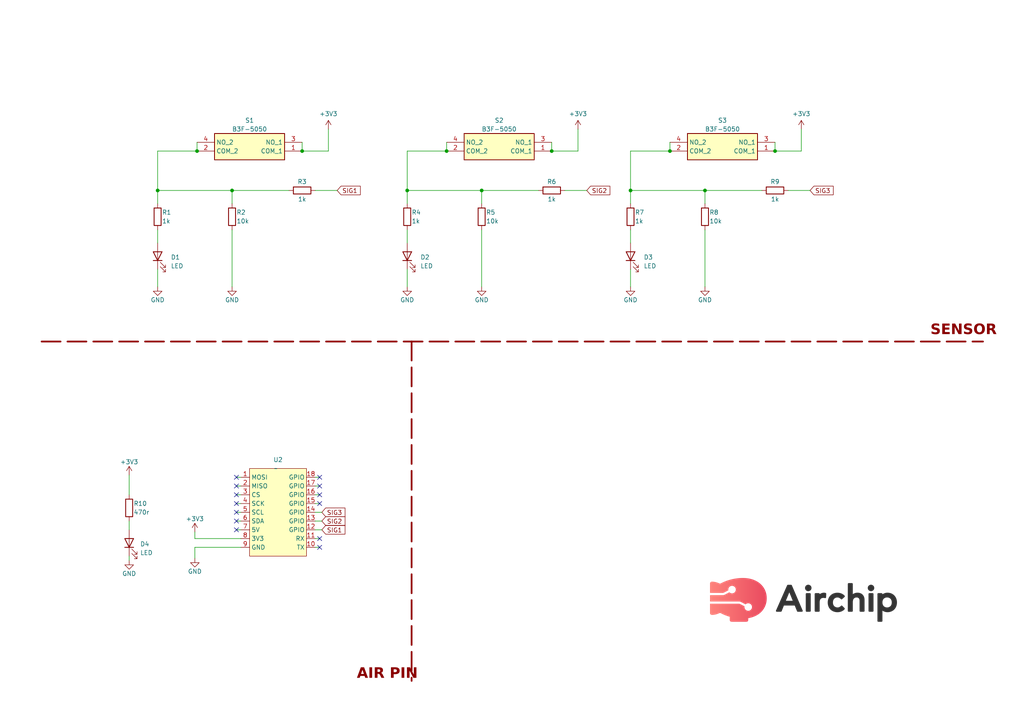
<source format=kicad_sch>
(kicad_sch
	(version 20231120)
	(generator "eeschema")
	(generator_version "8.0")
	(uuid "ca18d0e3-86a9-4ef1-b4ed-e090781e5c0b")
	(paper "A4")
	(lib_symbols
		(symbol "B3F-5050:B3F-5050"
			(exclude_from_sim no)
			(in_bom yes)
			(on_board yes)
			(property "Reference" "S"
				(at 26.67 7.62 0)
				(effects
					(font
						(size 1.27 1.27)
					)
					(justify left top)
				)
			)
			(property "Value" "B3F-5050"
				(at 26.67 5.08 0)
				(effects
					(font
						(size 1.27 1.27)
					)
					(justify left top)
				)
			)
			(property "Footprint" "B3F-4055"
				(at 26.67 -94.92 0)
				(effects
					(font
						(size 1.27 1.27)
					)
					(justify left top)
					(hide yes)
				)
			)
			(property "Datasheet" "https://omronfs.omron.com/en_US/ecb/products/pdf/en-b3f.pdf"
				(at 26.67 -194.92 0)
				(effects
					(font
						(size 1.27 1.27)
					)
					(justify left top)
					(hide yes)
				)
			)
			(property "Description" "Tactile Switches 12x12mm Lg Svc Life Ht 7.3mm"
				(at 0 0 0)
				(effects
					(font
						(size 1.27 1.27)
					)
					(hide yes)
				)
			)
			(property "Height" ""
				(at 26.67 -394.92 0)
				(effects
					(font
						(size 1.27 1.27)
					)
					(justify left top)
					(hide yes)
				)
			)
			(property "Mouser Part Number" "653-B3F-5050"
				(at 26.67 -494.92 0)
				(effects
					(font
						(size 1.27 1.27)
					)
					(justify left top)
					(hide yes)
				)
			)
			(property "Mouser Price/Stock" "https://www.mouser.co.uk/ProductDetail/Omron-Electronics/B3F-5050?qs=dOLq8QE0Pqqk%2FO9x2OpTQw%3D%3D"
				(at 26.67 -594.92 0)
				(effects
					(font
						(size 1.27 1.27)
					)
					(justify left top)
					(hide yes)
				)
			)
			(property "Manufacturer_Name" "Omron Electronics"
				(at 26.67 -694.92 0)
				(effects
					(font
						(size 1.27 1.27)
					)
					(justify left top)
					(hide yes)
				)
			)
			(property "Manufacturer_Part_Number" "B3F-5050"
				(at 26.67 -794.92 0)
				(effects
					(font
						(size 1.27 1.27)
					)
					(justify left top)
					(hide yes)
				)
			)
			(symbol "B3F-5050_1_1"
				(rectangle
					(start 5.08 2.54)
					(end 25.4 -5.08)
					(stroke
						(width 0.254)
						(type default)
					)
					(fill
						(type background)
					)
				)
				(pin passive line
					(at 30.48 -2.54 180)
					(length 5.08)
					(name "COM_1"
						(effects
							(font
								(size 1.27 1.27)
							)
						)
					)
					(number "1"
						(effects
							(font
								(size 1.27 1.27)
							)
						)
					)
				)
				(pin passive line
					(at 0 -2.54 0)
					(length 5.08)
					(name "COM_2"
						(effects
							(font
								(size 1.27 1.27)
							)
						)
					)
					(number "2"
						(effects
							(font
								(size 1.27 1.27)
							)
						)
					)
				)
				(pin passive line
					(at 30.48 0 180)
					(length 5.08)
					(name "NO_1"
						(effects
							(font
								(size 1.27 1.27)
							)
						)
					)
					(number "3"
						(effects
							(font
								(size 1.27 1.27)
							)
						)
					)
				)
				(pin passive line
					(at 0 0 0)
					(length 5.08)
					(name "NO_2"
						(effects
							(font
								(size 1.27 1.27)
							)
						)
					)
					(number "4"
						(effects
							(font
								(size 1.27 1.27)
							)
						)
					)
				)
			)
		)
		(symbol "Device:LED"
			(pin_numbers hide)
			(pin_names
				(offset 1.016) hide)
			(exclude_from_sim no)
			(in_bom yes)
			(on_board yes)
			(property "Reference" "D"
				(at 0 2.54 0)
				(effects
					(font
						(size 1.27 1.27)
					)
				)
			)
			(property "Value" "LED"
				(at 0 -2.54 0)
				(effects
					(font
						(size 1.27 1.27)
					)
				)
			)
			(property "Footprint" ""
				(at 0 0 0)
				(effects
					(font
						(size 1.27 1.27)
					)
					(hide yes)
				)
			)
			(property "Datasheet" "~"
				(at 0 0 0)
				(effects
					(font
						(size 1.27 1.27)
					)
					(hide yes)
				)
			)
			(property "Description" "Light emitting diode"
				(at 0 0 0)
				(effects
					(font
						(size 1.27 1.27)
					)
					(hide yes)
				)
			)
			(property "ki_keywords" "LED diode"
				(at 0 0 0)
				(effects
					(font
						(size 1.27 1.27)
					)
					(hide yes)
				)
			)
			(property "ki_fp_filters" "LED* LED_SMD:* LED_THT:*"
				(at 0 0 0)
				(effects
					(font
						(size 1.27 1.27)
					)
					(hide yes)
				)
			)
			(symbol "LED_0_1"
				(polyline
					(pts
						(xy -1.27 -1.27) (xy -1.27 1.27)
					)
					(stroke
						(width 0.254)
						(type default)
					)
					(fill
						(type none)
					)
				)
				(polyline
					(pts
						(xy -1.27 0) (xy 1.27 0)
					)
					(stroke
						(width 0)
						(type default)
					)
					(fill
						(type none)
					)
				)
				(polyline
					(pts
						(xy 1.27 -1.27) (xy 1.27 1.27) (xy -1.27 0) (xy 1.27 -1.27)
					)
					(stroke
						(width 0.254)
						(type default)
					)
					(fill
						(type none)
					)
				)
				(polyline
					(pts
						(xy -3.048 -0.762) (xy -4.572 -2.286) (xy -3.81 -2.286) (xy -4.572 -2.286) (xy -4.572 -1.524)
					)
					(stroke
						(width 0)
						(type default)
					)
					(fill
						(type none)
					)
				)
				(polyline
					(pts
						(xy -1.778 -0.762) (xy -3.302 -2.286) (xy -2.54 -2.286) (xy -3.302 -2.286) (xy -3.302 -1.524)
					)
					(stroke
						(width 0)
						(type default)
					)
					(fill
						(type none)
					)
				)
			)
			(symbol "LED_1_1"
				(pin passive line
					(at -3.81 0 0)
					(length 2.54)
					(name "K"
						(effects
							(font
								(size 1.27 1.27)
							)
						)
					)
					(number "1"
						(effects
							(font
								(size 1.27 1.27)
							)
						)
					)
				)
				(pin passive line
					(at 3.81 0 180)
					(length 2.54)
					(name "A"
						(effects
							(font
								(size 1.27 1.27)
							)
						)
					)
					(number "2"
						(effects
							(font
								(size 1.27 1.27)
							)
						)
					)
				)
			)
		)
		(symbol "Device:R"
			(pin_numbers hide)
			(pin_names
				(offset 0)
			)
			(exclude_from_sim no)
			(in_bom yes)
			(on_board yes)
			(property "Reference" "R"
				(at 2.032 0 90)
				(effects
					(font
						(size 1.27 1.27)
					)
				)
			)
			(property "Value" "R"
				(at 0 0 90)
				(effects
					(font
						(size 1.27 1.27)
					)
				)
			)
			(property "Footprint" ""
				(at -1.778 0 90)
				(effects
					(font
						(size 1.27 1.27)
					)
					(hide yes)
				)
			)
			(property "Datasheet" "~"
				(at 0 0 0)
				(effects
					(font
						(size 1.27 1.27)
					)
					(hide yes)
				)
			)
			(property "Description" "Resistor"
				(at 0 0 0)
				(effects
					(font
						(size 1.27 1.27)
					)
					(hide yes)
				)
			)
			(property "ki_keywords" "R res resistor"
				(at 0 0 0)
				(effects
					(font
						(size 1.27 1.27)
					)
					(hide yes)
				)
			)
			(property "ki_fp_filters" "R_*"
				(at 0 0 0)
				(effects
					(font
						(size 1.27 1.27)
					)
					(hide yes)
				)
			)
			(symbol "R_0_1"
				(rectangle
					(start -1.016 -2.54)
					(end 1.016 2.54)
					(stroke
						(width 0.254)
						(type default)
					)
					(fill
						(type none)
					)
				)
			)
			(symbol "R_1_1"
				(pin passive line
					(at 0 3.81 270)
					(length 1.27)
					(name "~"
						(effects
							(font
								(size 1.27 1.27)
							)
						)
					)
					(number "1"
						(effects
							(font
								(size 1.27 1.27)
							)
						)
					)
				)
				(pin passive line
					(at 0 -3.81 90)
					(length 1.27)
					(name "~"
						(effects
							(font
								(size 1.27 1.27)
							)
						)
					)
					(number "2"
						(effects
							(font
								(size 1.27 1.27)
							)
						)
					)
				)
			)
		)
		(symbol "air_modül:air_module"
			(exclude_from_sim no)
			(in_bom yes)
			(on_board yes)
			(property "Reference" "U"
				(at 0 1.27 0)
				(effects
					(font
						(size 1.27 1.27)
					)
				)
			)
			(property "Value" ""
				(at 0 0 0)
				(effects
					(font
						(size 1.27 1.27)
					)
				)
			)
			(property "Footprint" ""
				(at 0 0 0)
				(effects
					(font
						(size 1.27 1.27)
					)
					(hide yes)
				)
			)
			(property "Datasheet" ""
				(at 0 0 0)
				(effects
					(font
						(size 1.27 1.27)
					)
					(hide yes)
				)
			)
			(property "Description" ""
				(at 0 0 0)
				(effects
					(font
						(size 1.27 1.27)
					)
					(hide yes)
				)
			)
			(symbol "air_module_1_1"
				(rectangle
					(start -7.62 0)
					(end 8.89 -25.4)
					(stroke
						(width 0)
						(type default)
					)
					(fill
						(type background)
					)
				)
				(pin input line
					(at -10.16 -2.54 0)
					(length 2.54)
					(name "MOSI"
						(effects
							(font
								(size 1.27 1.27)
							)
						)
					)
					(number "1"
						(effects
							(font
								(size 1.27 1.27)
							)
						)
					)
				)
				(pin input line
					(at 11.43 -22.86 180)
					(length 2.54)
					(name "TX"
						(effects
							(font
								(size 1.27 1.27)
							)
						)
					)
					(number "10"
						(effects
							(font
								(size 1.27 1.27)
							)
						)
					)
				)
				(pin input line
					(at 11.43 -20.32 180)
					(length 2.54)
					(name "RX"
						(effects
							(font
								(size 1.27 1.27)
							)
						)
					)
					(number "11"
						(effects
							(font
								(size 1.27 1.27)
							)
						)
					)
				)
				(pin input line
					(at 11.43 -17.78 180)
					(length 2.54)
					(name "GPIO"
						(effects
							(font
								(size 1.27 1.27)
							)
						)
					)
					(number "12"
						(effects
							(font
								(size 1.27 1.27)
							)
						)
					)
				)
				(pin input line
					(at 11.43 -15.24 180)
					(length 2.54)
					(name "GPIO"
						(effects
							(font
								(size 1.27 1.27)
							)
						)
					)
					(number "13"
						(effects
							(font
								(size 1.27 1.27)
							)
						)
					)
				)
				(pin input line
					(at 11.43 -12.7 180)
					(length 2.54)
					(name "GPIO"
						(effects
							(font
								(size 1.27 1.27)
							)
						)
					)
					(number "14"
						(effects
							(font
								(size 1.27 1.27)
							)
						)
					)
				)
				(pin input line
					(at 11.43 -10.16 180)
					(length 2.54)
					(name "GPIO"
						(effects
							(font
								(size 1.27 1.27)
							)
						)
					)
					(number "15"
						(effects
							(font
								(size 1.27 1.27)
							)
						)
					)
				)
				(pin input line
					(at 11.43 -7.62 180)
					(length 2.54)
					(name "GPIO"
						(effects
							(font
								(size 1.27 1.27)
							)
						)
					)
					(number "16"
						(effects
							(font
								(size 1.27 1.27)
							)
						)
					)
				)
				(pin input line
					(at 11.43 -5.08 180)
					(length 2.54)
					(name "GPIO"
						(effects
							(font
								(size 1.27 1.27)
							)
						)
					)
					(number "17"
						(effects
							(font
								(size 1.27 1.27)
							)
						)
					)
				)
				(pin input line
					(at 11.43 -2.54 180)
					(length 2.54)
					(name "GPIO"
						(effects
							(font
								(size 1.27 1.27)
							)
						)
					)
					(number "18"
						(effects
							(font
								(size 1.27 1.27)
							)
						)
					)
				)
				(pin input line
					(at -10.16 -5.08 0)
					(length 2.54)
					(name "MISO"
						(effects
							(font
								(size 1.27 1.27)
							)
						)
					)
					(number "2"
						(effects
							(font
								(size 1.27 1.27)
							)
						)
					)
				)
				(pin input line
					(at -10.16 -7.62 0)
					(length 2.54)
					(name "CS"
						(effects
							(font
								(size 1.27 1.27)
							)
						)
					)
					(number "3"
						(effects
							(font
								(size 1.27 1.27)
							)
						)
					)
				)
				(pin input line
					(at -10.16 -10.16 0)
					(length 2.54)
					(name "SCK"
						(effects
							(font
								(size 1.27 1.27)
							)
						)
					)
					(number "4"
						(effects
							(font
								(size 1.27 1.27)
							)
						)
					)
				)
				(pin input line
					(at -10.16 -12.7 0)
					(length 2.54)
					(name "SCL"
						(effects
							(font
								(size 1.27 1.27)
							)
						)
					)
					(number "5"
						(effects
							(font
								(size 1.27 1.27)
							)
						)
					)
				)
				(pin input line
					(at -10.16 -15.24 0)
					(length 2.54)
					(name "SDA"
						(effects
							(font
								(size 1.27 1.27)
							)
						)
					)
					(number "6"
						(effects
							(font
								(size 1.27 1.27)
							)
						)
					)
				)
				(pin input line
					(at -10.16 -17.78 0)
					(length 2.54)
					(name "5V"
						(effects
							(font
								(size 1.27 1.27)
							)
						)
					)
					(number "7"
						(effects
							(font
								(size 1.27 1.27)
							)
						)
					)
				)
				(pin input line
					(at -10.16 -20.32 0)
					(length 2.54)
					(name "3V3"
						(effects
							(font
								(size 1.27 1.27)
							)
						)
					)
					(number "8"
						(effects
							(font
								(size 1.27 1.27)
							)
						)
					)
				)
				(pin input line
					(at -10.16 -22.86 0)
					(length 2.54)
					(name "GND"
						(effects
							(font
								(size 1.27 1.27)
							)
						)
					)
					(number "9"
						(effects
							(font
								(size 1.27 1.27)
							)
						)
					)
				)
			)
		)
		(symbol "power:+3V3"
			(power)
			(pin_names
				(offset 0)
			)
			(exclude_from_sim no)
			(in_bom yes)
			(on_board yes)
			(property "Reference" "#PWR"
				(at 0 -3.81 0)
				(effects
					(font
						(size 1.27 1.27)
					)
					(hide yes)
				)
			)
			(property "Value" "+3V3"
				(at 0 3.556 0)
				(effects
					(font
						(size 1.27 1.27)
					)
				)
			)
			(property "Footprint" ""
				(at 0 0 0)
				(effects
					(font
						(size 1.27 1.27)
					)
					(hide yes)
				)
			)
			(property "Datasheet" ""
				(at 0 0 0)
				(effects
					(font
						(size 1.27 1.27)
					)
					(hide yes)
				)
			)
			(property "Description" "Power symbol creates a global label with name \"+3V3\""
				(at 0 0 0)
				(effects
					(font
						(size 1.27 1.27)
					)
					(hide yes)
				)
			)
			(property "ki_keywords" "global power"
				(at 0 0 0)
				(effects
					(font
						(size 1.27 1.27)
					)
					(hide yes)
				)
			)
			(symbol "+3V3_0_1"
				(polyline
					(pts
						(xy -0.762 1.27) (xy 0 2.54)
					)
					(stroke
						(width 0)
						(type default)
					)
					(fill
						(type none)
					)
				)
				(polyline
					(pts
						(xy 0 0) (xy 0 2.54)
					)
					(stroke
						(width 0)
						(type default)
					)
					(fill
						(type none)
					)
				)
				(polyline
					(pts
						(xy 0 2.54) (xy 0.762 1.27)
					)
					(stroke
						(width 0)
						(type default)
					)
					(fill
						(type none)
					)
				)
			)
			(symbol "+3V3_1_1"
				(pin power_in line
					(at 0 0 90)
					(length 0) hide
					(name "+3V3"
						(effects
							(font
								(size 1.27 1.27)
							)
						)
					)
					(number "1"
						(effects
							(font
								(size 1.27 1.27)
							)
						)
					)
				)
			)
		)
		(symbol "power:GND"
			(power)
			(pin_names
				(offset 0)
			)
			(exclude_from_sim no)
			(in_bom yes)
			(on_board yes)
			(property "Reference" "#PWR"
				(at 0 -6.35 0)
				(effects
					(font
						(size 1.27 1.27)
					)
					(hide yes)
				)
			)
			(property "Value" "GND"
				(at 0 -3.81 0)
				(effects
					(font
						(size 1.27 1.27)
					)
				)
			)
			(property "Footprint" ""
				(at 0 0 0)
				(effects
					(font
						(size 1.27 1.27)
					)
					(hide yes)
				)
			)
			(property "Datasheet" ""
				(at 0 0 0)
				(effects
					(font
						(size 1.27 1.27)
					)
					(hide yes)
				)
			)
			(property "Description" "Power symbol creates a global label with name \"GND\" , ground"
				(at 0 0 0)
				(effects
					(font
						(size 1.27 1.27)
					)
					(hide yes)
				)
			)
			(property "ki_keywords" "global power"
				(at 0 0 0)
				(effects
					(font
						(size 1.27 1.27)
					)
					(hide yes)
				)
			)
			(symbol "GND_0_1"
				(polyline
					(pts
						(xy 0 0) (xy 0 -1.27) (xy 1.27 -1.27) (xy 0 -2.54) (xy -1.27 -1.27) (xy 0 -1.27)
					)
					(stroke
						(width 0)
						(type default)
					)
					(fill
						(type none)
					)
				)
			)
			(symbol "GND_1_1"
				(pin power_in line
					(at 0 0 270)
					(length 0) hide
					(name "GND"
						(effects
							(font
								(size 1.27 1.27)
							)
						)
					)
					(number "1"
						(effects
							(font
								(size 1.27 1.27)
							)
						)
					)
				)
			)
		)
	)
	(junction
		(at 194.31 43.815)
		(diameter 0)
		(color 0 0 0 0)
		(uuid "06153381-ad6a-4403-9e2f-2ae211e60576")
	)
	(junction
		(at 45.72 55.245)
		(diameter 0)
		(color 0 0 0 0)
		(uuid "0668be42-77fa-4b4c-84ab-301669a2305f")
	)
	(junction
		(at 87.63 43.815)
		(diameter 0)
		(color 0 0 0 0)
		(uuid "116d6d55-6368-4937-90ac-a5c735014b75")
	)
	(junction
		(at 204.47 55.245)
		(diameter 0)
		(color 0 0 0 0)
		(uuid "1851063a-0b5d-40cf-9d0b-b21d80e0937c")
	)
	(junction
		(at 129.54 43.815)
		(diameter 0)
		(color 0 0 0 0)
		(uuid "28ff4d90-aa27-45c9-98fa-449dbd571625")
	)
	(junction
		(at 139.7 55.245)
		(diameter 0)
		(color 0 0 0 0)
		(uuid "4a9f42cf-b34a-49d9-b807-a3716497538c")
	)
	(junction
		(at 57.15 43.815)
		(diameter 0)
		(color 0 0 0 0)
		(uuid "6e9727aa-8e5d-4537-a724-134d4ef1df5e")
	)
	(junction
		(at 182.88 55.245)
		(diameter 0)
		(color 0 0 0 0)
		(uuid "85b2f0dc-5f10-4166-af6e-9bba4b918884")
	)
	(junction
		(at 160.02 43.815)
		(diameter 0)
		(color 0 0 0 0)
		(uuid "a3d4a6e9-06fa-4ae2-86ca-02fd9b8f947e")
	)
	(junction
		(at 224.79 43.815)
		(diameter 0)
		(color 0 0 0 0)
		(uuid "b2d09707-db95-433f-b68f-2079905af172")
	)
	(junction
		(at 67.31 55.245)
		(diameter 0)
		(color 0 0 0 0)
		(uuid "b5c7273c-fd74-40f0-9fd4-ede3f6e163f0")
	)
	(junction
		(at 118.11 55.245)
		(diameter 0)
		(color 0 0 0 0)
		(uuid "d82e47be-4a4f-47ba-9127-6d2a3d73e5ea")
	)
	(no_connect
		(at 92.71 146.05)
		(uuid "0b2eab28-cfb1-429e-a1b7-6edd0d8c3738")
	)
	(no_connect
		(at 68.58 146.05)
		(uuid "1146249f-a9fe-4989-8610-f43f022ac685")
	)
	(no_connect
		(at 92.71 158.75)
		(uuid "208a891d-285e-41e4-abdd-84ce00a4c81e")
	)
	(no_connect
		(at 68.58 143.51)
		(uuid "48f02fc4-3908-4805-996a-ddc459ba461d")
	)
	(no_connect
		(at 68.58 138.43)
		(uuid "4e5ca112-56eb-441d-a648-69426ded0e18")
	)
	(no_connect
		(at 92.71 143.51)
		(uuid "4fdc993c-7db5-4af6-a2ad-2b34bbb5515a")
	)
	(no_connect
		(at 92.71 140.97)
		(uuid "5980fdff-89c5-4d97-a575-111991b54567")
	)
	(no_connect
		(at 68.58 153.67)
		(uuid "6147503d-3e6e-4a87-8ec7-2ca112c2ad7e")
	)
	(no_connect
		(at 68.58 151.13)
		(uuid "619d65d7-74fc-4d6c-87eb-1c8fbe88ac2d")
	)
	(no_connect
		(at 92.71 156.21)
		(uuid "623980ac-69b1-46d9-872b-da6f0feae97e")
	)
	(no_connect
		(at 68.58 140.97)
		(uuid "7eeceb73-95f1-4730-beb8-0c1dfef58534")
	)
	(no_connect
		(at 68.58 148.59)
		(uuid "9084edb0-b31e-41ac-a320-982098090251")
	)
	(no_connect
		(at 92.71 138.43)
		(uuid "f62184f0-ebf6-40e2-87d5-e90c41bb94b5")
	)
	(wire
		(pts
			(xy 182.88 55.245) (xy 204.47 55.245)
		)
		(stroke
			(width 0)
			(type default)
		)
		(uuid "0031a4cc-7b7d-4677-beb1-4222b716038b")
	)
	(wire
		(pts
			(xy 67.31 55.245) (xy 83.82 55.245)
		)
		(stroke
			(width 0)
			(type default)
		)
		(uuid "0d848dc3-6243-44a5-8dd0-c0fd5b90bcd3")
	)
	(wire
		(pts
			(xy 182.88 55.245) (xy 182.88 59.055)
		)
		(stroke
			(width 0)
			(type default)
		)
		(uuid "0e251d0c-7af5-459b-ac36-a8ebd827b973")
	)
	(polyline
		(pts
			(xy 119.38 99.06) (xy 119.38 197.485)
		)
		(stroke
			(width 0.5)
			(type dash)
			(color 132 0 0 1)
		)
		(uuid "156c3f8e-ce01-42b1-8823-a2424d202943")
	)
	(wire
		(pts
			(xy 56.515 156.21) (xy 56.515 154.305)
		)
		(stroke
			(width 0)
			(type default)
		)
		(uuid "16e9c196-3368-4517-9411-025e1ae4844b")
	)
	(wire
		(pts
			(xy 194.31 43.815) (xy 194.31 41.275)
		)
		(stroke
			(width 0)
			(type default)
		)
		(uuid "1a4d5ae6-addf-474e-848d-d9edf5314ec5")
	)
	(wire
		(pts
			(xy 95.25 43.815) (xy 87.63 43.815)
		)
		(stroke
			(width 0)
			(type default)
		)
		(uuid "2ec5e299-f60e-4f82-8b60-f132ae4407cf")
	)
	(wire
		(pts
			(xy 139.7 66.675) (xy 139.7 83.185)
		)
		(stroke
			(width 0)
			(type default)
		)
		(uuid "2faad2df-9f67-4ebb-a6d9-45494c3472f4")
	)
	(wire
		(pts
			(xy 139.7 59.055) (xy 139.7 55.245)
		)
		(stroke
			(width 0)
			(type default)
		)
		(uuid "35ece3ed-e69d-48e3-9b1f-9da74d143414")
	)
	(wire
		(pts
			(xy 224.79 41.275) (xy 224.79 43.815)
		)
		(stroke
			(width 0)
			(type default)
		)
		(uuid "36182c00-8368-4d41-897f-9ee652d5c884")
	)
	(wire
		(pts
			(xy 204.47 55.245) (xy 220.98 55.245)
		)
		(stroke
			(width 0)
			(type default)
		)
		(uuid "3a72a264-0911-440f-b3e9-a90c2c072152")
	)
	(wire
		(pts
			(xy 45.72 66.675) (xy 45.72 70.485)
		)
		(stroke
			(width 0)
			(type default)
		)
		(uuid "3e36e119-f816-4fad-bbbb-6fde4df675df")
	)
	(wire
		(pts
			(xy 68.58 140.97) (xy 69.85 140.97)
		)
		(stroke
			(width 0)
			(type default)
		)
		(uuid "423054e9-2bc1-489f-9610-77412b4db3ca")
	)
	(wire
		(pts
			(xy 91.44 55.245) (xy 97.79 55.245)
		)
		(stroke
			(width 0)
			(type default)
		)
		(uuid "47246802-6ce0-4d14-8ffb-30ab95bf6c00")
	)
	(wire
		(pts
			(xy 182.88 43.815) (xy 182.88 55.245)
		)
		(stroke
			(width 0)
			(type default)
		)
		(uuid "4e0b83b4-e80a-495b-b142-f8966e5c1dba")
	)
	(wire
		(pts
			(xy 91.44 151.13) (xy 93.345 151.13)
		)
		(stroke
			(width 0)
			(type default)
		)
		(uuid "5001e594-5fd5-4b0a-8c74-964e29bf7fe3")
	)
	(wire
		(pts
			(xy 92.71 140.97) (xy 91.44 140.97)
		)
		(stroke
			(width 0)
			(type default)
		)
		(uuid "57138a40-b16d-4fbb-a9bd-c543576b6b62")
	)
	(wire
		(pts
			(xy 160.02 41.275) (xy 160.02 43.815)
		)
		(stroke
			(width 0)
			(type default)
		)
		(uuid "5f26321d-e4f7-495d-aae7-7a061a1e600f")
	)
	(wire
		(pts
			(xy 92.71 158.75) (xy 91.44 158.75)
		)
		(stroke
			(width 0)
			(type default)
		)
		(uuid "5fc05b1e-6328-4529-9d83-b1fe5ea48803")
	)
	(wire
		(pts
			(xy 68.58 146.05) (xy 69.85 146.05)
		)
		(stroke
			(width 0)
			(type default)
		)
		(uuid "6065f0bd-80ba-4c56-9dbd-f045b7cf664a")
	)
	(wire
		(pts
			(xy 45.72 78.105) (xy 45.72 83.185)
		)
		(stroke
			(width 0)
			(type default)
		)
		(uuid "61ab6237-28cc-4c5d-81c0-d6959accfde5")
	)
	(wire
		(pts
			(xy 163.83 55.245) (xy 170.18 55.245)
		)
		(stroke
			(width 0)
			(type default)
		)
		(uuid "61dcb5a8-c614-488f-95b0-63a662efde37")
	)
	(wire
		(pts
			(xy 118.11 78.105) (xy 118.11 83.185)
		)
		(stroke
			(width 0)
			(type default)
		)
		(uuid "62832acd-1ad2-4140-aab6-ba3a34824cd7")
	)
	(wire
		(pts
			(xy 204.47 59.055) (xy 204.47 55.245)
		)
		(stroke
			(width 0)
			(type default)
		)
		(uuid "6943eae0-a3d1-4a7a-ab32-aaf8f8562e96")
	)
	(wire
		(pts
			(xy 232.41 43.815) (xy 224.79 43.815)
		)
		(stroke
			(width 0)
			(type default)
		)
		(uuid "6c6b8b17-8e7e-4a56-bcb9-4860d1a9973e")
	)
	(wire
		(pts
			(xy 68.58 138.43) (xy 69.85 138.43)
		)
		(stroke
			(width 0)
			(type default)
		)
		(uuid "6cd436da-5a97-49fd-bf49-39b8e3d2a0b9")
	)
	(wire
		(pts
			(xy 118.11 55.245) (xy 118.11 59.055)
		)
		(stroke
			(width 0)
			(type default)
		)
		(uuid "6d4da776-c68f-4df6-882a-282d14bff452")
	)
	(wire
		(pts
			(xy 68.58 143.51) (xy 69.85 143.51)
		)
		(stroke
			(width 0)
			(type default)
		)
		(uuid "6f36154b-43c3-4c2c-b9d2-a1a32de69559")
	)
	(wire
		(pts
			(xy 37.465 162.56) (xy 37.465 161.29)
		)
		(stroke
			(width 0)
			(type default)
		)
		(uuid "71b85764-f46c-4efd-8873-ef4f574337e3")
	)
	(wire
		(pts
			(xy 129.54 43.815) (xy 129.54 41.275)
		)
		(stroke
			(width 0)
			(type default)
		)
		(uuid "77925254-9d5c-4c07-84ed-66f2480fc132")
	)
	(wire
		(pts
			(xy 56.515 161.925) (xy 56.515 158.75)
		)
		(stroke
			(width 0)
			(type default)
		)
		(uuid "7903d452-a161-4973-be59-61150ca66409")
	)
	(wire
		(pts
			(xy 67.31 59.055) (xy 67.31 55.245)
		)
		(stroke
			(width 0)
			(type default)
		)
		(uuid "88dfb36e-9960-49f4-85d8-a5e653d257fc")
	)
	(wire
		(pts
			(xy 68.58 153.67) (xy 69.85 153.67)
		)
		(stroke
			(width 0)
			(type default)
		)
		(uuid "8a0c8d4b-94a6-4199-98a2-75162ccea35f")
	)
	(wire
		(pts
			(xy 167.64 37.465) (xy 167.64 43.815)
		)
		(stroke
			(width 0)
			(type default)
		)
		(uuid "8d1fbff7-cdc4-4f73-8692-0f5eba276fbe")
	)
	(wire
		(pts
			(xy 56.515 156.21) (xy 69.85 156.21)
		)
		(stroke
			(width 0)
			(type default)
		)
		(uuid "92b693ab-b229-4619-906a-b80ea738dd84")
	)
	(wire
		(pts
			(xy 182.88 66.675) (xy 182.88 70.485)
		)
		(stroke
			(width 0)
			(type default)
		)
		(uuid "9753d0d2-e0fd-450f-9911-5ba967a6b2b4")
	)
	(wire
		(pts
			(xy 56.515 158.75) (xy 69.85 158.75)
		)
		(stroke
			(width 0)
			(type default)
		)
		(uuid "97b7eb83-f4b7-4fa1-893b-78df93010d9b")
	)
	(wire
		(pts
			(xy 194.31 43.815) (xy 182.88 43.815)
		)
		(stroke
			(width 0)
			(type default)
		)
		(uuid "9945b586-1116-477f-a365-31b04cb815ca")
	)
	(wire
		(pts
			(xy 118.11 43.815) (xy 118.11 55.245)
		)
		(stroke
			(width 0)
			(type default)
		)
		(uuid "9cb34ce5-e0ab-4934-86cd-ee18e8761a6c")
	)
	(wire
		(pts
			(xy 139.7 55.245) (xy 156.21 55.245)
		)
		(stroke
			(width 0)
			(type default)
		)
		(uuid "a391a66b-d112-4bfc-888b-9df4da4e09d5")
	)
	(wire
		(pts
			(xy 204.47 66.675) (xy 204.47 83.185)
		)
		(stroke
			(width 0)
			(type default)
		)
		(uuid "ae6d567d-7c75-4ecd-badf-7602fd9c979c")
	)
	(wire
		(pts
			(xy 45.72 55.245) (xy 45.72 59.055)
		)
		(stroke
			(width 0)
			(type default)
		)
		(uuid "aeba3319-0424-4c70-ab27-f90c2db84085")
	)
	(wire
		(pts
			(xy 91.44 153.67) (xy 93.345 153.67)
		)
		(stroke
			(width 0)
			(type default)
		)
		(uuid "b89cc9a3-e947-4b69-9028-9c57bd76fbee")
	)
	(wire
		(pts
			(xy 45.72 55.245) (xy 67.31 55.245)
		)
		(stroke
			(width 0)
			(type default)
		)
		(uuid "baa89bb2-c455-43ea-98fd-bb38425a9c46")
	)
	(wire
		(pts
			(xy 118.11 66.675) (xy 118.11 70.485)
		)
		(stroke
			(width 0)
			(type default)
		)
		(uuid "bc0f90c4-7bdd-480d-8e5f-69b57ea98e48")
	)
	(wire
		(pts
			(xy 232.41 37.465) (xy 232.41 43.815)
		)
		(stroke
			(width 0)
			(type default)
		)
		(uuid "bf0a44c3-a3ee-4125-8a4d-b10ab9b01186")
	)
	(wire
		(pts
			(xy 118.11 55.245) (xy 139.7 55.245)
		)
		(stroke
			(width 0)
			(type default)
		)
		(uuid "c112169a-06f7-497f-9834-03c2e269d62b")
	)
	(wire
		(pts
			(xy 92.71 138.43) (xy 91.44 138.43)
		)
		(stroke
			(width 0)
			(type default)
		)
		(uuid "c5c8bd6b-287c-4de8-8d75-c6413557dedf")
	)
	(wire
		(pts
			(xy 92.71 146.05) (xy 91.44 146.05)
		)
		(stroke
			(width 0)
			(type default)
		)
		(uuid "cb783f19-68af-463d-8a58-e646086ad3a0")
	)
	(wire
		(pts
			(xy 182.88 78.105) (xy 182.88 83.185)
		)
		(stroke
			(width 0)
			(type default)
		)
		(uuid "cdc4ac03-822f-46bf-a3e4-f4a7d88b92d5")
	)
	(wire
		(pts
			(xy 57.15 43.815) (xy 45.72 43.815)
		)
		(stroke
			(width 0)
			(type default)
		)
		(uuid "d21fe50d-aca6-41fd-ad2d-13572cfdd589")
	)
	(wire
		(pts
			(xy 37.465 137.795) (xy 37.465 143.51)
		)
		(stroke
			(width 0)
			(type default)
		)
		(uuid "d4c2a1d4-2b0e-452f-bde6-0d629b932364")
	)
	(wire
		(pts
			(xy 67.31 66.675) (xy 67.31 83.185)
		)
		(stroke
			(width 0)
			(type default)
		)
		(uuid "d4e5211c-72bc-45ff-b559-c1e1577f8a88")
	)
	(wire
		(pts
			(xy 92.71 156.21) (xy 91.44 156.21)
		)
		(stroke
			(width 0)
			(type default)
		)
		(uuid "d5865f00-b21c-490b-bf45-d1926de20607")
	)
	(wire
		(pts
			(xy 91.44 148.59) (xy 93.345 148.59)
		)
		(stroke
			(width 0)
			(type default)
		)
		(uuid "d7bd0e54-98bf-4a41-b80d-6962297bd9c1")
	)
	(wire
		(pts
			(xy 92.71 143.51) (xy 91.44 143.51)
		)
		(stroke
			(width 0)
			(type default)
		)
		(uuid "d876bd9d-bad6-4d7b-9d87-dad7a09c3c7a")
	)
	(wire
		(pts
			(xy 95.25 37.465) (xy 95.25 43.815)
		)
		(stroke
			(width 0)
			(type default)
		)
		(uuid "d9158fe8-0eb8-44ca-95cc-9a043397d3d4")
	)
	(wire
		(pts
			(xy 129.54 43.815) (xy 118.11 43.815)
		)
		(stroke
			(width 0)
			(type default)
		)
		(uuid "dc8d0d59-2dc1-494e-8f26-c153809bb29c")
	)
	(wire
		(pts
			(xy 228.6 55.245) (xy 234.95 55.245)
		)
		(stroke
			(width 0)
			(type default)
		)
		(uuid "dd00d501-3a0b-4340-b09c-4513b8ae4630")
	)
	(wire
		(pts
			(xy 68.58 148.59) (xy 69.85 148.59)
		)
		(stroke
			(width 0)
			(type default)
		)
		(uuid "e31893dc-6fb2-4722-b778-7914ceecef81")
	)
	(wire
		(pts
			(xy 37.465 151.13) (xy 37.465 153.67)
		)
		(stroke
			(width 0)
			(type default)
		)
		(uuid "e631577d-6bf6-4976-a86b-638fa8d161f2")
	)
	(wire
		(pts
			(xy 57.15 43.815) (xy 57.15 41.275)
		)
		(stroke
			(width 0)
			(type default)
		)
		(uuid "e7048ac2-4d66-41eb-8d3b-f805343dc4a5")
	)
	(wire
		(pts
			(xy 167.64 43.815) (xy 160.02 43.815)
		)
		(stroke
			(width 0)
			(type default)
		)
		(uuid "eef3cd5e-cfab-4a80-894f-79c0dbe4852c")
	)
	(wire
		(pts
			(xy 68.58 151.13) (xy 69.85 151.13)
		)
		(stroke
			(width 0)
			(type default)
		)
		(uuid "f126a415-c5c1-453a-90c4-fb98ecfb1f6e")
	)
	(wire
		(pts
			(xy 45.72 43.815) (xy 45.72 55.245)
		)
		(stroke
			(width 0)
			(type default)
		)
		(uuid "f75a1fdd-8b26-465c-bbf1-80338e2e6f6a")
	)
	(wire
		(pts
			(xy 87.63 41.275) (xy 87.63 43.815)
		)
		(stroke
			(width 0)
			(type default)
		)
		(uuid "f83c5f99-7a8b-4271-8fee-6e26b8f0a060")
	)
	(polyline
		(pts
			(xy 12.065 99.06) (xy 285.115 99.06)
		)
		(stroke
			(width 0.5)
			(type dash)
			(color 132 0 0 1)
		)
		(uuid "f85840cd-16f3-420d-8692-69e617850cca")
	)
	(image
		(at 233.045 173.99)
		(scale 0.320213)
		(uuid "2b350eb8-e5a5-4132-95d7-836717f8f3f8")
		(data "iVBORw0KGgoAAAANSUhEUgAAB9AAAAHVCAYAAACpJWDwAAAABHNCSVQICAgIfAhkiAAAIABJREFU"
			"eJzs3XeYnGW9//F3SEKyCS0hARUVBCSKYvuiqKiAokRasKAeRUn4WSghFUTNsYAiICGNA6gQEBso"
			"TfEg6hFE8KjouRFsIAgiiEJCEwhJKJnfH88sKdtmdmfmnvJ+XddcuzzPPfd8dpjMzj6fpwxDkjrQ"
			"ox+ZPhzYnBKbA5sDW5S/dt82BbqATSkxFugqwSbl5SOBzYqZSpsAI4CNgTHFIjYFNuo3QKnXpSuB"
			"J8oDHgWeLsHjwBOUeILi+5XACuAx4N/l77tvD5eXPUiJh4AHgYc2P//MFZU+L5IkSZIkSZIkSZ1s"
			"WO4AklQLj3706E2BZ1NiIvAcYCKw5Tpft4TS+PL3W1GU4X0V2esrrfel95UDLKp+TGn9YZXM2ff8"
			"TwIPQel+4F5gObAMuJcS3cvuA+4G7tv862c9XeWjSZIkSZIkSZIktQULdElN7bGPHb0J8FxKbAPP"
			"3J4LbFOCZwFbU3wdDQxQNA+t7G7hAr3vhT0XPV0qCvV/lG/3UBTrdwJ3UOLOLb5x1oNVppEkSZIk"
			"SZIkSWoJFuiSsnnsYzOGUZTf2wLbQWnb8vfdt+fRfar0SntqC/R+xleWtYKn8BHgb8CdULoduLV8"
			"u22Lb3z5H1XllCRJkiRJkiRJaiIW6JLq6rHDZ4wCdijftn/m+xI7AC+guHZ4WT/VrQV6depboPe3"
			"YAUlbgP+AtwC/An4I3DbFt/88lP9TS1JkiRJkiRJkpSbBbqkIVtxxIzhJXg+8CJgJ0pMAiYBO1Gc"
			"br2nattvC/Tq5CvQ+5rgSYpC/Q/An4GbgN9t8c0v39Pfw0mSJEmSJEmSJDWSBbqkiq04YubGFCX5"
			"zlDaGXgp8EJgp9K6R5IPukC2QN9wQBsV6H1ZTokbgN+VKL4Ct4/71per/YklSZIkSZIkSZKGzAJd"
			"Ug8rjpw5HNgReDnwUkq8FNi5vGx4MWr9frPU53/0wQK9ogEdUKD39vw+BKXfAL8Grgd+M+5bX3mg"
			"ylklSZIkSZIkSZKqZoEudbgVR84cR1GUvxx4WfnrzkDXM4MqKGMt0Ac350ADOrRA722S2yhxPfAL"
			"4FrglnHf/opHqUuSJEmSJEmSpJqyQJc6yIqjZj4LCOAVQFBiV+B5A97RAr2foRbo1U3Q95wDFOgb"
			"Lrof+F/gOopC/Xfjvv2Vp6p8ZEmSJEmSJEmSpPVYoEttasVRs7YCXg2l3Vhbmj9nvUGVFp0W6P0M"
			"tUCvboK+56yyQN/QI8DPgauAqyjxp3EXeIS6JEmSJEmSJEmqjgW61AYenz5rLMUR5bsBrwZeU4Jt"
			"i7XVldKVj7NAr8WcAw2wQB/kvCXuo7tMhx+Nu+Ar/6wylSRJkiRJkiRJ6kAW6FILenz6rB2B1wOv"
			"A3YHXgJstG7BWOrlux4s0C3Q27dA39BNULoCuBL41bgLvvp0FbNJkiRJkiRJkqQOYYEuNbnHp88a"
			"TXFUeXdh/npgYq+DLdAt0Psd39EF+roLHwZ+AlxeKnHF+Au/+nAVM0uSJEmSJEmSpDZmgS41mceP"
			"nrUZRUn+Jkq8CdgVGFXRnS3QLdD7HW+B3mNJiacorp3+PeD74y/86t1VPIokSZIkSZIkSWozFuhS"
			"Zo8fPXs88CZgTyi9AXglsBEwpNLUAn0ok/Q+xgK9t5UtX6BvKAEXAxeNv/Crt1fxiJIkSZIkSZIk"
			"qQ1YoEsN9viM2ZsDb6TEXsBbgJfxzL/FDdo8C/R+V1mgVzu/BXqPJf3PeQNwEXDB+Au/+vcqHl2S"
			"JEmSJEmSJLUoC3SpzlbOmD26BG+kKMv3ojgl+0YVFXwW6P2uskCvdn4L9B5LKp/zeuACSlww/jtf"
			"XVZFEkmSJEmSJEmS1EIs0KUaWzlj9jCKo8rfVr69oQSjewy0QK8ukAV6dSzQK1pYRYHePcVTwP8A"
			"3wC+N/47X11Z5QySJEmSJEmSJKmJWaBLNbBy5uxnUWIfisL8rcDEdddXXvRaoFcz3gK92vkt0Hss"
			"Gdrz+ihwMZTOG/+ds6+rciZJkiRJkiRJktSELNClQVg5c/Zw4HXAZGBf4JVV99QW6NUFskCvjgV6"
			"RQuHWKCvu/BW4Bzg/PHfOdtTvEuSJEmSJEmS1KIs0KUKrZw5ZyLw9uJWmgxssd4AC/Tq5rVAr2iA"
			"Bfog5218gd7tKeByYCnwo/HfOXtNlY8gSZIkSZIkSZIyskCX+rFy1pyXAAdS4gDgtTzzb6a6cs8C"
			"fXBzDrTKAr3a+S3Qeyyp1/NauIMSZwHnjv/u2Q9W+UiSJEmSJEmSJCkDC3RpHStnzRkJvAk4AJgC"
			"bAcMuTS0QB/cnAOtskCvdn4L9B5L6lugd69aBVwInDH+u2f/X5WPKEmSJEmSJEmSGsgCXR1v5aw5"
			"YyhOzX4QRXG+eY9BFugDLrRAH9ycAw2wQB/kvM1VoK/r1yVYAFy25XfPfqrKR5ckSZIkSZIkSXVm"
			"ga6OtHLWnPHAfsA7gcnA6H7vYIE+4EIL9MHNOdAAC/RBztu8BXr3or8Di4ClW3737EerTCFJkiRJ"
			"kiRJkurEAl0dY+XsOVtRFObvosSewIiK72yBPuBCC/TBzTnQAAv0Qc7b/AV6t0cocTawaMuLzv5H"
			"lWkkSZIkSZIkSVKNWaCrra2aPXc8lN4BHFyCvYHhQA3KSAt0C/TazDnQAAv0Qc7bOgV694IngfOB"
			"U7a86Oy/VplKkiRJkiRJkiTViAW62k5RmvMO4GDgLVAaAYMoePsdb4FugV6bOQcaYIE+yHlbr0Dv"
			"tga4CEonbXnROTdVF06SJEmSJEmSJA2VBbrawqo5c7uAAynxfoprmm+8du0GRWSP/6iABfqACy3Q"
			"BzfnQAMs0Ac5b+sW6Osu/D5w/JYXnfO7irJJkiRJkiRJkqQhs0BXy1o1Z+4IitOyf4DiiPOx/ZVb"
			"FuiVZqh0nAV6LeYcaIAF+iDnbY8CvZtFuiRJkiRJkiRJDWKBrpazas7cXYEPAe8DJq630gK9l28t"
			"0KufpPcxFui9rbRAb0CB3u0y4D+3vOicP/f9gJIkSZIkSZIkaSgs0NUSVs2Zuw3FkeaHAjv3OdAC"
			"vZdvLdCrn6T3MRbova20QG9ggV6sKPFN4DNbXnzOnX0/sCRJkiRJkiRJGgwLdDWtVXPnjqHEQRSl"
			"+d7ARgPeyQK9l28t0KufpPcxFui9rbRAb3CB3r3qSeAM4MQtLz7n/r4HS5IkSZIkSZKkaligq+ms"
			"mjs3gP8HvJ8Sm1d1Zwv0Xr61QK9+kt7HWKD3ttICPVOB3u0R4FRgwZYXn/N433eSJEmSJEmSJEmV"
			"sEBXU1g195hxUDqEojh/+TMralhuWaBXmqHScRbotZhzoAEW6IOct3MK9G73AMcB397y4nOq/akk"
			"SZIkSZIkSVKZBbqyWTX3mGHAHsBHgXdCaVSPQRbo1bFAt0Dvd7wFeo8l7VOgd7semLXlxef8ut9R"
			"kiRJkiRJkiSpVxboarjVxxwzHvhQqcTHgBetXVO7Iq63hRbolWaodJwFei3mHGiABfog5+3cAr3b"
			"tynx8S0vOeeeikZLkiRJkiRJkiTAAl0NtPqYY14LHA68B+jqWVxZoFugW6BvOMACfZDzWqBDiceA"
			"40uwaMIl5zxV4b0kSZIkSZIkSepoQyrQ1xz/qS1KJV4KTAK2ADZdZ/VqYOUG3z9MiVXl7x8CHgAe"
			"HH78F1eitrT6mGO6gPcDR7Putc3prbiyQLdAt0DfcIAF+iDntUBf93n9E3DUhEvO+XmF95QkSZIk"
			"SZIkqWNVXaCvOf5TOwAfBPYHXlUqVTlH70XBKuBBYBlwLyXuBu4F/gncDdwJ/G34CSc9Xm1e5bH6"
			"mGO2A44EPgyM622MBXoFCy3Q+11lgV7t/BboPZZ0RoHe7ZvA3AmXnLOswhkkSZIkSZIkSeo4FZff"
			"a46ftxuU/pOiOH9GXcqHvue8F7ijBHcAtwA3A3+mxO0jPn/Sk1UmUY2tPuaYYcCewAzgQGCj/sZb"
			"oFew0AK931UW6NXOb4HeY0lnFehQ7Kw2F0rnT7hkabU/vSRJkiRJkiRJbW/AAn3N8fMmAqcChzas"
			"fBhgzl7Kh6eAW4Eby7ffQemGEZ8/+cEq02kQVh97zCjgEErMBl5S6f0s0CtYaIHe7yoL9Grnt0Dv"
			"saTzCvTulVcBH51wydI7KpxNkiRJkiRJkqSO0G+Bvub4eXsAFwDPLpY0bYHe16i7gV+Xb78Cbhjx"
			"+ZNXDxxSlVh97DETKE7TfhSwVbWlmQV6BQst0PtdZYFe7fwW6D2WdG6BDrAS+AywcMIlS5+ucFZJ"
			"kiRJkiRJktpanwX6muPnTQWWst5puFuuQN/QE8ANlPg5cA3wixFfOPmx/h9NG1p97LEvgtJs4EPA"
			"6GdWWKBXfvdKF1qg97vKAr3a+S3Qeyzp7AK92/XAoRMuWfqXCmeWJEmSJEmSJKlt9Vqgrzlh3uGU"
			"OKvnmpYv0Ddc9TTwf8DVwI+BX474wsleS70Pq4899nXAJ4H9odTztWOBXvndK11ogd7vKgv0aue3"
			"QO+xxAK920pKfApYMuHSpWsqfARJkiRJkiRJktpOjxJ0zQnz3gV8l9K6R553a7sCfUOPAj+lKNN/"
			"OOILJ9/df5L2t/rYY4cBkymK8zeuXTP00swCvYKFFuj9rrJAr3Z+C/QeSyzQN1x0LTB1wqVL/1bh"
			"o0iSJEmSJEmS1FbWK9DXnDDvhcDvgLFZy4d8BfqG424AvleC74088eQ/VHivtrD648eOoMTBwCeA"
			"l/UcYYFe2WP3s8oCvbpAFujVsUCvaKEFeq+LHgOmT7h06fkVPpIkSZIkSZIkSW3jmQJ9zQnzhgO/"
			"BnYF8pYPzVOgr/vlDihdClw48sRTUoUztJzVHz92Y+CDwCcpsUPfIy3QK3vsflZZoFcXyAK9Ohbo"
			"FS20QO930XeAwydcuvThCh9RkiRJkiRJkqSWt26BfhTwX8+ssUDvpXx45rvbKIqFb4888ZSbK5yt"
			"qZWL88OATwHPA+pTRK473AJ94IUW6P2uskCvdn4L9B5LLNAHmvcu4JAJly69rsJHlSRJkiRJkiSp"
			"pQ0DWHPCvC7gb8DWz6yxQO+vQF/X74CvUZTp91c4c9N44uPHdgEfKcExdBfn3SzQ+xlvgW6BXps5"
			"BxpggT7IeS3Qa/m6XQN8Hvj8hEuXPl3ho0uSJEmSJEmS1JK6C/TpwOnrrbFAr7RA7/YkJS6nKNOv"
			"HPnFU5q6ZHiiOOL8YxRHnD+rYUXkusMt0AdeaIHe7yoL9Grnt0DvscQCvZp5r6bEByZctvTeChNI"
			"kiRJkiRJktRyugv03wGvWG+NBXq1Bfq6q/8BnA2cPfKLp/yrwkdriCeOO3YEJaYBn2adI84t0Kud"
			"1wLdAr02cw40wAJ9kPNaoNfrdXsf8N4Jly39eYUpJEmSJEmSJElqKcPWnDBvEnBLjzUW6EMp0Ls9"
			"BXwfOHPkF0+5usJHrYsnjjt2I+AQ4DOU2GHD9Rbo1c5rgW6BXps5BxpggT7IeS3Q6/m6XQN8Fjhx"
			"wmVLq30GJUmSJEmSJElqasN6PX07WKCvM24IBfq6/gAsoMS3R550yhMVJqiJJ4479h3AicCLgbxF"
			"5LrDLdAHXmiB3u8qC/Rq57dA77HEAr26edcf8wPgkAmXLX2kwkSSJEmSJDWliBgBvACYAIzKHKfb"
			"CuDelNLduYNIktRphq05Yd4FwPt6rLFAr3WB3j3mPuC/gC+PPOmU+ytMMihPHPfxNwCnQOn1G2To"
			"JVYvLND7GW+BboFemzkHGmCBPsh5LdAb9br9C3DQhMuW9jyTjSRJkiRJTS4i9gSmA5OBsXnT9Ole"
			"4BJgUUrpr7nDSJLUCYatOWHejcDLe6yxQK9Xgd5tBXAOcOrIk065p8JEFXniuI/vDJwMHNBrMAt0"
			"C/Rq57dA72eoBXp1E/Q9pwX64Ofsb1wDXrePAodOuGzpZZUFkyRJkiQpr4gYT7Ft9h25s1ThSeAk"
			"4ISU0tO5w0iS1M6GrTlh3oPAuB5rLNDrXaB3exJK5wGnjjzpS0Pag/CJ4z6+HfBp4FBgeJ8PaoFu"
			"gV7t/Bbo/Qy1QK9ugr7ntEAf/Jz9jWvc67b0WeDzEy47t9pnVZIkSZKkhomI5wI/A3bMnWWQvge8"
			"J6X0ZO4gkiS1q2FrTphX8bZ1C/S6FOjdC9cAl1Oc3v1nI0/60poKZuOJT3x8I2B3SnwY+ADrFed9"
			"PKgFugV6tfNboPcz1AK9ugn6ntMCffBz9jeugQU6wIXAtAmXnbuqgtkkSZIkSWqoiOgCrgd2yZ1l"
			"iM5KKR2ZO4QkSe3KAr2CB2pQgb6uB0rwI+CXlLgFuJPilO9PABOArYGXArsB+wDPrqrxskC3QK92"
			"fgv0foZaoFc3Qd9zWqAPfs7+xjW4QAe4vgQHTbzs3HsrmFGSJEmSpIaJiJOAT+TOUSN7p5Suyh1C"
			"kqR2ZIFewQNlKNCrL80s0PsZb4FeyfhK5+1roQX64OYcaIAF+iDntUDPWaBTgruAAyZedu7vK5hV"
			"kiRJkqS6i4hxwN3A2NxZauR/U0pvyB1CkqR2tFHuAJIkqe08H7hu+UGH7Z07iCRJkiRJZe+mfcpz"
			"gN0jYvvcISRJakcW6JIkqR42A364/KDDDskdRJIkSZIk4E25A9TBHrkDSJLUjizQJUlSvYwEvrH8"
			"oMPa5fpykiRJkqTWtWPuAHXwgtwBJElqRxbokiSp3k5aftBhpy8/6LBhuYNIkiRJkjpWV+4AdbBZ"
			"7gCSJLUjC3RJktQI0ymORh+RO4gkSZIkSZIkSX2xQJckSY3yAeDS5Qcd1o57/UuSJEmSJEmS2oAF"
			"uiRJaqQDgCuWH3TY5rmDSJIkSZIkSZK0IQt0SZLUaHsBP7FElyRJkiRJkiQ1Gwt0SZKUw2uwRJck"
			"SZIkSZIkNRkLdEmSlMtrgGuWTzlsYu4gkiRJkiRJkiSBBbokScrrFcDVluiSJEmSJEmSpGYwIncA"
			"SZLU8V5KUaK/ceL3z304dxhJklSZiNgaeBEwCdgR2AzYpHwDeKx8ewS4DbgVuCWldF/j00qSJKmV"
			"RcSmwE4Unz93AsYDmwJblIesZu1nz7uAvwC3AH9PKT3d8MCSWpoFuiRJagYvBX68fMphb5v4/XP/"
			"nTuMpPYSEeOA/wAmA7sA4/ImesYqig07vwC+lVJKmfNI/YqI5wBvA/YE9ga2GeQ89wA/Ba4BfpxS"
			"+leNIkqSJKlNRMRYYC/gLeWvLwOGDWKqRyPiWuBq4Kcppd/XLqWkdjVszQnzSr2u6XVpz4Wl3u/d"
			"t0rmHWDOHqsrzFrp/BuOK224YCjzVvq8VjPngOMGfn6rfQorn6SfGSr5H1nD11dpwHHVzFtd1sqf"
			"3+r+LfR394pet0N6fZX6/q8a/lvob1XDXrc93gtqN+dAA6p+L+h3fGVZq3sKa/fvtp9XVPXz5vwd"
			"NsCqfL/DBphkyK/bXt51Bvce87/A2yZ+/9zHK7y3JPUpIoYBc4BPA5tnjlOJK4DpKaU7cweRukXE"
			"JsA7gA9RbLwczEbL/pQoyvRvAJemlFbUeH5JkgCIiBuBl+fOUWOLU0qzcoeQaiUiNqLYWfNDwLtY"
			"e2ajWroZ+DrwzZTSP+owv6Q24DXQJUlSM9kd+O/lUw7ryh1EUmuLiDHAfwPzaY3yHGA/4IaI2Ct3"
			"ECkiJkTEicA/KDYw7k3ty3PKc761/Bj3RMQXImJCHR5HkiRJTSoiRkbEVIpTrl8FHEp9ynOAFwMn"
			"AXdFxIURsUudHkdSC7NAlyRJzWYv4ILlUw4bnjuIpNZUPvL8ImDf3FkGYRxweUS029FRahERsUVE"
			"zAfuBD5FY3dA2RyYB9wZEadGxBYD3UGSJEmtKyI2iogPA7cD5wEvbODDDwPeC/w+Ir4XES9u4GNL"
			"anIW6JIkqRlNAb66fMq0ehzpJqn9HUVrlufdNgEujIiNcwdR54iIYRFxKHAbMBcYmzHOWOAY4LZy"
			"JkmSJLWZiNgV+C1wNvC8zHGmAH+IiNPK116X1OEs0CVJUrM6DDgxdwhJrSUiNgU+lztHDbyI4n1Q"
			"qruIeDZwJfA1oJlOnz4B+FpEXFnOKEmSpBZXPl37F4FfA6/KnWcdw4E5wB8jYvfcYSTlZYEuSZKa"
			"2SeXT5k2K3cISS3l/wFb5g5RI3Mjwr/ZVFcR8RbgJmCf3Fn6MRm4KSLenDuIJEmSBi8ingtcB3yS"
			"orBuRtsB10bEJ8uXB5PUgdwYI0mSmt3C5VOmvTt3CEnNLyKGAzNz56ihHSmKQ6kuIuJo4CfAxNxZ"
			"KjAR+J+ImJ47iCRJkqoXEbsBCdgtd5YKbAR8EfhORHTlDiOp8SzQJUlSK/jG8inTXpc7hKSmN4Xi"
			"aIF2MiN3ALWf8vXOvwQsobW2C2wEnB4Rp3g0kCRJUuuIiAOAnwFb5c5SpYOBqyJi89xBJDVWK/2h"
			"LEmSOtdo4PLlB07bPncQSU1tTu4AdbBPREzKHULto1w8nwkcmzvLEHwcONMSXZIkqflFxIHAJUCr"
			"Hsn9OuBqS3Sps1igS5KkVjEB+OHyA6eNzx1EUvOJiF2B3XPnqBNPWa1aOgU4PHeIGjgcOCl3CEmS"
			"JPUtIiYDFwMjc2cZolcBP4mIsbmDSGoMC3SpuTwN3Az8ADgdmAccAUwD3gt8sPz9TOBE4Dzg58C/"
			"coSVpAwmARcvP3DaiNxBJDWd2bkD1NHUiNgsdwi1vvI1z1v5yPMNHec10SVJkppTRLwSuIjWL8+7"
			"vQa4MCKG5w4iqf7c+Czl9SjwU4oS/JfA78ecvmj1YCZ6fPqsrYAA9gD2Al4NeEpDSe1oL2ARHpEp"
			"qSwitgHekztHHW1CsRPl4txB1Loi4s0Uvz/bzeKI+FNK6We5g0iSJKkQEVsC36P4W6ad7E9xYNsn"
			"cgeRVF/D1pwwr9Trml6X9lxY6v3efatk3gHm7LG6wqyVzr/huNKGC4Yyb6XPazVzDjhu4Oe32qew"
			"8kn6maGS/5E1fH2VBhxXzbzVZd1g1b+BSyhxIXDNmNMXPlllmoqsOGrW1sCBUHo/Ranes0wf0uur"
			"1Pd/1fDfQn+rGva67fFeULs5BxpQ9XtBv+Mry1rdU1i7f7f9vKKqnzfn77ABVuX7HTbAJEN+3fby"
			"27L+v8M+OvHy886u8FEktbGIOIn234DxV2BSSmlN7iBqPRHxbOAmYGLuLHWyHNglpXRf7iCSpOYV"
			"ETcCL8+do8YWp5Rm5Q4hrSsihgE/BCbnzlJHB6aUfpA7hKT68Qh0qXFuoDgt+3fHLFn4eL0fbOwZ"
			"i+4DzgbOXnHUzO2BjwIfAbx2sKR2ccbyA6fdMvHy867LHURSPhExBvhY7hwNsCPFBqgf5g6ilnQu"
			"7VueQ/GznQfsmzuIJEmSOJr2Ls8BlkbES1JKy3MHkVQfXgNdqr9rgb3HLFkYY5Ys/FojyvMNjT1j"
			"8R1jz1j8CWBbYC6wrNEZJKkORgIXLztw2ja5g0jK6lBgXO4QDTIjdwC1nog4lPbfgAnw9oj4UO4Q"
			"kiRJnSwitgO+mDtHA0ykOFhOUpuyQJfq5xZg/64lC/cYs2ThVbnDAIw9Y/FjY89YvADYATgeWJk5"
			"kiQN1VbARcsOnDYydxBJjVc+NWAnnbJyn4iYlDuEWkdEbA6cmjtHA80v/8ySJEnKYxEwNneIBnlv"
			"RLwldwhJ9WGBLtXeKoprcO7StWThFbnD9KZcpH8O2Bm4MnMcSRqq1wHzc4eQlMW+wE65QzTY9NwB"
			"1FI+SXufun1DEyn+FpMkSVKDRcQewJTcORpsQXnHbkltxgJdqq3fAi/rWrLwlK4lC5/KHWYgY89c"
			"fOfYMxfvC0wDHsmdR5KGYMayA6e9N3cISQ03O3eADKZGxGa5Q6j5RcQEOnOHi6PLP7skSZIa67O5"
			"A2TwMjpvpwGpI1igS7VzKvD6riULb8sdpFpjz1z8NeBVwA2Zo0jSUCxdduC0F+UOIakxImIXoBNP"
			"l7cJxc6P0kBm0Dmnz1zXWDpzxwFJkqRsIuK1wF65c2QyL3cASbVngS4N3Urg3V1LFn68FY4678vY"
			"MxffDuwOfDN3FkkapLHAhcsOnDY6dxBJDdGJR593mx4R/i2nPkXEGIoCvVPNioiu3CEkSZI6yCdz"
			"B8hoV6+FLrUfN7pIQ3Mf8MauxQsvyR2kFsaeuXjV2DMXf5DOPN2OpPbwcrweutT2ImIr4P25c2S0"
			"IzA5dwg1tYOAzXOHyGhz4B25Q0iSJHWCiJgI7Js7R2ZTcweQVFsW6NLg3QO8oWvxwpQ7SK2NPXPx"
			"CcBRuXNI0iAdtezAaQflDiGpro4ERuUOkVknH12sgR2aO0AT+GDuAJIkSR3i/cCI3CEye2dEbJI7"
			"hKTasUCXBuce4E1dixf+NXeQehl75uIzKTZOS1IrOnfZgdOelzuEpNqLiFHAEblzNIF9ImJS7hBq"
			"PhGxNbB37hxN4G3ls1VIkiSpvj6QO0ATGAO8M3cISbVjgS5V735gz67FC+/IHaTexp65+Czg2Nw5"
			"JGkQxgFfW3bAtGG5g0iquQ8AlmKF6bkDqCm9Ff/Wh+I5eFvuEJIkSe0sIrYEds2do0n42VNqI/5R"
			"LVVnFTClnY8839DYMxfPB07PnUOSBuHNeIpjqR3Nyh2giUyNiM1yh1DT2St3gCayZ+4AkiRJbW4v"
			"wIMXCm/JHUBS7VigS9X5aNfiBb/MHSKD2cBVuUNI0iCcsuyAaS/OHUJSbUTE3sAuuXM0kU2AablD"
			"qOm44W4tT2UvSZJUX+68udazIuJFuUNIqg0LdKlyZ3UtXvCN3CFyGHvW4qeB91Fc+12SWsko4JvL"
			"Dpg2MncQSTXh0ec9TY8I/64TABExHtg2d44msm1EjMsdQpIkqY15+vb1+XxIbcINLVJl/gTMyR0i"
			"p7FnLb4fOAQo5c4iSVV6FTAvdwhJQxMRk4B9c+doQjsCk3OHUNPwiJeefE4kSZLqZ1LuAE1mp9wB"
			"JNWGBbo0sKeBD3UtXrAqd5Dcxp61+BpgSe4ckjQIn1x2wLSX5g4haUhJ6ZcxAAAgAElEQVRm4rX1"
			"+jIjdwA1DTdg9uRzIkmSVAcRsTWwee4cTcadN6U2YYEuDWxB1+IFN+QO0UQ+BdyVO4QkVWlj4Lxl"
			"B0wbnjuIpOqVT0t9aO4cTWyf8hH60va5AzShF+QOIEmS1KZ2zB2gCfl5XGoTFuhS//4FnJA7RDMZ"
			"e9bix4G5uXNI0iDsSodfjkNqYR8FxuQO0eSm5w6gprBp7gBNyKOiJEmS6sPPnj352VNqExboUv/m"
			"dS1a8FjuEM1m7FmLLwZ+kTuHJA3C8csOmOoe0lILiYiRWA5XYmpEbJY7hLLbIneAJuRGTEmSpPrY"
			"JHeAJuROBVKbsECX+nYr8I3cIZrYvNwBJGkQuoAzc4eQVJWDgW1yh2gBmwDTcodQdm7E7MnnRJIk"
			"qT78nNWTz4nUJizQpb6d2LVowVO5QzSrsWctuRa4LncOSRqEty47YOp7c4eQVLHZuQO0kOkR4d94"
			"nW1N7gBNyOdEkiRJjeJnT6lNuHFF6t0/gQtzh2gBp+QOIEmDtGjZAVM91bHU5CLiDcCuuXO0kB2B"
			"yblDKCsvP9WTz4kkSVJ9PJI7QBN6NHcASbVhgS717uyuRQueyB2iBVwJ/C13CEkahGcBJ+YOIWlA"
			"s3IHaEEzcgdQVm7E7MmNmJIkSfXh56ye3HlTahMW6FJPJWBp7hCtYOxZS9bgcyWpdR257ICpL88d"
			"QlLvIuIFwDty52hB+0TEpNwhlM2DuQM0oQdyB5AkSWpT7rzZ079zB5BUGxboUk8/61q04O7cIVqI"
			"p7qX1Ko2AhbnDiGpT0fj3yuDNT13AGVzR+4ATcgzZkmSJNXHrbkDNCGfE6lNuEFK6uni3AFaydiz"
			"ltwO/DZ3DkkapD2WHTD14NwhJK0vIjYDPpw7RwubWn4O1Xluzh2gCfmcSJIk1UFK6SFgee4cTcYC"
			"XWoTFuhST1fkDtCCfpg7gCQNwanL9p/alTuEpPUcBmyaO0QL2wSYljuEsrgtd4Am5EZMSZKk+vlL"
			"7gBN5pbcASTVhgW6tL6buxYtuCt3iBb049wBJGkItgXm5g4hqRARw4GZuXO0gekR4d97HSal9Ahu"
			"tFvXn1NKj+YOIUmS1Mauzx2gyfwmdwBJteEGFWl91+UO0KJ+C6zMHUKShuATy/afunXuEJIAmAJs"
			"lztEG9gRmJw7hLK4KneAJvKz3AEkSZLanJ+31rojpXRn7hCSasMCXVrfr3IHaEVjz1ryFF4HXVJr"
			"Gwt8JncISQDMyR2gjczIHUBZuBFzLXcmkCRJqq+fA0/nDtEk/BwutRELdGl9N+YO0MJuyh1Akobo"
			"Y8v2n/rC3CGkThYRuwK7587RRvaJiEm5Q6jhfgo8kTtEE3gCuDp3CEmSpHaWUnoMz+ra7YrcASTV"
			"jgW6tNYa4M+5Q7SwP+YOIElDNBw4KXcIqcPNzh2gDU3PHUCNlVL6N3B57hxN4Pvl50KSJEn19fXc"
			"AZrAQ8APc4eQVDsW6NJa93QtWuCRGoN3R+4AklQD71q2/9TdcoeQOlFEbAO8J3eONjQ1IjbLHUIN"
			"50ZMnwNJkqRGuRhYmTtEZhemlFbnDiGpdizQpbXuzh2gxd2VO4Ak1cjxuQNIHWo6MCJ3iDa0CTAt"
			"dwg13I+Ae3OHyOhfwI9zh5AkSeoEKaVHgYty58js3NwBJNWWBbq0VidvYKqFZbkDSFKN7LNs/6mv"
			"zR1C6iQRMQb4WO4cbWx6RPi3XwdJKT0JnJI7R0ZfKj8HkiRJaoxTgFLuEJn8JKX0f7lDSKotN6JI"
			"az2SO0Ar2+SsJQ/TuR+SJLWfk3MHkDrMocC43CHa2I7A5Nwh1HDnAA/kDpHBA8BXc4eQJEnqJCml"
			"PwOX5s6RyUm5A0iqPQt0aa1/5w7QBtwJQVK72GPZ/lP3zB1C6gQRMQyYlTtHB5iRO4AaK6X0GPCl"
			"3DkyOCWl9HjuEJIkSR3oC3TeAVbXpJSuyR1CUu1ZoEuSJPXus7kDSB1iX2Cn3CE6wD4RMSl3CDXc"
			"EuBvuUM00N8ofmZJkiQ1WErpRmBp7hwNVAJm5w4hqT4s0KW1xuQO0AZ8T5HUTvb0WuhSQ7jBoXGm"
			"5w6gxkoprQKOzJ2jgY5IKa3OHUKSJKmDfQK4P3eIBjm9vNOApDZk2SWtNTZ3gDawae4AklRjn8od"
			"QGpnEbEL8JbcOTrI1IjYLHcINVZK6UfAeblzNMB5KaUf5w4hSZLUyVJKDwBH5M7RALcD83KHkFQ/"
			"FujSWhboQ/DYETM2z51BkurggGX7T31Z7hBSG/Po88baBJiWO4SymEmxka9d/RWYkTuEJEmSIKV0"
			"Me29A+eTwAdSSo/lDiKpfizQpbW2yh2gxT03dwBJqpNP5g4gtaOI2Ap4f+4cHWh6RPh3YIdJKT0K"
			"vBN4PHeWOngceKcbMCVJkprKUcBNuUPUydyU0vW5Q0iqLzecSGttnztAi3te7gCSVCcHL9t/6ra5"
			"Q0ht6EhgVO4QHWhHYHLuEGq8lNLvgUOANbmz1NAaiqN//pA7iCRJktZKKa0EDgTuzZ2lxr6SUjo9"
			"dwhJ9WeBLq219cpZc7yG9+BZoEtqV8OBo3OHkNpJRIyiM66L16w81XWHSildBkzPnaOGjkopfS93"
			"CEmSJPWUUroLeDvwSO4sNXI5xZH1kjqABbq0vh1zB2hhu+QOIEl19JFl+091Jyupdj6Al8/JaZ+I"
			"mJQ7hPJIKZ0FfCJ3jho4NqX05dwhJEmS1LeU0o3A22j9Ev0HwMEppadzB5HUGBboUuFfFEdBeeq/"
			"wds1dwBJqqPNgP+XO4TURmblDqC2OgpZVUopnQIcTmuezn0NcHhKaX7uIJIkSRpY+XrhewHLcmcZ"
			"pIuBd6eUnsgdRFLjWKCr0z0AfBzYoWvRgi93LVrwVO5ArWjFETNGAK/MnUOS6mzWsv2nDs8dQmp1"
			"EbE3nrmmGUyNiM1yh1A+KaWvAAcBj+XOUoXHgCnl7JIkSWoRKaUbgNcCN+fOUqUvAe+xPJc6jwW6"
			"OtUK4ASK4vzUrkULVuYO1OJeAYzOHUKS6mxbYL/cIaQ24NHnzWETYFruEMorpfQDYDdaY0Pmn4HX"
			"pJT+O3cQSZIkVS+l9DfgNcBFubNU4FHgvSml41JKpdxhJDWeBbo6zWpgMbBd16IFn+1atODfuQO1"
			"if1zB5CkBjkidwCplZWvu71v7hx6xvSI8G/CDpdS+jPF5ZjOyJ2lH2cAu6aUWqHolyRJUh9SSo+l"
			"lN4DHEZRUjejXwCvSCl9N3cQSfm4sUSd4mlgKbBT18IFs7oWLbg/d6A2MyV3AElqkH2W7T91h9wh"
			"pBY2ExiWO4SesSMwOXcI5ZdSejylNB3YA/hT7jzr+CPwppTS9JSSZw2TJElqEyml84AXA5fmzrKO"
			"h4HpwB4ppTtyh5GUlwW6OsF3gZ27Fi74cNfCBXflDtNuVhwx43kUp3CXpE4wDDg8dwipFUXEeODQ"
			"3DnUw4zcAdQ8UkrXUny2Pxy4O2OUu8sZXplSui5jDkmSJNVJSumelNK7gL2AazNGWQEsBHZMKZ2R"
			"UlqTMYukJmGBrnb2I+BVoxcueO/ohQtuzR2mjU3NHUCSGuyw+/abOip3CKkFfRQYkzuEetinfGp9"
			"CYCU0lMppa8AOwDTgEb+LXVr+TG3Tyl9JaX0VAMfW5IkSRmklK5JKe1BcTakHzXwoR8Gvghsl1Ka"
			"k1J6oIGPLanJjcgdQKqDXwCfGr3wNI9UqLMVR8zYCPhw7hyS1GDjgYOA7+QOIrWKiBhJcSo8Nafp"
			"wNG5Q6i5pJSeBL4WEecDrwM+BLwX2KLGD/UwcCHwjZTSL2s8tyRJklpE+WxI10bEdsAHy7cX1vhh"
			"nqIo6b8OXJ5SWl3j+SW1CQt0tZMbgXmjF572w9xBOsi+wPNzh5CkDA7DAl2qxsHANrlDqE9TI2Je"
			"SumR3EHUfFJKJeCXwC8jYgbwGuAtFKfa3BUYW+WUjwEJuLp8+01K6YnaJZYkSVIrSyndCXwe+HxE"
			"vJjis+eewBuArauc7ingFuAq4BrgZymlf9cqq6T2ZYGudnAb8BngO6MXnlbKHabDHJM7gCRl8tb7"
			"9pv6/K2v+NpduYNILWJ27gDq1yYUp81enDuImlu56P5F+XY8QEQ8F9iJ4uigTSleT91HqT9MUZg/"
			"SvF3260ppX80OLYkSZJaVErpZuBm4L8AImILYFL5Np7ic+cmFF3XCtZ+9ryLojj/W/nMSpJUFQt0"
			"tbK7gROAr41ecJrXxmuwFUfM2JPiujSS1ImGAVMpfg9J6kdEvIHiKFU1t+kRcXpKaU3uIGot5UL8"
			"HxRHk0uSJEl1k1J6GLi+fJOkutkodwBpEB4A5gCTRi847RzL82xOzB1AkjI79L79pg7LHUJqAbNy"
			"B1BFdgQm5w4hSZIkSZKUm0egq5U8AiwAThu94LTHcofpZCuOmHkQlF6fO4ckZbY98FrgV7mDSM0q"
			"Il4AvCN3DlVsBvDD3CEkSZIkSZJyskBXK1gFnAGcPHrBaffnDtPpVhwxc1NgSe4cktQkPoAFutSf"
			"o/GsV61kn4iYlFL6S+4gkiRJkiRJubgxS83saeArwA6jF5x2jOV50/g88LzcISSpSbznvv2mjswd"
			"QmpGEbEZ8OHcOVS16bkDSJIkSZIk5WSBrmZUAi4AXjR6wWmHj15w2j9zB1JhxREzd6c4kkySVJgI"
			"7J07hNSkDgM2zR1CVZta3vlBkiRJkiSpI3kKdzWbHwCfHn3aaTflDqL1rThi5jjgW7jjjSRt6P3A"
			"lblDSM0kIoYDM3Pn0KBsAkwDFucOIkmSJEmSlINFmJrFz4HXjz7ttAMtz5vPiiNmbkRRnm+bO4sk"
			"NaED79vv0I1zh5CazBRgu9whNGjTI8K/FSVJkiRJUkfyCHTldgPwqdGnzf9x7iDq18nA23OHkKQm"
			"tRnwZuBHuYNITWRO7gAakh2Bt+H7miRJkiRJ6kAeVaBcbgbeDexqed7cVhw5czpwbO4cktTkDs4d"
			"QGoWEbErsHvuHBqyGbkDSJIkSZIk5WCBrka7m+Kaii8bfdr8S0afNr+UO9BgrZw5e1TuDPW24siZ"
			"HwBOz51DklrAgfftd+jw3CGkJjE7dwDVxOSIeGHuEJIkSZIkSY1mga5GuQ+YBew4av78r42aP/+p"
			"3IEGa+XMObFy5uwfA79bOXP2c3PnqZcVR878EPD13DkkqUVMAN6UO4SUW0RsA7wndw7VxDBgeu4Q"
			"kiRJkiRJjWaBrnr7N/CfFMX54lHz5z+RO9BgrZw5Z+eVM+dcDPwfxTUhXwz8fOXM2ZPyJqu9FUfO"
			"nAucj+8RklSNA3IHkJrAdGBE7hB19tXcARpoWkRsmjuEJEmSJElSI7X7xi3lswpYDJwyav78h3KH"
			"GYqVs+Y8nxInAIcAG56ed3vgVytnzn5n1+KF1zQ8XI2tOHLmSGAJcHjuLJLUgvYH5uQOIeUSEWOA"
			"j+XOUWd/AGYC7wK2zJylETYFpuIlfSRJkiRJUgfx6FLV2pPAmcD2o+bP/0Qrl+crZ83ZeuWsOYuB"
			"vwKH0rM87zYO+OnKGbOPXTlj9rCGBayxFUfO3Aa4CstzSRqsF96336FeL1id7FCKz0Xt7KyU0iqK"
			"M/V0iukR0bKfcSVJkiRJkqrlEeiqlaeBbwHHj5o//47cYYZi5aw5WwDHUhxdNLbCuw0HvgTstXLG"
			"7A93LVn4z3rlq4cVR848GDiLzjiSSpLqaX9gYe4QUqOVC9ZZuXPU2WPAN8vfn0XnnHFiJ2Af4Ee5"
			"g0hSpSJic+A5FDt2jQPGU/zdPgroAh4FnqK47NwT5a//BO5JKbXspedUfxHxzGsopfR07jxSq4iI"
			"EcBWwERgc2Cz8teR5SFblL+uBFaXv19B8f78b+Bh4IGU0v2NyixJtRIRmwFbU7zXbV7+ukl59ejy"
			"7Qng8fKyFRQHq64EHuy+pZRa9oDVVmSBrqF6iOIInMWj5s+/M3OWIVk5a04XRWl+HGs/tFXr7cAf"
			"Vs6YfSxwXteShaVa5auHFUfOfDbFBuApubNIUpuwQFen2peiaG1nX08pPQqQUvprRFwNvDlzpkaZ"
			"gQW6pCYTESOBXYCXAS8GJgEvBJ7P2g2Sg5n3PuBu4HbgT8BNwG9SSvcONbOaQ0SMBp63zu25wLNZ"
			"u8PFurdRFNtPexxgEREAJeCR8qLHWLuR+4Hy14eAfwB3AX8H7kopPVCfn0zKKyImUrwvTwJ2KN+2"
			"o9ihaasaPcZqih2e/gXcAdwK3Fb++qeU0up+7i5JdVHeSWgnis+kLyzfXgBsQ/E5Y0yNHqcE3M/a"
			"zxbdt78DfwFucWfQ2hm25oR5vRd8vS7tubBUbT1YybwDzNljdYVZK51/w3GlDRcMZd5Kn9dq5hxw"
			"3MDPb4WxngbuA/4Ipd9RbES7btSp81t6j9uVs+ZsDHwY+DTwrF4HVfKi67nol8DsriULfzO0hLW3"
			"4qiZXcBRlPhPij2e+lfBC6TU96pBzznQqmqnqHyS3sdU/GY56J+/54Cq3wv6HV9Z1uqewkH+/L2M"
			"7+cVVf28OX+HDbAq3++wASYZ8uu2l9+WOX+H9bty6K/bnq+dZxasBsZvfcX5j284QmpnEfFT4C25"
			"c9TZLimlP3b/R0S8C7g4Y55GKgGTUkq35Q4iqXNFxJbAG4E9gd0pivONGxjh78A1wNXAlSml5Q18"
			"bA1CRDyXYkP2hreaFHlD8DjFDhp/Lt/+WP7615TSUzmDtbuIuBF4ee4cNbY4pdTwM0FFxARgN+B1"
			"wKspntetG51jA08BNwO/A34D/AL4Q0ppTdZUktpKRAwHXkLx/rcbxfvfSyh2usvtaYpLEnd/vrgR"
			"+FVK6V9ZU7WoYWtOmNf7kbYW6Bbo6y98ctSpp66oME1LWDlrzkbAIcDnKPYG6tvQSsOLS3DimCUL"
			"b6wuYe2tOGrmCGAqxc+8zdBeXxbotZhzoAEW6IOc1wLdAr3flXUt0AH22fqK839S3YxS64qIXYDf"
			"585RZ9ellN607oLykY93k39DYaMsSSnNzB1CUueIiI0oSpn9KM50EnkTrWcN8CtgKXBBSmlV5jwd"
			"r1zm7Qq8pnx7NfmL8mqtAm6geG39BvhlSukfeSO1Fwv0wYuIcRQ7ML2F4ixML673Y9bII8B1wE+A"
			"H6aU/po5j6QWU/5M+kqK97+9KYrzQZ/tKJO7gV8D1wPXAsmdiwY2LHcAqdFWzp4zjBJTgBOBnSu6"
			"0xBLw/KqK4EzgCvHLFnY0DenFUfN3Br4WPn2nA2DDcgCvZ+hFujVTdD3nBbog5+zv3EW6BUurG2B"
			"ftrWV5x/THUzSq0rIs4FpuXOUWf/kVK6cMOFEfF54D8z5MnhUWCb7tPYS1I9RMQwiiN5Dgb+g+K0"
			"2s3uTuCjKaX/yR2kk0TEeOBNFBuy96LS7Tut51/AVcBPgf9JKf0zc56WZoFenYjYnuKyjwcCb6A9"
			"Lgd7O/B94CLg+pRStVuGJHWA8jXLJ1O8B04GxudNVHMPUpxV6ScUny/uzBunOVmgq6OsnD3nLcCJ"
			"lNitqjvWpkDvdhdwASW+Peb0hXU7WmvFUbM2BfaD0juBg4CRAwXrkwV6P0Mt0KuboO85LdAHP2d/"
			"4yzQK1xY2wL9pq2vOP8V1c0otaaI2Iris00znKqsXpYBz+vtOmIRsS3FtRc3aniqPGaklE7PHUK1"
			"VS4s96TYOPQqiiM2R+fMtI5VFP8Gb6DY2H1Nu23oLp+W/H0UBeALgC3zJlrPgxSnLb8a+G5K6b56"
			"PVBEPAc4lGKHrBfW63HqaA1weErp7NxB2llEvIpi+8a+FEeCdcrv33X9kaJM/2+K98SWvqxio1mg"
			"D6z8fvy+8u3VtZq3Sd0NfBs4N6V0a+4wnSQiXkjxGns98Dya52jep4EHgFuAHwOXppRW5o1UWxGx"
			"MbA/8HZgF4rPnj17gzxWAP+kOFL64pTSTY188IjYlOJzxgcoPps38lJBuf0R+B7FZ/4/5A7TLCzQ"
			"1RFWzZ6zWwm+SHGKoRqUkUMq0NddeDfFteSvAX4x5vSFd1WZ7BmPT5/VRYmg+ODxphK8Fdi4lkVc"
			"fwst0Ac350ADLNAHOa8FugV6vyvrXqADbLX1Fed7XUy1vYj4HPDZ3Dnq7IsppXl9rYyIH1BsgOgE"
			"twIvarcCs5NFxO7AfwGtsuPXjcD0lNL/5g4yVBExmuL9cxbNs8NCf1YDZwKfTinV7PJuEfFG4Gjg"
			"ncDwWs2bSQk4KKV0ee4g7aJ8jdE9KXbwOYiiZNFay4HLgYuBq1JKT2bO0/Qs0HsXESMoPs9+lOJI"
			"y07sDK4FzqYoj3rsOKvaKO+gsZDiTDOt8Dp7gOKMY19ph7+BIuJ9wJdond+nV1LsxF23Sy+UT8++"
			"D8VOnAfQGp/L6+12is8W30wp/TF3mJxa4U1KGrRVs+fuDKUvAlOqLnj7HV+zAn3DhQ9RXEP0NuAu"
			"SvwT+DfwMPBUedAmwKbARGA7YPvy15dQWnsqpV6qrKoyV5C17/+yQK94zoEGWKAPcl4LdAv0flc2"
			"pEA/eOsrzr+4ulml1hIRoyiOPm+164tWYw2wfUrp730NiIj9gR80LlJ2b08p/Sh3CA1dRMwG5tN6"
			"R3CuAeamlBblDjJY5Y3H/01xBG2ruZnifaDP98WBlDdUTqHYIP2qWgVrEvcDO6WUHsodpJVFxMuB"
			"D1IcAfaszHFaxUMUp6Q+L6X069xhmpUF+voiYgJwOHAkrXHJjEb4F8XOhV9OKT2YO0w7iYjXU5xR"
			"aELuLINwKfDBlNLjuYMMRnmHtLOAj+TOMgiPAe9LKV1Ry0kjYhvg/5Vvz6/l3G3m/4BzgQtSSg/n"
			"DtNoFuhqS6tmz90e+BxwCJSGwSAK3n7H161Ar3jOgR7IAn0ok/Q+xgK9t5UW6BboPVdaoAOwZOsr"
			"zp9Z3axSa4mIw4CluXPU2eUppSn9DSgXQX+jc/7ovjKltG/uEBqaiJgOtPrp+I9KKZ2ZO0S1ImJz"
			"4FfAi3NnGYLbgdemlO6v5k7lywW8F/gMrf3zD+TzKaXP5A7RasrXNJ8KfIj2Kzgb7c8UG7u/kVJa"
			"ljtMM7FAL0TEjsCxFP/ePNqydysoivT51f6+U0/lHaOuBTbLnWUIfkBxppk1uYNUKyLOBj6cO8cQ"
			"PAlMTildPdSJImJXijNAvYfmOXV9K1hFsSPJkpTS9bnDNEqr7Wku9WvV7LnPXjV77hkU1yn5IO4k"
			"IknKY4/cAaQGqNm1FpvYWQMNKG9A+WoDsjSLyeVrFqpFlTdgLsydowYWRcTLcocYhP+i9cvjHYBz"
			"qrlDROxDcS37C2j9n38gh+UO0Eoi4uURsRT4B3Aa7Vdu5rAzxRlG7omIb5XLAomI2DEivkax3fSj"
			"WJ73ZyxwHHBnRJxU3gFOg1A+c9l3ae3yHIrTe8/OHaJa5dO2t3J5DkXRfUFEjBvsBBHxtoj4GfBb"
			"ijPcWJ5XZzTwfuDXEfG/EfHu8uU/2poFutrCqjlzx62aM/dkij3hj8Q3QElSXrvct++h/oGtthUR"
			"ewO75M5RZ3cAP6lw7FLWXm6n3Q0DpucOoSH5EtAOGztGUvwsLSMiXg0ckjtHjUyJiD0HGhQRkyLi"
			"SuBHwCvqnqo5bFM+ulN9iIiNyhterwVupNjpoCtzrHY0gmJj928j4tqIOKh85hx1mIjYOiLOpCjO"
			"DwWGZ47USsYCnwBui4iPlU+FreocAeyUO0SNfC4itsgdolIRsTEt9nm5H1sBn6z2ThExOSJ+DfwY"
			"2LPWoTrU6ykuG/PXiJgZEW37Gc4PTWppq+bM3WTVnLnzKE6beRz+wSVJag4bAbvnDiHVUSccff7l"
			"Sk/Pl1K6F/henfM0k2kRsWnuEKpeROwEvC13jhrap8WKyiNyB6ixo/paERFjIuJk4A/A5MZFahov"
			"yh2gGUXEiIh4P/BHig2vb8wcqZO8EbgM+EtETO2Eo8ZUHPkbEZ8C/krxO8jyd/AmAl8GboiI1+YO"
			"02L6/LzQgjahuPRBq5gCPC93iBr6SPmMBgOKiNeVd9S7EtitvrE61rbAIuCOiDiqvMNGW7FAV0ta"
			"NWfuxqvmzJ1B8QHwC4BH+UmSms3rcweQ6iEiJgHtfg3s1RTXDq3Gl+sRpEltSnGdWrWediwyW+n9"
			"qJWyVmKf3o7Ei4g3A7+n2Mm9U88OZzm5jnJxPpXi6Ndv0f6n8W9mOwLnAbdExH94RHr7Kp8x6g/A"
			"iRSln2rj/7N332F6lmXC/7+BAFLSUBMU1gWpouDqiR1XVkUQdLGyP+UVk4DApiCQuLr2vuvaXpUk"
			"hJqgFNeugIqi2MB2oaCCBRSwICIliUCo+f1xT3xDSJlJ5rnPu3w/xzGHJjPzPF/S5pn7vK/r2hu4"
			"JCI+EhH+uq7H0NFPbbrZcTja9Hru+dkBo2wisM4bWCLi0RHxWeASvFGvLttRHVN1dUQc06Wb9HyR"
			"pFZZfsKcsctPmDOVanD+EWBKbpEkSWv15OwAaUBeS7WNd5d9spRy8wg/5xvAbwYR01CzIqLrfw66"
			"6HHZAQPQiv+miHg43fv+dRyw48ofRMSWETEPuIjqnHSJiDiEasX5Gfjnokl2Bs4Gfh4RL8uO0eiJ"
			"iIdGxCeArwG7Zvd01BjgWKq/Pw7o1m3v7IABaNNRZq14nTxCj13TTw7tfvRO4ErgxfUmacg/AAuA"
			"n0VEJ27ecICuVlh+wpwxy0+Y81Kqu9jPoFtbj0iSuunJNx70aodL6pSI2Jbq3MSuWzDSTyilrAAW"
			"DqClqXYDDsiO0Ig9PDtgAB6WHTBM22YHDMg4gIh4AnAZMCM3pzH+lh2QLSKeFBHfoTriZPfsHq3V"
			"Y4BPRcTFEfH47BhtnIg4mOra6WHZLT3xj8DFEfGOLq24HGVdPPapTa/puvja/0H/TUPD2quAtwDD"
			"2uJdA7UHcEFEnD+0g2FrOUBX4y0/Yc4BwI+AT+M2X5Kk9piAFwvVPUcBW2VHDNhPSynf38DPPYNq"
			"+/e+ODY7QCPWxRu72nJdY8vsgEGJiKOAS/Hc71Utzw7IEhFTht0bTjMAACAASURBVFa//hDYN7tH"
			"w/YsqrOdTxraMUMtMnTW+YnAecAjs3t6ZhPgrcA3I2K77BjV4iHZASPQxdf+f/9vGtpx40zgAuBR"
			"eUlai4Oodup4X0S06e/N37XlG0310PI5c562/IQ5FwNfASI5R5KkDfGU7ABptETEZsCs7I4azNvQ"
			"Tyyl3AJ8ahRbmu7AoXMNJfXXR6l233C1zwP1bgV6RGwSEUdTnXPu6td22gQ4Gvh1RBzpUS2t8Wjg"
			"B8DM7JCe2xcoEeE1AKkGQztu/AJ4VXaL1mks8B9U27o/KztmpBygq3GWz5mz9/I5c74IXEJ1B6wk"
			"SW21T3aANIpeDmyfHTFgS4BzNvIxRrz9e4uNoR83VUhaO89+XbPbswPqFBF7A98FTgImJudo400E"
			"TgG+FhE7ZcdovV4IuP1+MzwS+HZEONCTBuchq+y4MSU7RsO2C9WRFydFxPjsmOFygK7GWD5nzi7L"
			"58w5G/gp1Ys/SZLa7p+yA6RRdHx2QA0Wl1I2auhRSrkE+Pko9bTBtIjo4tmGkrQxerGFe0RsGhFv"
			"oDp272nZPRp1z6FaMfbaiPAasjQ8mwNnRsR/ZodIHfU63HGjzY4GroiIp2eHDIcvfpRu+Zy5j1w+"
			"Z+5JVNt8vYJuns0hSeqnx9940Kv9uqbWi4h96ceOCqO1erxPq9DHAVOzIySpYZZlBwza0MrkbwH/"
			"RTUwUjdtDfxf4KKI8GxtafjeGxEf8ygEadQ502y/f6TareNNEbFpdsy6+IdNaZbPmfuw5XPmvh+4"
			"hurOk0b/ZZEkaQOMozqTTmq747IDavDNUsovR+mxPkG/tu+d5cVBSXqATn8NiIhpwBXAM7JbVJv9"
			"qFaMHZwdIrXILGC+r5Ml6UE2Bd5NdYPeDtkxa+MAXbW7a+7ciXfNnft2qsH5XOAhuUWSJA2U27ir"
			"1YZWmL04u6MG80frgUopS4GzR+vxWmA34IDsCElqiPtLKfdkRwxCRDwkIk4HTge2ye5R7R4KnBcR"
			"H4oIdx2QhucYYEHTV1lKUpJnASUinpkdsiYO0FWbu+bOfejQ4Pxa4G3A+NQgSZLq8fjsAGkjzab7"
			"3zfcAHxhlB/zpFF+vKY7NjtAkhqik9u3R8SjgUuBadktSnc81darj8gOkVriaPr3vYEkDddkqpXo"
			"R2eHrK7rF8LUAHfNnfuUu+bOXQT8kWpwPiG3SJKkWu2ZHSBtqIgYDxyZ3VGDk0d7tWAp5TLgR6P5"
			"mA13YETsmh0hSQ3Que3bh7btLrizkv6fpwA/ioh9skOkljgyIt6eHSFJDbUZcFJELGjSLjdjswPU"
			"PXfNnTuG6puqlwCvAHbOLZIkKdVjsgOkjTAdGJcdMWD3AacM6LFPAp40oMdumjFU5zy+NjtEkpLd"
			"lR0wmiJiNvB/cRGOHmx74DsRMb2Uck52jNQCb4uIP5RSTs0OkaSGOgbYJSJeOnQ0XioH6Npod71u"
			"7lhgL1bwFOAZwPOotl2QJEmw640HvXrslAsW35sdIo3E0Dl9fRiGfrGU8scBPfa5wIfozw5M0yLi"
			"zaWUTm5fLEnDlH6xbzQMvQ74EB7RoXV7CHB2ROwJvLWUsiI7SGq4hRHxu1LKRdkhktRQzwW+GRHP"
			"L6X8JTNk7P3vfNOL1vieNb7cefBPrhjpy6LhPO56HvNB7x5m63Aff/WPW7H6T2zM4w7313Ukj7ne"
			"j1v/r+8wssZQXfjbDHg4rHgksAOwO7AL3owhSdLabEb1tfKX2SHSCB0C7JgdUYP5g3rgUsodEbGY"
			"/gwfxgFTgY8ld0hSpjuyAzZWRGxFdRPYC7Nb1BpvBnaIiNeUUrxxWFq7TYBPRkSUUq7LjpGkhnoi"
			"cElEHFBKuSYrYizwuawnlyRJ6onH4ABd7XNCdkANfg0MevXHQvozQAeYFREnugJNUo8tzw7YGBEx"
			"ATifaodBaSSmAg+NiH8rpdyZHSM12EOBz0bEvv5dkaS12hn4XkTsX0r5WUaA5xdJkiQN3i7ZAdJI"
			"RMQ+9OPC+YJBD3pLKVcC3x7kczTMbsAB2RGSlKi1W7hHxMOBC+nHawANxguB8yNiXHaI1HBPBD6c"
			"HSFJDTcF+EZE7JXx5A7QJUmSBm/n7ABphI7PDqjBncDimp5rYU3P0xR9WnEvSatr5RbuETEZ+Abw"
			"5OwWtd6/AF8f2s1A0todHREvyI6QpIZ7GElDdAfokiRJg+cAXa0REdsDh2Z31ODcUsqtNT3Xp4Gb"
			"anquJjgwInbNjpCkJHdlB4zU0Mrz7wCPy25RZzwZuDAitskOkRrutKEbmCRJa7dyiL5HnU/qAF2S"
			"JGnwHKCrTWYBY7MjajCvricqpdwNLKrr+RpgDNWfI0nqoyXZASMxtEr461RHcEij6cnAFyNiq+wQ"
			"qcEmAwuyIySpBR4GfC0idqjrCR2gS5IkDd6jbjzo1ZtlR0jrM3SB8+jsjhr8qJRSan7Ok4CBnrfe"
			"MNM8/1RST92ZHTBcQ1/3vwLsnd2izvoX4JyI2DQ7RGqwl7iVuyQNyw7ABXUdE+MAXZIkafA2pXqR"
			"JzXdq4FJ2RE1mF/3E5ZSfku1wq8vxgFTsyMkKcHy7IDhiIjNgS8BT81uUef9K/Ce7Aip4U50twZJ"
			"Gpa9gM8PvZYdKAfokiRJ9XCArkaLiDHAcdkdNbgVODfpuWsf3CebNfTnSpL6pC1buJ8KPDs7Qr0x"
			"NyL2zI6QGuwfgbdkR0hSS+wHLB709QYH6JIkSfVwgK6mO4h+nH96Rikla3XgecCfkp47w27AAdkR"
			"klSzxm/hHhFvAl6V3aFe2RSYmx0hNdxxEfEP2RGS1BL/H/Cfg3wCB+iSJEn18BthNd3x2QE1WZD1"
			"xKWUe4FTsp4/ybHZAZJUs0Zv4R4RhwLvzu5QL700IsZmR0gN9hDgXdkRktQi74qI5w/qwR2gS5Ik"
			"1WP77ABpbSJiL+A52R01uLCUcnVyw2nAfckNdTowInbNjpCkGjV2C/eI2AdYnN2h3hoP+JpAWrfD"
			"I2Lv7AhJaolNgLMjYpdBPbgkSZIG75HZAdI6uPq8JqWU31Nt5d4XY4BZ2RGSVKNGrkCPiEnAp6hW"
			"OEpZJmcHSA03BnhrdoQktchE4PMRseVoP7ADdEmSpHo4QFcjRcRk4JXZHTX4A/Cl7IghC7MDajYt"
			"IsZlR0hSTRo3QI+IMcCZwI7JKdIW2QFSC7wkIh6THSFJLfJY4EOj/aAO0CVJkurxsOwAaS1m0I+L"
			"mSeXUpqydfpXgd9lR9RoHDA1O0KSanJbdsAavB54QXaEBNyYHSC1wBiqf7clScN3TEQcMpoP6ABd"
			"kiSpHm5XqMaJiC2Af8/uqME9wCnZESuVUu4HTs7uqNmsoRWQktR1jVqBHhHPAN6d3SEBfwOuzI6Q"
			"WuKwiNghO0KSWub0iNh+tB7MAbokSVI9Jt540Ks3y46QVnMY/bi543OllD9nR6zmdKrBfl/sBhyQ"
			"HSFJNWjMAD0itgEWA5tmt0jAF0opfXrtI22MscBR2RGS1DLbAotG6+Z9B+iSJEn1mZAdIK3muOyA"
			"mizIDlhdKeUvwGezO2p2bHaAJNWgSVu4vx/YOTtCAlYAH8yOkFrmNRHhTfiSNDLPBaaPxgM5QJck"
			"SarP+OwAaaWIeC6wV3ZHDa4spVycHbEWJ2UH1OzAiNg1O0KSBuyu7ACAiDgAOCa7Qxoyr5Tyk+wI"
			"qWW2A16UHSFJLfTBiHjExj6IA3RJkqT6bJMdIK3C1ef5vgX8MjuiRmOAWdkRkjRIpZQ7sxsiYjzV"
			"USFSE3wDmJMdIbXUEdkBktRCE4D5G/sgDtAlSZLqs3V2gAQQEbsDB2V31OB24MzsiLUppawAFmZ3"
			"1GxaRIzLjpCkAVmaHTDkXcAjsyMk4EvAC0spd2eHSC21f0RMzo6QpBZ6UUS8ZGMewAG6JElSfVyB"
			"rqZ4LdVq4K47q5TSlGHG2iwG0lcr1mgcMDU7QpIGZHl2QEQ8AZiZ3SEBZwAvLqXckR0itdgmwKHZ"
			"EZLUUh+MiC039JMdoEuSJNXHAbrSRcS2wKuzO2qy0Vt2DVop5Vbgf7M7ajYrIvpwA4ek/km9ISoi"
			"NqE6umTTzA4J+B/giFLKfdkhUgcclh0gSS21I3DChn6yA3RJkqT6OEBXExwFbJUdUYNLSimXZ0cM"
			"U5PPaR+E3YADsiMkaQCWJD//kcBTkhukE0oprx86qkbSxntqRDwiO0KSWuqNEbH9hnyiA3RJkqT6"
			"uBpIqSJiM2BWdkdNWjOULqX8AGjLsH+0HJsdIEkD8NesJ46IbYB3Zj2/BNwDvKqU8uHsEKmDDs4O"
			"kKSW2gr47w35xLGjHCJJkqS1cwW6sr0c2KA7b1vmr8CnsiNGaAFwUnZEjQ6MiF1LKb/JDpGkUXRF"
			"4nPPBaYkPr/67U7gpaWUL2eHKNUtwJ+Am4BbgWWrvX9LYDyw3SpvGp4XAKdmR0gakfuAG4Abqf5N"
			"vBW4Yw0fNw6YCEwCHkH1es4jz0bXYRHxP6WUn43kkxygS5Ik1ccV6Mp2fHZATU4rpdyVHTFCZwMf"
			"oD832oyh2g3htdkhkjSKzst40ojYjmqArg33J+Ay4Brg2qG331Fty78EWF5K+fsZ9xGxBTCB6mL3"
			"JOAfht52Bh4DPBaYXFt9rpuBF5RSvp8dotrcDRTgUuCnwC+AX5VSbh/JgwztnPEY4HHAM4D9qP4O"
			"6cH2j4gtWvg9jtQHd1PtKPcj4Mqht98AN5RS7hvpgw3tHLg91dFne1K9pnjK0P/3uuKGGQO8C3jR"
			"SD7JAbokSVJ9tswOUH9FxL7APtkdNVgBLMyOGKlSyrKI+Djw79ktNZoWEW8upay+OkmS2uiXwDeT"
			"nvutwNZJz91Wvwa+AnwH+E4p5caRfPLQEOsvQ28ADxoeR8Q/Ak8H9gWeD+y0McEN9QfgeaWUq7JD"
			"NHB/Bj4NfBm4uJSyplWUI1JK+RvVwOlHwBkAEfFo4FDgMKrBuipbAU8DLk7ukFRdc7gU+BpwEfDD"
			"0by5pZRyD//vZr4LV/58RGxN9briucDzgH8arefsiUMi4omllMuG+wkO0CVJkuqzRXaAeu247ICa"
			"fLmU8rvsiA10Mv0aoI8DpgIfS+6QpNFwfCnl/rqfNCIeBbym7udtqcuBc4HP1HGESCnlOuA64ByA"
			"iNiD6jidw4DdB/38NbiKanj+h+wQDcy9wBepXqN+fUNWUo5UKeW3VGfV/ndEPA34D+AQ3M4Y4Jk4"
			"QJcyfYdq57jPjfTGu9EwtMvH14beXh8ROwIvpXpd8YS6e1rqvcCBw/1gB+iSJEn12Tw7QP0UETsB"
			"L87uqMmC7IANVUr5aURcSrW6pC9mRcSJpZQV2SGStBHeV0r5StJzvwGv763LHcCZwKmllJIZUkr5"
			"JdX2oe+KiKcCM4B/o53fI3yfatv2m7NDNBDLgVOAD5RSrs+KKKVcCrw4IvYE3g8clNXSEM+i+jdE"
			"Un1uodrh7rRSyjXZMasqpVwLfBD4YETsDRwDHI67Eq3LARHxpFLKj4bzwb7AliRJkrpvNrBJdkQN"
			"rgUuyI7YSAvp1wB9N+AAqm10JWkk7qM6o3rlmdV/otpO+6ah990G3A8sHfr4zam2wH0YsAPVdto7"
			"UW0RvDFba78P+M+N+PwNFhGPAKZlPHcL3Ax8GDipiUPeofPCvx8Rr6c6v/5o2nPB+8vAy0ZjC281"
			"0mLgLaWU32eHrFRKuRI4OCJeBJwETElOyvL0iBhbSrk3O0Tqgd8D/wUsKqXcmR2zPqWUK4AZEfEm"
			"qtcUc4GH5lY11uuojgpZLwfokiRJUodFxHjgyOyOmizM2D53lH2S6oL/pOyQGh2LA3RJ63cV8F2q"
			"la+XAVeWUu4ejQeOiElUW1/uAzyDapvc9f07fBXVtu1fHY2GDXQ88JDE52+iO4APAB8spSxd3wdn"
			"K6XcAMyJiPcB76Dajn/T3Kp1+jhwxND5rOqWXwJHllK+lx2yNqWUz0fEJcBZVGcA982WwN5UXwMl"
			"DcZfgLdTrTgfldeZdSql3Ep1BMaJwGupdiraJreqcV4SETsN5+g/B+iSJEn18dw2ZZhOddZ0190N"
			"nJ4dsbFKKcsjYjH9ObMe4MCI2LWO82gltcq9wEXAp4GvDPKc5aGLjd8YeiMiNqEaUjwLeCrwaGAL"
			"qm08rwDOBy7KvGlraOg/I+v5G+ps4D9KKX/MDhmpUspfgH+PiI9RHUfzz8lJa/JhYI7HrnTSPGBu"
			"KWV5dsj6lFL+EhEHAh8BZmb3JHgCDtClQbiX6uvcu9twA976lFL+BrwnIk6jWkk/NbeoUTYFTqDa"
			"qXGdHKBLkiTVpy3bMqojImJTqruO++BTQxefu+Ak+jVAHwPMoj9/ViWt26+ojrP4eCnlrxkBQ4Px"
			"nw69fSSjYRim4WvLlX4PHJV4Dv2oKaVcGRH7Ue0e9AFgfG7R3/1HKeX92REadXcAU0spn8oOGYlS"
			"yn3ArIhYStIRGomeCJyWHSF1TKHaXeXy7JDRVkr5MzAtIs4ETgZ2SU5qimkR8bZSyi3r+qA+nIMo"
			"SZIk9dUhwI7ZETVZkB0wWkopvwIuzu6o2bSI6MNOCZLW7gfAvwKPKaV8OGt43gZDK+T7uPJyTf4X"
			"2LsLw/OVSikrSimnAI8HLknOuR+Y5vC8k24EntG24fmqSilvBD6U3VGzJ2YHSB1yP/Be4KldHJ6v"
			"qpTyTaodLFq/a98o2Ro4fH0f5ABdkiRJ6q4TsgNqckWTz2vcQJ25IWCYxuG2clJf/RZ4KfC0UsqX"
			"3B56WA6g2la+z+4BZpZS/q2Uclt2zCCUUq6l2sr9PUkJdwKHlFIWJT2/Bue3wL6llJ9mh4yCucAX"
			"siNq9LjsAKkj/go8r5TyplLKvdkxdSil/K2UcgRwGNXX+L47cn0f4ABdkiSpPn/LDlB/RMQ+wDOy"
			"O2rSxWHz56lWBvXJrIgYkx0hqTb3Ua36eVwp5bMOzkdkVnZAsr8CzymlzM8OGbRSyn2llDcDLwaW"
			"1fjUtwH7l1LOq/E5VY8/AgeUUq7ODhkNQ187XgVck91Sk20i4pHZEVLLXQ48qZRyUXZIhlLK2cDT"
			"geuzW5I9NiKevq4PcIAuSZIkddPx2QE1WQZ8IjtitJVS7qZ/26vtRrWqUlL3XQf889CqH1fAjEBE"
			"/CPw/OyORNdRrZz9TnZInUopnweeSj0Xu/8IPLODu/sIllDdGNGJ4flKpZRlwCuptmPug12zA6QW"
			"u4jqNei12SGZhnYgeTrws+yWZEet650O0CVJkqSOiYjtgUOzO2pyZimlq7s7nAz0bUXmsdkBkgbu"
			"YiBKKdlnO7fVYUBfd+u4hmp4/qvskAyllCuphuiXDfBpfk11LvbPB/gcynEf8NJSylXZIYNQSvkh"
			"8NHsjprslh0gtdSXgINKKUuzQ5qglPJH4JnAD7NbEh0aEdus7Z0O0CVJkqTumQWMzY6oSRe3bwf+"
			"fvbpV7I7anZgRLiqRuquc6m2Dr45O6TFXpUdkOQaYL9Syh+yQzKVUm4Ang18cwAP/yOqGxSuG8Bj"
			"K9+be7Bd8duBPnx92SU7QGqhLwEvG9rpTUNKKUuA59HfIfqWVMfkrJEDdEmSpPrcnh2g7ouIrYCj"
			"sztq8u1Syi+yIwbspOyAmo3Bs32lrjoT+D9euNxwEfEkYI/sjgQ3Ud140evh+UpDF7tfAFwwig97"
			"IfAvpZSbRvEx1RxfB96XHTFoQ3833p3dUYMdsgOklvk6Ds/XapUhetevrazN/7e2dzhAlyRJqk9f"
			"zmRTrlcDk7IjajI/O6AG5wN9GxhMi4hx2RGSRtVngemllPuyQ1ru/2QHJLiTarvVa7JDmqSUcgfV"
			"iqkvjcLDfRJ4YSnFm327aQkwtZTSl2OBFtL9VeiPyA6QWuRyHJ6v19AQ/UDgj9ktCZ4XEduu6R0O"
			"0CVJkupzR3aAui0ixgDHZXfU5Ebgc9kRgzY0bDo5u6Nm44Cp2RGSRk2hWnnu8HwjRMQmwKHZHQmO"
			"KqX8ODuiiYaGAS9j47Zz/yjwCgcLnfaGoXNue6GUcicwL7tjwLbPDpBa4q/AIUPDYa3H0E4/LwLu"
			"ym6p2Vjg5Wt6hwN0SZKk+rgCXYN2ELBbdkRNTu3Rxd7TgL4NnmYN3RAiqd1uAV48NNDQxnkSsF12"
			"RM1OLKV8IjuiyYZeC70A+OoGfPobSymv7dHK5D66jP7diAlwKt3+3tsBurR+9wOHllKuyw5pk6Gb"
			"Fo/J7kiwxnPQHaBLkiTVx20RNWjHZwfU5H6q7Rl7oZTyJ+AL2R01243qHDZJ7XZkKeX32REdcUh2"
			"QM1+DrwuO6INhrZzfwHV2c/3DONTbgD+tZTyXwMNUxPMKaV0eZC8RkNfdy7K7higrSNi8+wIqeHe"
			"XUrZmB1aequUsgg4K7ujZvtFxNar/6QDdEmSpPq4hbsGJiL2Ap6T3VGTL/VwINObGwZWMSs7QNJG"
			"OauU0vmjNmrUpwH6vcBhpZTl2SFtUUq5t5TyFmB3qkH6r4BVV5bfBXyL6qif3Uopo3F2uprta6WU"
			"i7MjEn0yO2DAJmYHSA32Q+Bd2REtNwO4NjuiRlsAz139J8cmhEiSJPWV25dqkPqy+hxgQXZAgq8B"
			"1wA7Z4fU6OCI2LmUck12iKQRuw04ITuiKyJiV2DP7I4avb+UckV2RBuVUn4HvAV4S0RsQbXt/13A"
			"LT06+kaVd2YHJPsS1U0kXT0SaALwl+wIqYHuBqaVUu7NDmmzUsrSiDiaDTsipq0OZrWd/1yBLkmS"
			"VB9XoGsgImIy8MrsjppcQzVM7pWh80n7tgp9DK5Cl9rqPaUUL+yPnudnB9Tod7hqbFSUUu4qpVxX"
			"Svmzw/PeubSU8t3siExDX4Muy+4YIFegS2v2P6WUK7MjuqCUciH92sr9oNV/wgG6JElSfTwDXYMy"
			"g2rLqT5Y0MezHIecQXVHfZ9Mj4htsiMkjcjvgROzIzrm2dkBNfqPUoq7Nkkb56PZAQ3R5fOPH3RW"
			"ryR+D7w3O6JjXkd/rmVuHxF7rPoTDtAlSZLqsyw7QN0ztD3nv2d31OQuqiFyL5VS/gp8OrujZuOB"
			"w7MjJI3IBzy7evRExCbAP2d31ORS4DPZEVLL3QR8NjuiIbq8Cr8vN09LI/Gf3oQ3ukopNwDvy+6o"
			"0X6r/sABuiRJUn2WZAeokw4DJmdH1OTcUsot2RHJTsoOSDA7Irp6fqXUNTcDp2RHdMwTgUnZETV5"
			"y9CRJZI23Cfcsv/vfpQdMEBbZgdIDfNT4OzsiI76MNVr/D7Yb9UfOECXJEmqjyvQNQjHZQfUaEF2"
			"QLZSyneAX2R31GwPYP/sCEnDcoYrf0bdftkBNflBKeWi7AipAxwgDSml/An4a3aHpFq8w5vwBqOU"
			"8jfgA9kdNXnmqj9wgC5JklSfpdkB6paIeC6wV3ZHTS4rpfwgO6IhFmYHJJidHSBpWE7ODuigZ67/"
			"QzrBM0uljXdNKeXH2REN8/PsgAEZmx0gNcgvgS9kR3TcicBt2RE1eGRE7LLyBw7QJUmS6nHzlAsW"
			"358doc7p0+rz+dkBDXImcEd2RM0OjoidsyMkrdMPSim/yY7ooKdkB9TgOuC87AipA76YHdBAv80O"
			"GJBtsgOkBvmIq88Ha2gVel9ulP37a28H6JIkSfX4S3aAuiUidgcOyu6oyRLgnOyIpiilLAHOze6o"
			"2RhgVnaEpHU6KzugayJie2BKdkcNTiqleKOptPG+lB3QQFdnB0gaqNuobjDX4M0D+vB6LVb+Hwfo"
			"kiRJ9fhTdoA657VUQ8U+WFRK6duK6/Xp43nw0yPC1TZSc7nycfT1YfX5/cCi7AipA+4Evpcd0UB+"
			"Hy5129leK6hHKeV64MLsjhrss/L/OECXJEmqx43ZAeqOiNgWeHV2R436OCxep6HzLS/L7qjZeODw"
			"7AhJa3RFKeW67IgOivV/SOt9vZTy5+wIqQO+V0q5Ozuigfz3Req207MDeqYPv95PiIhNwAG6JElS"
			"Xf6YHaBOOQrYKjuiJt8opfwqO6Kh+ngu/OyI6MvOC1KbfC07oKP2Wf+HtJ5b/0uj49vZAQ11U3aA"
			"pIH5VSmlZEf0zHnA7dkRA7YNsBs4QJckSarLDdkB6oaI2Ix+nQU9Lzugwc4FlmVH1GwPYP/sCEkP"
			"cnF2QEc9JjtgwO6nuhAraeP9IDugoZZmB0gamM9mB/RNKeVO+vHabU9wgC5JklSX67MD1BkvB7bP"
			"jqjJn/BM3bUqpdwOLM7uSDA7O0DSg3w3O6BrImIb4B+yOwbsu6WUW7IjpI74YXZAQzlAl7rLAXqO"
			"z2QH1GB3cIAuSZJUFwfoGi3HZwfU6JRSyr3ZEQ13cnZAgoMjYufsCEl/9+tSym3ZER20e3ZADc7P"
			"DpA64nr/HV4rz4WXuukm4LLsiJ76OtUuQl22O8DY7ApJkqSecICujRYR+9KP81BXeltEvC07Qo0z"
			"huoYgz7dTCI12Y+zAzpqz+yAGnwjO0DqiCuyAySpZheWUro+xG2kUsqtEfED4GnZLQPkCnRJkqSa"
			"3DXlgsU3ZkeoE47LDpAaYvrQ9saS8v0sO6Cjur4CfRnwk+wIqSN+mR3QVK7Mlzrrm9kBPXdxdsCA"
			"7QEO0CVJkurw2+wAtV9E7AS8OLtDaojxwOHZEZIAuDI7oKN2yg4YsEtLKfdlR0gd8evsAEmq2SXZ"
			"AT333eyAAZsYERMdoEuSJA3eNdkB6oTZeAOstKrZETEmO0KSA/QB2SE7YMDc+l8aPX6/KalPbsWd"
			"N7Jdmh1Qg+29ACdJkjR4V2cHqN0iYjxwZHaH1DB7APtnR0g9dz9wXXZER3V9gF6yA6QO+VN2gCTV"
			"6CellBXZEX1WSrkVuDa7Y8B2cIAuSZI0eA7QtbGmA+OyI6QGmp0dIPXc70sp92RHdFTXB+iXZQdI"
			"HXJjdoAk1ejy7AAB3f99cIAuSZJUAwfo2mARsSnw2uwOqaEOjoidsyOkHrshO6CLImIKsHl2xwAt"
			"x50LpNFy99BKQEnqi59lBwjo/u/D9mPxBaukbtoc2Gro9KmHMQAAIABJREFUf7dMbpGkq7ID1GqH"
			"ADtmR0gNNQaYBRyfHSL11E3ZAR21XXbAgP3GrVelUeO/w5L6xkUqzdD134dHjN3kre/ZMbtCkgZp"
			"2Wtmbw08Etge2J3qvMwnAE+iGrJL0iDdPuWCxddnR6jVTsgOkBpuekS8pZTyt+wQqYfcNngwHpod"
			"MGC/yQ6QOsSdQCT1ja8jmqHrA/SJY7MLJGnQxp3ysdupvrD+Brh45c8ve82sTYHHA88DDgT2BTZN"
			"SJTUba4+1waLiH2AZ2R3SA03HjgcmJ8dIvXQzdkBHTUpO2DArs0OkDrkr9kBklSju0spf86OEAC/"
			"yw4YsEkO0CX11rhTTrwPuGzo7b+XHTlrMvASqguwT8tsk9QpDtC1MdyWWhqe2RGxwC2Bpdo5uBmM"
			"rg/QXTErjZ67sgMkqUa+hmiOvwArqI5V66KJm2QXSFJTjDv1xL+MO/XEk8adeuLTqVamLwSWJ2dJ"
			"ar+fZweonSJie+DQ7A6pJfYA9s+OkHrIAfpgdH2A/ofsAKlD7skOkKQaOUBviFLKvVRD9K6a5ABd"
			"ktZg3KknXjHu1BOPAR4NfAC4PTlJUntdnh2g1poFuGOUNHyzswOkHvL7pMHo+gC9yxdbpbr577Ck"
			"PrkpO0AP0OWbaV2BLknrMu7UE28Yd9qJrwN2Bj6Kd/ZKGrmfZgeofSJiK+Do7A6pZQ6OiJ2zI6Se"
			"8fujwdgqO2DAbs0OkDrk/uwASarRkuwAPUCXfz+2cIAuScMw7rQTbxx/2omvBXYBFgP3JSdJaocb"
			"p1yw+MbsCLXSq+n+6jNptI2h2rlBUn3uzQ7oqK6eJbnSbdkBUocszQ6QpBp1eWDbRp3+/XCALkkj"
			"MP60E68ff9qJU4G9gc8k50hqPlefa8QiYgxwXHaH1FLTI2Kb7AipR/6WHdBRE7IDBqzTF1slSdLA"
			"ePNms9ydHTBA4xygS9IGGH/aiVeOP+3ElwH7ABdm90hqrJIdoFY6CNgtO0JqqfHA4dkRkqR1ckc3"
			"SZK0Ibx5s1nuyg4YoE0coEvSRhh/2rwy/rR5BwD/Anw/u0dS4/wwO0CtdHx2gNRys4d2cpA0eF7E"
			"HIxNswMGqZTiCnRJkrQhXIHeLHdmBwySA3RJGgXjT5t38fjT5j0NOAS4IrtHUmP8ODtA7RIRewHP"
			"ye6QWm4PYP/sCKknvIg5GOOyAyRJkqQ+c4AuSaNo/Gnzvgg8ATgMuCY5R1KuP025YPEfsyPUOq4+"
			"l0bH7OwASdoIy7MDJEmSGmiL7AA9QKdv+nSALkmjbPzp8+4ff/q8s6lWP/07cENykqQcbt+uEYmI"
			"ycArszukjjg4InbOjpCkDeQAXZIk6cG2zA7QA3T52KF7HKBL0oCMP33eveNPn3cSsDPwOuDm5CRJ"
			"9fpudoBaZwbeTS2NljHArOwISdKDRUSXL7ZKkqTBeUh2gB5gq+yAAbrDAbokDdj40+fdOf70eR+g"
			"GqS/E7g9OUlSPb6XHaD2iIgtqHYtkTR6pkfENtkRkrQBuv49Y6e3+5QkSQMzPjtAD9Dp3w8H6JJU"
			"k/Gnz1sy/vR5bwN2BD6C2/JJXbYcuCw7Qq1yGDA5O0LqmPHA4dkRkrQB7skOGLAJ2QGSJKmVfA3R"
			"LF3+/bjTAbok1Wz86fP+Ov6MeccBuwOnAfclJ0kafT+acsHiu7Mj1CrHZQdIHTU7IsZkR0jSCHX9"
			"deTE7ABJktRKD88O0AN0+ffjVgfokpRk/Bnzrh9/xrwjgT2B/83ukTSqvp0doPaIiOcCe2V3SB21"
			"B7B/doQkjdCt2QED5q47kiRpQ+yQHaDK0FGED83uGKDbHKBLUrLxZ8z79fgz5v0b8ETgy9k9G+ku"
			"4E/Ab4HLgZ8D1wE3Afcndkl1uyg7QK3i6nNpsGZnB0jSCHV9gP7I7ABJktRKkyNi0+wIAfCI7IAB"
			"u3VsdoEkqTL+jHk/AQ5aOm3mM4H3AvsmJ63LzcClVGc8XwFcA/x24sdPWrq2T7jt/xwzBtgOeDSw"
			"K/AEYB8ggC0GHSzV6C6qvx/SekXE7sBB2R1Sxx0cETuXUq7JDpGkYer6AH377ABJktRKmwL/AFyb"
			"3CHYKTtgwG5zgC5JDTP+jHnfAZ65dNqMg4D3AP+UnASwAvgecB7VKvmfTfz4ghUjeYCJnzhpBXDD"
			"0Nv3gEUAtx12zEOApwH/OvT26FGrlnJ8f8r5i5dnR6g1Xgt4PrM0WGOAWcDx2SGSNExdH6Dvmh0g"
			"SZJaa2ccoDfBLtkBA+YKdElqqvFnzL9gybQZXwb+DXgnORcZfgecCnxi4pkLrh/EE0w866TlwDeH"
			"3o6/9bBjnga8GjgM2GYQzykN2DeyA9QOEbEt1b93kgZvekS8pZTyt+wQSRoGB+iSJElrtjsendgE"
			"u2cHDNgfPQNdkhpswhnzV0w4Y/65wJ7Aa4Df1/TU36VaDb7LxDMXvHdQw/M1mXTWSZdOOmvhMVTb"
			"+s2hOlNdapOvZAeoNY4CtsqOkHpiPHB4doQkDdMN2QED9pjsAEmS1Fp7ZQcI6P7vw5/G3v/ON719"
			"je9a48a8D/7JFSPawHeYj7uex3zQu4fZOtzHX/3jVqz+ExvzuMP9dR3JY67349b/6zvSX8LhP8g6"
			"HmE4v5Gj+OdrxXo/biSPO7LW4f/6juzvwro+fVh/bjfqz9eKtf9oFP8urOtd63mIu4AlwF+AnwFX"
			"jzvlY/cNo6yRJiyafy9w6pKpM84CjgHeBDx0AE/1I+A/J565IP0uvklnLVwKfOjWw44+kWrI9Fbg"
			"4blV0nrdDPw4O0LNFxGbUW0pLak+syNiQSllpK+yJaluNwD3UZ3z2UXbRsSjSim13agtSZI6ownH"
			"nar7vw9/HAu8LbtCkmpwx7LXzPo68Hngs+NOOXFJdtCGmLBo/p3Ah5dMnXEK1ersE6hWVG2sG4HX"
			"UW3V3qiLypPOWng3cOKtrzz6TKoh+nF090KS2u9rU85ffH92hFrh5VQ7bUiqzx7A/sCF2SGStC6l"
			"lPsi4gZgh+yWAdoHcIAuSZJGau+IGFtKuTc7pK8iYntgcnbHgP3BLdwl9cVWVFuSnw78ftlrZn1w"
			"2WtmPSq5aYNNWDT/bxMWzX8HsDPwQWD5RjzcImCPCWcu+PiEhg3PVzXp7IVLJ529cC4QwOXZPdJa"
			"fDU7QK1xfHaA1FOzswMkaZj+kB0wYE/ODpAkSa20FfCE7Iie2zc7oAa/d4AuqY/GUa3c/tWyI2d9"
			"eNmRsx6WHbShJiya/9cJi+bPBXYBFlJt8zdctwIvmXDmgmkTzlxw20ACB2DS2Qsvp7rY8r7sFmk1"
			"K4AvZ0eo+SJiX6pVV5Lqd3BE7JwdIUnDcF12wIDtlx0gSZJa6xnZAT339OyAAbuplHK7A3RJffYQ"
			"qu3Ar1125Kx3LDty1oTsoA01YdH8P05YNP8Yqq1Jz2H9J9FfBjxhwpkLPjfwuAGYdPbCuyedvfAN"
			"wAuB1gz/1Xnfn3L+4huzI9QKrj6X8owBZmVHSNIwdH2Avk9EjMuOkCRJrfTs7ICee052wID9EsAB"
			"uiTB1lRna1+z7MhZc5cdOWvL7KANNWHR/KsnLJr/SqptbM5by4d9Bth3wuIFrb8gM+nshecBTwN+"
			"l90isfa/c9LfRcROwIuyO6Semx4R22RHSNJ6/DI7YMA2pfsXXyVJ0mA8OyI2z47oo4jYAXhsdseA"
			"/QYcoEvSqh4KvB+4etmRs45ZduSssdlBG2rC4vmXT1g8/4VU29l8a5V3fQw4dMLiBXfmlI2+SWcv"
			"/CXwFOCn2S3qvS9kB6gVjsXX4FK28cDh2RGStB5XZQfU4AXZAZIkqZW2Bv45O6KnDswOqMFV4MU7"
			"SVqTRwILgF8uO3LWK5cdMau1/1ZOWDz/kgmL5+9H9YVt7oTFC46dsHjB/clZo27S2QtvojpD74fJ"
			"Keqv3045f/EvsiPUbBExHjgiu0MSALMjYkx2hCStQ9dXoAP8a0Rsmh0hSZJa6WXZAT3Vh1/3X4MD"
			"dElal52Bs4CfLDti1guzYzbGhMXzvzph8YIPZncM0qSzFy4Bngdcnt2iXvpUdoBa4QjAsz6lZtgD"
			"2D87QpLWppRyG3BDdseAPRx4bnaEJElqpUMiwhlnjSJiW/pxBM/PwQG6JA3H3sAXlx4x69KlR8za"
			"LztGa7fKEP3a5BT1jwN0rdPQ6qpjszskPcDs7ABJWo8+bOP+yuwASZLUStvhTdF1+zegtcfeDtOt"
			"pZTfggN0SRqJpwLfXHrErK8uPWJWZMdozSadvfAvwEHAkuwW9cb1U85fXLIj1HgvAnbMjpD0AAdH"
			"xM7ZEZK0Dj/ODqjByyNiYnaEJElqpenZAT3Th1/vv1/jdYAuSSP3PODHS4+Y9emlR8zcMztGDzbp"
			"nIVXAVOzO9Qbn84OUCscnx0g6UHGALOyIyRpHfowQN8SODw7QpIktdKLImJydkQfRMQ/Aftkd9TA"
			"AbokjYKXAlcsPWLmoqVHzHxUdoweaNI5Cz8PfCi7Q71wdnaAmi0ingQ8I7tD0hpNj4htsiMkaS1+"
			"kB1Qk9meYSpJkjbA5sAx2RE9cVx2QE1+svL/+OJUkjbOpsCrgauXHjHzI0uPmDklO0gP8Ebg59kR"
			"6rRfTTl/kdu3a3368k2G1EbjceWjpIYqpVwP/CW7owa7AC/OjpAkSa00IyK2zI7osoh4BPCK7I6a"
			"/P0GVgfokjQ6NgOOBa5ZOn3mu5dOn+kZbg0w6ZyFdwHTgPuzW9RZrj7XOkXEDsCh2R2S1ml2RIzJ"
			"jpCktfhRdkBN3uy/xZIkaQNMAY7Ojui411Ot9u+660op1678gQN0SRpdWwNvAn63dPrMNyydPtO7"
			"35JNOmfhj4H52R3qLAfoWp+ZwNjsCEnrtAewf3aEJK3Ft7IDavJPwEuyIyRJUiu93lXogzG0+rwv"
			"Nyg84HW3A3RJGoyJwH8Bv106feaMpdNn9uEOrSZ7K3BbdoQ655Ip5y+6OjtCzRURW9OfbzKktpud"
			"HSBJa/HN7IAavTci/N5ZkiSN1HbAa7MjOurtwEOyI2rynVV/4ABdkgZrO2AecNXS6TMPXzp9pv/u"
			"Jph0zsJbgXdnd6hzzsgOUOMdDkzKjpA0LAdHxM7ZEZK0BpcBt2ZH1GQ3vKFJkiRtmDdGxOTsiC6J"
			"iL2AI7M7anTxqj9wkCNJ9Xg0sBj42dLpM1+0dNpMz3ar33zg5uwIdcYdwP9mR6i5ImIT4LjsDknD"
			"NgaYlR0hSasrpdxPf7ZxB3hbRGyfHSFJklpnHPCB7IiuiIgxVAsD+zJHvq6U8oCdRvvyHy5JTbEn"
			"8Dng0qXTZj47O6ZPJp1z8p3Ah7I71BmfmXL+oqXZEWq051OtopLUHtMjYpvsCElag4uyA2o0Djgp"
			"O0KSJLXSqyJi/+yIjjgKeGZ2RI3OX/0nxmZUSJJ4CnDR0mkzvwG8cfwZ836QHdQTJ1Odh75Fdoha"
			"7/TsADXe8dkBCQ4rpZydHaHRERGfBw7J7qjZeKqjF+Znh0jSas4HPpYdUaMXRMSrSymLs0PaKCIe"
			"TvX17ABgL2BL4B7gGuCbwKJSyq/yCiVJGqhTI2LvUsqS7JC2iogdgf/J7qjZgwborkCXpFzPBr6/"
			"dNrMzy+dNnPP7Jium3TOyX/Fbbe18a6iX9toaoSGzoh6TnZHzW4GPpMdoVF1cnZAktlDW9VJUmOU"
			"Un4HXJHdUbN5EbFrdkSbRMTYiHgrcC3VFrb7A9sBE4CHUd3I/wbgqog4IyImZbVKkjRAjwIWZEe0"
			"VURsCpxFdYN5X9xJdZPhAzhAl6RmOAT4+dJpMxcvnTbz0dkxHffx7AC13slTzl+0IjtCjdbH1eeL"
			"Syl3ZUdoVH0F+F12RII9qAYOktQ0n88OqNnWwKciYqvskDaIiAnAhcA7gPX9mo0BpgKXRcQuA06T"
			"JCnDKyLiqOyIlnov8PTsiJp9vZRy5+o/6QBdkppjDNU2a79cOm3GvKXTZjwiO6ijLgL+nB2h1roT"
			"ODM7Qs0VEZOBw7I7EvR1tXJnlVLuB07N7kgyOztAktbgC9kBCR5PtQ2rO4OsQ0RsDnwO+JcRfuqO"
			"wMUO0SVJHXViRDwtO6JNIuJlwH9kdyRY442qDtAlqXk2A2YA1yyZNuO/l0ybMTE7qEsmnXPy/cB5"
			"2R1qrf+dfN6iW7Ij1GgzgM2zI2r2Lc/R7KzTqM5M7ZuDI2Ln7AhJWlUp5TLg99kdCV4BvD07oqki"
			"YhOqbVZHOjxfaXscokuSumkz4At+bzc8Qzcb9HHR0N2s5UhCB+iS1FxbAq8Hrl0ydcablkydsU12"
			"UIdckB2g1vpIdoCaKyK2oBqg942rzzuqlHIj/dsyGKpdgWZlR0jSGpydHZDkrRFxdHZEQ30MeNlG"
			"PoZDdElSVz0c+HJEPDw7pMkiYlfgi1TziL75cillyZre4QBdkppvAvBu4OolU2ccu2TqjL6tbByE"
			"bwGeYa2R+u7k8xb9JDtCjXYY1TdnfXIza7lTV52xIDsgyfSI8OZFSU3Tx1VBK82PiD4ek7NWEfHf"
			"jN7Nmw7RJUldtSvwDYfoazb0tf+bwMOyW5Kcu7Z3OECXpPaYQrX69TdLps6YumTqjE2zg9pq0jkn"
			"3wL8IrtDrePqc63P8dkBCRaXUu7KjtBAXQz8OjsiwXjg8OwISVpVKeVKoGR3JNkEODMijsgOyRYR"
			"Y4aG568f5Yd2iC5J6qrHUQ3Rt8sOaZKI2IPqe/7tk1Oy3E618n6NHKBLUvs8CjgD+NmSqTP8xnbD"
			"9fXCkzbM9fRzG2MNU0Q8l+obsr5x+/aOK6WsAE7K7kgyOyLGZEdI0mo+nh2QaBPg1Ih4U3ZIlojY"
			"lOrr8mgPz1faHvhuROw1oMeXJCnL44BLvFGsEhFPBb5Lf4fnAJ8spdyxtnc6QJek9noMsEV2RIv9"
			"NDtArfLRyectujc7Qo3Wx9Xn3yql/Co7QrVYDPRxp4E9gOdmR0jSas4G7smOSPbuiDg9Inp1vFlE"
			"bAV8EjhqwE81hWqVnkN0SVLX7AT8ICKenR2SKSJeCXwDeGh2S7KF63qnA3RJaq8VwNXZES3mr52G"
			"awnreUGlfouI3YHnZ3ckcPV5T5RSbqG6YN9Hs7IDJGlVpZSbgE9ldzTANOBbEbFDdkgdIuKRwLeB"
			"l9b0lA/DIbokqZu2BS6MiDl923EsIjaLiA8CZwFbZvcku7yU8sN1fYADdElqr99PWDS/j6vBRstv"
			"swPUGvMnn7fob9kRarTjgF590wXcDHwmO0K16uuNRC+MiJ2yIyRpNR/LDmiIpwJXRMSLskMGKSKe"
			"A1wGRM1P7RBdktRVmwIfAC6IiMnZMXWIiF2BS4ETslsaYr2LQhygS1J7XZ8d0HI3ZgeoFe4CPpod"
			"oeaKiG2Bw7M7EiwupXgTV4+UUi4BrsjuSDAGV6FLaphSyveBkt3REJOAz0XEJyKiU9uQRsQWEfEu"
			"4EKqbdUzOESXJHXZgcBVEdHZ6zoRsWlEzAEup/6b8Zrqb8An1vdBDtAlqb2WZAe02aRzTr4ZuC+7"
			"Q423aPJ5i/6cHaFGOxrYKjsigdu391NfV6FPj4itsyMkaTWuQn+gw6gugB8ZEa2/3hkR+1DdJPFm"
			"8q/fOkSXJHXZtsDiiLgoIvbOjhlNEfHPwI+pVtv3fcv2VZ1cSlm6vg/KfgEmSdpwt2cHdIDbcmtd"
			"7gHemx2h5oqIzYCZ2R0JvlVK+VV2hFJ8gn5+7ZwIvCo7QpJWcy7gjZ4P9HDgFODHEXFgdsyGiIjJ"
			"EbEQ+CHw2OyeVThElyR13bOBn0TEKRHxqOyYjRERe0bEp4FvAf+U3dMw9wIfGc4HOkCXpPZygL7x"
			"7s8OUKN9fPJ5izwqQetyKLB9dkQCV5/31NAd2udkdySZHRFjsiMkaaWho1Tel93RUE8AvhwRl0TE"
			"C9rw73dETIyItwO/AY6iOkKkaRyiS5K6bhPgSODqiDg5IvbMDhqJiHhqRPwv8HPgpdk9DfXJUsqw"
			"rvc6QJek9nL78Y3nr6HW5j7gv7Ij1HjHZQckuBn4THaEUi3IDkiyJ9WKBElqklOovjZrzZ4GfIlq"
			"a/fZEbFtdtDqImLniPgQcC3wNmB8btF6OUSXJPXBZsBrgF9ExIUR8bKI2CI7ak0iYlxETI+IHwCX"
			"Ai+nmTfiNcX7h/uBYwdZIUkaqM2yAzrAX0OtzScmn7fo6uwINVdE7Avsk92RYPHQijf1VCnlJxHx"
			"I+BJ2S0JjgUuyo6QpJVKKbdHxAfwxs/12R34KPCBiPg81c2AF5RSUo4liYgJwIuBVwLPpX0XuVcO"
			"0Z9dSvlZdowkSQO2/9DbLRHxGeCzwDczr41ExDbAAcBLgBcBW2W1tMwXSimXD/eDHaBLUnv5hXHj"
			"+WuoNbkHeEd2hBrv+OyAJG7fLqhWofdxgP7CiNiplPK77BBJWsV84PXAxOyQFtic6gieQ4HlEfEd"
			"4KtU54P+tJRy7yCeNCLGAnsD+wEHAc8camkzh+iSpL7ZlmpV+muAZRHxbeDrwHeBy0sp9wzqiSNi"
			"S6ojap4FPAfYF2jkiviGG9H1XgfoktRek7MD2uzWVxw1ccUKV6BrjU6ffN4ihyNaq4jYieoO3775"
			"VinlV9kRaoRPAh8GJmSH1GwMMAuYkx0iSSuVUpZGxHsYwXaUAuAh/L8VZQB3RsRPgJ8BVwK/Bq4H"
			"rh/uSvWIGAf8A/AoYGeq4z/2AoJu3rztEF2S1FfjgIOH3gDuiojLgV9QvY74DfAH4A+llBuH84AR"
			"sQkwhep1xA5UO+jsQXUT3uOATUfzP6CHPllK+clIPsEBuiS115TsgJbz109rshxXn2v9jgU2yY5I"
			"4OpzAVBKuSMiFlP9Xeib6RHx1lLK7dkhkrSKj1Hd4POP2SEttiXw9KG3B4iIu4FbgNuB1YfpE4Ct"
			"gUn08zqrQ3RJkqrV4E8eenuAiAC4FVhK9Tpi1R1vNqd6HTERGD/wyv66D3jnSD+pjxf+JKkrHr1k"
			"6oy2nZXWJLtlB6iR5k0+b9EN2RFqrogYDxyR3ZHgZqrzQqWVFmYHJJkIvCo7QpJWNXQG55uyOzps"
			"c2A7qlXlj1/tbUfg4fRzeL7SyiH6XtkhkiQ11CSqGx0fywNfRzyGasW5w/PBWlxKuXKkn+QAXZLa"
			"a3Oq7eG0YXbPDlDj3Aq8JztCjXcE1VZdfXPG0MV5CYChbz6/nd2RZHZEeBOjpKY5GyjZEeoth+iS"
			"JKmJlrGBN5o6QJekdnt8dkCLPSY7QI3znsnnLbo1O0LNFRGb0s8tq6G/q421bn39c7En8OzsCEla"
			"VSllBf19naJmcIguSZKa5t2llD9vyCc6QJekdntidkCLRXaAGuU64MTsCDXei6i26eybb5RSrs6O"
			"UCN9BrgpOyKJQypJjVNKuQQ4JbtDveYQXZIkNcXVwP/d0E92gC5J7fbM7IA2uvUVR20L7J3doUb5"
			"z8nnLXJ7aq3P8dkBSfq6yljrMbSt/6LsjiQvjIidsiMkaQ3eQH9vblIzOESXJElNcFwp5e4N/WQH"
			"6JLUbk9fMnXGFtkRLfTPgGeXaqXvAedmR6jZIuJJwDOyOxLcBHw+O0KNdjKwIjsiwRhgVnaEJK2u"
			"lHILMCe7Q73nEF2SJGX6ZCnl/I15AAfoktRuWwLPyo5ooedmB6gxVgDHTj5vUR+HPxqZ47IDkiza"
			"mLt11X1D2/t/PbsjyfSI2Do7QpLW4BPAhdkR6r2VQ/Sds0MkSVKv3AzM3tgHcYAuSe13SHZAm9z6"
			"iqM2AV6S3aHGOGPylxZdlh2hZouIHYBDszuSnJwdoFY4KTsgyUTgVdkRkrS6UsoKYDpwa3aLeu9h"
			"wOciYvPsEEmS1BuvLaVs9JFGDtAlqf1evmTqjM2yI1pkP+AR2RFqhCXAG7Mj1AozgbHZEQm+MbS6"
			"WFqfLwI3ZEckmR0RHgsjqXFKKX8EZmR3SMBe9Hc3J0mSVK8LSilnjcYDOUCXpPZ7OHBAdkSLvCI7"
			"QI3xpslfWnRjdoSabWh75qOzO5IszA5QO5RS7gVOze5Isifw7OwISVqTUsq5wLnZHfr/27vzMLnq"
			"Ot/j70ASEhglZLtedVCv3HFQ3O5xYRx11FEQ3HB0FAgkLqMxkTUkgKCOgCwJJlFQCQlJcBJkNwsq"
			"GAQ3UBG+CrLpCIgg+4ROsyUdkq77x2kkZOlUpav7W8v79Tz1hJxT/atPmqqu0/U5v98R8HlPOJMk"
			"Sf3sYcpVmOrCAl2SWoMzC6rQccBnRwLjsnOoIQRwVnYINYXxwC7ZIRI8AizNDqGmMg/ozg6R5LDs"
			"AJLUi8nA3dkh1PZ2Bf5fdghJktTSJkRE3SZLWaBLUmt4b+cnJv9Ddogm8FlgeHYIpasAk8Zedm67"
			"Fj2qUlEU29G+y02eGxFrs0OoeUTEvcAPsnMk+UBRFC/LDiFJmxMRHcBHga7sLGp7b8gOIEmSWtas"
			"iLiingNaoEtSaxgEfCE7RCPrOOCzQ4FDsnOoIXx77GXnXp8dQk1hH6BdT06amx1ATWlOdoAkg/AY"
			"Q1IDi4gADs3Oobb3wuwAkiSpJQX90I1YoEtS6xjX+YnJzn7assnAi7JDKN29wHHZIdQ0jswOkOTq"
			"iLgjO4Sa0hXAX7JDJPlUURQ7ZYeQpC2JiHnAudk51NZc3UiSJNXb/wAf6Y9VFC3QJal1DAFOzQ7R"
			"iDoOmDgC+GJ2DjWEyWMvO/ex7BBqfEVRvBr41+wcSc7ODqDmFBHdtO/qBSOAg7NDSNJWTAauyw6h"
			"tlW3a5JKkiQB64B/j4h+OZHfAl2SWsvHOz8x+S3ZIRrQccCo7BBKd8HYyxZ+PzuEmka7zj5/BFia"
			"HUJNbQHwdHaIJIcWRTEoO4QkbUlErAY+CNydHEXt6WfZASRJUkuZEhE/7a/BLdAlqfWc3Tlh8pDs"
			"EI2i44CJrwemZOdQuv8BDssOoeZQFMVYYFx2jiTn9seyV2ofEfEg7XsSxiuBd2WHkKTeRMTDwL5A"
			"Z3YWtZXbI+JP2SEkSVLLmB8RZ/bnA1igS1Lr2QPIsN9ZAAAgAElEQVQ4PjtEI+g4YOIQYCGwfXYW"
			"pZs49rKFj2SHUNOYDAzNDpGkXZffVn3NyQ6QyJO1JDW8iLgd+Ajtu2KIBt4p2QEkSVLLuByY2N8P"
			"YoEuSa3pi50TJu+ZHaIB/Cfw2uwQSvfdsZct/F52CDWHoih2oCzQ29HVEXFHdgi1hJ8A/50dIskH"
			"iqJ4WXYISdqaiLgKOBDozs6ilncFcF52CEmS1BKuAz4aEev7+4Es0CWpNW0PXNg5YfLI7CBZOg6Y"
			"+D6ciS+4H2cDqjbjgDHZIZKcnR1ArSEiKrTv82kQcEh2CEmqRkRcAnwiO4da2q3AuJ5jA0mSpL74"
			"E/CBiHhqIB7MAl2SWteuwAWdEya33fLlHQdMfDmwODuHGsKnxl62cGV2CDWVI7MDJHmE9r1utfrH"
			"uUBXdogknyqKYqfsEJJUjYhYRPuuvqP+9WfgvRHxaHYQSZLU9O4D3h0RA3aJTgt0SWpt7wG+nR1i"
			"IHUcOHEM8ANgRHYWpTtj7GULf5QdQs2jKIp3A3tk50hybkSszQ6h1tHzYflF2TmSjAAOzg4hSdWK"
			"iLOAI7JzqKXcB+wVEX/NDiJJkprefcA7IuKegXxQC3RJan2f7Zww+cTsEAOh48CJzwd+CLwiO4vS"
			"3Qwckx1CTaddZ58DzM0OoJY0JztAokOLohiUHUKSqhUR3wA+g9dEV9898yH3HdlBJElS00s7rrBA"
			"l6T28KXOCZOOzQ7RnzoOnPh3lMsPvyE7i9J1AePGLl+4JjuImkdRFK8A9snOkeRqP+BUf4iIX1Ke"
			"0NSOXgm8KzuEJNUiIs4BxgFPZ2dR07I8lyRJ9XI3iccVFuiS1D5O7Zww6eTsEP2hZ9n2q4B3ZmdR"
			"Qzhi7PKF7VrYaNsdAbTrbNGzswOopbXzLPTDsgNIUq0i4gLgI8Dq7CxqOncC/2x5LkmS6uBG4J8y"
			"jyss0CWpvRzXOWHSuZ0TJg3NDlIvHQdOfAnwM+BN2VnUEC4cu3xhO5c12gZFUYwExmfnSPII5eod"
			"Un9ZDDyVHSLJB4qieFl2CEmqVURcBrwNeDA7i5rGjZTl+V+yg0iSpKZ3FeXM89RjUQt0SWo/E4Ar"
			"OydMekF2kL7qOHDie4AAds/OooZwF+V1G6VaTQR2zA6R5NyIWJsdQq0rIh4DzsvOkWQQcEh2CEna"
			"FhERlCcp35SdRQ1vBeWH3A9lB5EkSU3vImDfiOjMDmKBLknt6e3A7zrHT2rKa3N2HDhx+44DJ34J"
			"uAIYlZ1HDaEL+NjY5Qsfzw6i5lIUxRDg89k5Es3NDqC20M6XCfhUURQ7ZYeQpG0REfcCbwW+n51F"
			"DeubNMiH3JIkqemdAOzfKBM9LNAlqX29ALiqc/ykr3eOn9Q0My87Dpy4O3AtcCK+j+lZk8cuXxjZ"
			"IdSUPga8KDtEkqu9RqUGQs8sxuuzcyQZARycHUKStlVEPAF8CPgy0J0cR41jHTApIg6NiPXZYSRJ"
			"UlN7AtgvIr4SEZXsMM+weJAkHQ7c3jl+0gezg/Sm48CJwzsOnPhlymurvTk7jxrKvLHLFy7IDqGm"
			"dUR2gERnZQdQW2nnWeiHFkUxKDuEJG2riOiOiJOAvYBHsvMo3Upg74iYkx1EkiQ1vT8Bb46IZdlB"
			"NmaBLkkC2BVY1jl+0tWrxk8qssNsqGPcxO07xk38NOWb6QnA0ORIaizXA4dmh1BzKorircAbsnMk"
			"eQhouF9O1NLOB9p1eddXAk152RxJ2lBEXAW8jnJFMLWnnwOvjYirs4NIkqSmdyHwxoi4LTvI5lig"
			"S5I29E7ghlXjJ12xavykt2cG6Rg3cXjHuImfBW4BzqF9l1jWlj0EfGTs8oVd2UHUtI7MDpBoQUQ8"
			"nR1C7SMingIWZedIdFh2AEmqh4i4H/gX4FigIa5PqQHRDZwEvCsi7ssOI0mSmtqTwCcjYv+IaNgT"
			"7QdnB5AkNaS9gb1XjZ/0e2AucMGI/zpr5UA8cMe4z+0BlYOAzwAjB+Ix1ZTWAv82ZvnCe7ODqDkV"
			"RfFiYL/sHEkqlCcmSQPtLOCQ7BBJPlAUxd9HhO9bkppezzWvpxdFcTnwX8BrkyOpf90PjO9ZgUCS"
			"JKkvAtg/Iu7IDrI1FuiSpN68Bvgm8PVV4yddSYXlwBUjFp11d70eYNW4zw0GXleBfYCPAXvUa2y1"
			"tM+NWb7wl9kh1NQ+RvuuxvTjiLgrO4TaT0TcVhTFNcBbs7MkGAR8HPhadhBJqpeI+H1RFG8GvgQc"
			"DQxJjqT6OweYFhGrsoNIkgScAbyA8jMdNZcu4ETg9GZZEdECXZJUjcGUBfc+AKsOnvQX4Fqo/A64"
			"CbgTuGfEojnrehtk1UGf2xH4B+AVwO7AnlR4K7BTP2ZX65k1ZvnChdkh1PTekh0g0dnZAdTWzqI9"
			"C3SAf8YCXVKLiYgu4ItFUXwX+BbwjtxEqpO7gYkRsSI7iCRJG+iIiMOLovghcCbwvOxAqsovgM9E"
			"xB+zg9TCAl2StC1e0nM7cINt3asO/txKKqykPKPsMcr3mR17bi/Agxr13WWUs1ukvto1O0CSh4Dl"
			"2SHU1i6lnDUwKjtIghdnB5Ck/tKzysi7gIMoTxYamxxJ22Y9ZSHxpYh4IjuMJEmbExHfKYriJ5Qn"
			"aO+bnUdbtAo4FpgbEZXsMLWyQJck1ct2wJiem9QffgscMGb5wvXZQdQShmYHSLKgWZbKUmuKiK6i"
			"KBYA07KzJGiEpY17XS2oSTXLzzSLKLW8ng9GFxVFcRlwPHAIMCw3lWqwAjgiIm7PDtKPurMD9IO1"
			"2QGUwuOKPE9mB1ApIu4B3lcUxThgNn4m3UjWU57c8JWIWJkdZlu163UfJUlSc7kXeP+Y5Qv9RUX1"
			"8mB2gAQVyutYStnmZgdI8lB2AFrzZ1+z/JseyQ7QT/4nO4AaT0SsiohplJfu+g7lMYga1x3AByNi"
			"7xYvzwEeyA7QDxrh+KLRNW1504tmOa5oxeOEh7MD6Lki4jzKY44zKYtb5boCeHVEHNrM5TlYoEuS"
			"pMb3GLDvmGULW/HDDuWJ7AAJfhwRd2WHkCLiDuDK7BwJGuHnzu+yA/SDpvg3RUQncGd2jjp7KCL+"
			"mh1CjSsi7omITwCvA5Ylx9Gm7gUmAa+KiMuywwyQpnjPqFEjHF80uhuyA9RZN3Bjdogqtdr3HsrV"
			"EdVgIqIjIg6jPOb4cXaeNnUdsHdE7NMqJ+RZoEuSpEa2BvjAmGULb8kOopazJDtAgjnZAaQNtOPz"
			"sRF+7nyf1pqVsY7y39QslmYHqDMLUVUlIn4fEfsBrwYupDWX0W4mf6UszneLiDkR0U5LgLfaz+GV"
			"wLXZIZpAq71f/aTnxLyGFxEPAr/JzlFnjXBMry2IiFsi4j3Au2nNEzga0XXAPhGxZ0SsyA5TTxbo"
			"kiSpUXUD48YsW/jz7CBqPRFxA3BNdo4BdDut94GhmttSyudlu7g2Iq7PDhERDwGLs3PU0eKIaKZl"
			"NM+kea7ZvjXdwDeyQ6i59HyovT/lMqsLKE+W1cD5IzAZ+Ic2LM6Bv/0O8LPsHHV0ZkS0yvtKf1pE"
			"ay0lPjM7QI1mZQeoo3uBi7NDaOsi4irgTcCHaZ4VG5rNVTxbnF+RHaY/WKBLkqRGNXnMsoXfyw6h"
			"lnYo0C4fHB4aEc72UsPoeT4eQntcF/dp4LDsEBs4DujIDlEHHZT/lqYREX8BTsnOUSdfj4jbskOo"
			"OUXEHRHxaeDFwDHA3bmJWt6PgfcDu0fEWRGxOjtQssNpjd8B7gBOzw7RDCLiCeDI7Bx1sjwiLs8O"
			"UaOLKIu2VnBYO5581KwiohIRSyPi9cA+uGJHPXRRngT5moh4d6sW58+wQJckSY3oC2OWLTg7O4Ra"
			"W0TcSDkLp9V9oefsa6mhRMTVwLHZOQbA5yOiYa6VGBH3Ax+nuWdCPw18LCIeyA6yDU4CfpAdoo9+"
			"AnwhO4SaX0SsjIgZwMuBDwE/pLUuM5HpUeBblB9wvycifhAR7XDS2lZFxE3A57Jz9NFjwIcj4qns"
			"IM0iIhZTviaa2W3AJ7ND1KrnZ89BwJ3ZWfrotIhwVbcmFRFXRMRbgTdSrsjVzL8LZbgL+CKwa0R8"
			"OiJuzg40ECzQJUlSo5k+ZtmC07JDqD1ExHzgYMqzaFvNeuDIiPD1pIbVU5wcQXkt61bTBUyIiHnZ"
			"QTYWEVdSzsJYmZ1lG6ykXCrwx9lBtkVErAf+jeZdSn8J8H5nX6meIqI7IpZHxPuAF1HOFG2YE4+a"
			"SDdwOfDvwAsj4pB2+YC7VhGxkPJ3gGa8jMDdwNsj4pbsIE3oUKBZfze6FnhHRDyaHWRb9FwL/R1A"
			"JEfZFt3AlyLCkwdbQETcEBEHA7tSrmbV7Cd29Kcnge8A/wLsFhEnN9nls/psUPeJx2/+7MPNbt10"
			"Y6XWcxerGXcrY26yu8qs1Y6/8f0qG2/oy7jVfl9rGXOr99v697fWb2H1g/QyQjX/I+v4/Kps9X61"
			"jFtb1uq/v7W9Fnr78qqet316flW2/Lc6vhZ62zVgz9tNfhbUb8yt3aHmnwW93r+6rLV9C+v3uu3l"
			"GVX7uJnvYVvZlfcetpVB+vy83cxPnW37GfPtMcsWfL7Kr5TqpiiK3YDplNfHGpQcpx5WAEf3zLCR"
			"Gl5RFK8BZgB7Z2epgwplyXhsRPwpO0xviqJ4AeWS4gcBQ5LjbM3TlNcwPa7nWu5NryiKDwNfBV6Z"
			"naUKdwD/CZzvLFYNlKIoXgl8DNgPeG1ynEbVDfyU8n3n0iZdmSNNURT/l/L440M0/u8ATwLfBr4a"
			"EY9lh2lmRVG8nfJ3vz2zs1ThAcpjtTkR0fQnnBZFMYTy5NmjgdHJcarxU8pj+uuyg2yLoijuBl6S"
			"naPOToiIr9RrsKIoBlEWxOOBjwDPr9fYTWoNcAXwPWBpRDyenCeVBXoVD2SBXuVOC/Tqv7zajRbo"
			"ve6yQK91fAv0TbZYoNc2bv8X6AuBT49ZtsAPZZWmKIoXAvtSfkg7CtgxN1HVVlPOyrwZuDIi7krO"
			"I22ToiheBuwFvJryNTg8N1HVnqJ8Dd4EXB4R9yXnqUlRFKMoZ6QXwBjg73IT/c0TwCOUs5Uuj4hm"
			"nDHfq54P7d4EvBPYDdiZxjiZYR3QSblc48+Aay3OlakoipdQlpwfAt5GY7xOsjwJXE1Zmi9r1hmp"
			"jaQoihcD76Xxfgd4DHgQ+A1wRc+1vFUnRVG8ivK4c3fK998dchMB5UkxncA9wDXATyOi5ZaaLopi"
			"KPCvwFuAv6f8/jfCSSxrgFWUy+WviIg/JOfpEwv02hRFsQPlCd0HUP5utHN/PE4DWgX8CLgY+JHv"
			"Nc+yQK/igSzQq9xpgV79l1e70QK9110W6LWOb4G+yRYL9NrG7d8C/bvA+DHLFnjNQ0mSJElbVBTF"
			"TpQl+juAdwOvp7UvU7kOuA74MXAVcJ2XUZAkbY0F+rbrWS3hrcAHKUv13fv7MQfQ08CvgCt7bjf0"
			"XGZKGxmcHUCSJLU9y3NJkiRJVYmIJymXF70CoCiKnSlnMb6RckWHNwD/Ky1g391PWZj/BriesjB3"
			"NpgkSQOkZ+WHn/TcKIrif1OumvAOymOOf6QxVk2oxsOUxxW/pjy2+FXPsZS2wgJdkiRlsjyXJEmS"
			"tM0iohO4vOcG/G1J7jdQfsD9j5Qzx3YHnpeRcQs6KZcJ/kPPn7cDv4uI+1NTSZKk54iIB4DFPTeK"
			"ohjBsyftvRp4DfAKYPusjJQzy585prgNuAX4bUTcnZipqVmgS5KkLPOASZbnkiRJkuopIv4K/HXj"
			"7T0zyF5Cec3dXYEX99xeAOyywW14Hx7+SaBjg9sDwL09eZ65/TkiHu7DY0iSpCQRsQpY0XMDoCiK"
			"ocDLgd16/vw/lMcXzxxnjAV22saHXAU8SnlcsRK4h/LY4p4NbndHxLptHF+bYYEuSZIynAV8fszS"
			"BbVeiV6SJEmStknPDLIHKJcx3aKiKHagLNKH9WzamXKp1kGUs9gf69m+DnhmefWngI6eZV8lSVIb"
			"iYi1lKvJ3L6l+xRFsT0wgvJYYsQGu54PPA5UgPU9/w3lMcajEdHdH5nVOwt0SZI00KaPWbrg2OwQ"
			"kiRJkrQ5EdEFPJidQ5IktY6IWE85g3xldhZt3XbZASRJUlv5kuW5JEmSJEmSJKlROQNdkiQNhG7g"
			"c2OWLpiXHUSSJEmSJEmSpC2xQJckSf3taeDAMUsXXJIdRJIkSZIkSZKk3ligS5Kk/vQYsN+YpQt+"
			"kh1EkiRJkiRJkqStsUCXJEn95a/AvmOWLrg5O4gkSZIkSZIkSdXYLjuAJElqSTcBe1qeS5IkSZIk"
			"SZKaiTPQG18FuB9YB3QBuwBjUhNJktS7K4CPj1m64LHsIJIkSZIkSZIk1cICvfE8CaygLB9+Cfxp"
			"6Gkzuja8w9pjjx4CvAp4M7AXsC8wbIBzSpK0Od8EjhizZMH67CCSJEmSJEmSJNVqMOXMZov0fHcC"
			"ZwLnDjl1Rmdvdxx62oyngRt7bmevPfbovwP2B44FXt7fQSVJ2ox1wKGjlyyYkx1EkiRJkiRJkqRt"
			"NRjowCXBM/0eOBW4eMipM7Zptt7Q02Y8AZyz9pijFwIHACcBL61bQkmSetcBfHT0kgVXZweRJEmS"
			"JEmSJKkvBgN3YIGe4dfAKcD3h5w6o1KPAYdOn7EeWLz2mKMvAj4PHA+MqsfYkiRtwc3AfqOXLLgr"
			"O4gkSZIkSZIkSX01GLgF+KfsIG2iG1gCzB5y6vRr++tBhk6fsRaY3TMjfRowBa+RLkmqv/OB/xi9"
			"ZP5T2UEkSZIkSZIkSaqHwcDPgc9kB2lxTwDzgW8MOXX6nwfqQYdOn7EKOH7tMdO+CXwZ+DQwZKAe"
			"X5LUstYDx4xeMn9mdhBJkiRJkiRJkuppMLCCcmb0dslZWtEtwFnAoiGnTH88K8TQ6ac/AExae8y0"
			"GcB/AgcB22flkSQ1tQeAj49eMv8X2UEkSZIkSZIkSaq3QQDdJx7/Q2Cf5+zZ7FW5N91YqfXq3dWM"
			"u5UxN9ldZdZqx9/4fpWNN/R+/7XAJcBZQ06Zfk2VjzSg1h49bXfKIv1j9DwHav0WbnZnjc+FTZ87"
			"fR+zt39IZav3q2Xc2rJW//2t7bXQ25dX9byt8bXQ28aav791eN0O2PN2k58F9Rtza3eoPPev1av2"
			"m1Nr/H583fbyjKp93Mz3sK3synsP28og1T1vrwYOGL1k/sNVppAkSZIkSZI0wIqiuBt4SXaOOjsh"
			"Ir6SHULtYXDPn3PYuEBXrQI4FzhvyCnTO5Kz9GrojNNvB/Zfe/S0EymXdv9bkS5J0mZ0AycDJ4xe"
			"Mn99dhhJkiRJkiRJkvrLMwX6ZcBNwGsTszSjB4DzgYVDTp5+S3aYWg2dcfptWKRLknp3P3DQ6O/N"
			"/0l2EEmSJEmSJEmS+tt2ANt9+eQKMCU5S7N4FDgbeBfw4iEnTz+qGcvzDQ2dcfptO8w4fX9gD+BC"
			"ypmGkiQtB15jeS5JkiRJkiRJahfPmW3cfeLxi4CDAK+BvsH9KvAwsBwqlwJXDTl5+tNVjtCUuo6e"
			"thtwLBXGA0M2fy+vgV7dY/eyy2ug1xbIa6DXxmugV7XRa6BvcdMaYCrw7dHfm1/rd0mSJEmSJElS"
			"Iq+BLvXN4I3+PhnYE9gtIUujuQNYBiwFfjnk5NPaZlb2DjNOvwP4j65p006kXJlgIjAsN5UkaYAE"
			"5ZLtf8gOIkmSJEmSJEnSQNvketfdJx6/O3ANFUZueveWnoG+GrgaWAH8cPBXT7uj9xTto2vatNHA"
			"4ZQnWPQ8L5yBXt1j97LLGei1BXIGem2cgV7VRmegP2fTeuAU4KTR35vf0iutSJIkSZIkSa3MGehS"
			"32xSoAN0n3j8m6mwAnj+c/e0VIG+Hvg18NOe2zWDv3ramt4fub11TZu2E/ApYApUXrrJHSzQq//y"
			"ajdaoPe6ywK91vEt0DfZYoH+jD9SYcLo782/rsrRJUmSJEmSJDUoC3SpbzZboAN0n3D8q4HLgRc9"
			"u7WpC/Qngd8Av6bCzykL8yd6fyRtTte0aYOh8lHK6+MWf9thgV79l1e70QK9110W6LWOb4G+yRYL"
			"9PXAdOCk0ZfO9yQySZIkSZIkqQVYoEt9s8UCHaD7hOPHAIuBvcotTVOgr4PK7ZTXcf0N8Cvg5sEn"
			"nba+ypSqUte0qW8HjgD2o9L782ljFuhVbLRA73WXBXqt41ugb7KlvQv0W4FPjL50/g1VjihJkiRJ"
			"kiSpCVigS32z1cKz+4TjBwHjgdOhMmbj/Q1QoD9IhduBW4DfA78Dbhl80qldNSZTH3RNm/oyKhxO"
			"ucT786r5Ggv0KjZaoPe6ywK91vEt0DfZ0p4FehdUTgFOHX2p1zqXJEmSJEmSWo0FutQ3Vc8Y7j7h"
			"+B2h8lngcOClz2wfoAL9EeBO4M/AXZXyv/8I3Db4xFNX1ZhA/ahr6tTnU5bonwd26+2+FuhVbLRA"
			"73WXBXqt41ugb7Kl/Qr0q4FJoy8957+rHEWSJEmSJElSk7FAl/qmpiW3AbpPOG4Q8Hbg/cA7KxX2"
			"AHaoeoDyk/xuoAN4tLxVHgVWAg9Tzij/K/BAz+2e7U88dXWtOZWra+rU7SiX/j8E2JfNPNcs0KvY"
			"aIHe6y4L9FrHt0DfZEv7FOgrganAd0Zfek6t/2pJkiRJkiRJTcQCXeqbmgv0ja3/ynHbAbsCuwA7"
			"b7DrceCZa46vBtYAnVR4avsTTlnb18dV8+iaOvXlwGTgk5TPE8AC3QK9xkAW6LWxQK9qYxsU6JUK"
			"zAWOG33pOY9W+ZWSJEmSJEmSmpgFutQ3fS7QpWp1TZ06DPg4MBH4Jwv0KjZaoPe6ywK91vEt0DfZ"
			"0toF+nXAIaMuPeeGKr9CkiRJkiRJUguwQJf6ZnB2ALWPHb72tTXAd4DvdE2d+lrKIv0g4HmpwSSp"
			"tTwEfAE4d5TLtUuSJEmSJEmSVBMLdKXY4WtfuwmYvOaoqUdTzkr/D2DP3FSS1NS6gNnAKaMuOefx"
			"7DCSJEmSJEmSJDUjC3SlGjbza08A84H5a4466lXAp4HxwKjUYJLUXC4Cjhl1yTl3ZweRJEmSJEmS"
			"JKmZWaCrYQybOfNWYMqao446FvgQ8Elgb2C71GCS1Lh+QVmc/yo7iCRJkiRJkiRJrcACXQ1n2MyZ"
			"a4GLgYvXTDnqfwMHA58Ads/MJUkN5BbgC6MuOef72UEkSZIkSZIkSWolFuhqaMNmzXwAmAHMWDPl"
			"qDcCE4ADgJGpwSQpx93AV4BFoy45pzs3iiRJkiRJkiRJrccCXU1j2KyZ1wPXr5ly1JHAXsCBlEu9"
			"75QaTJL6373AKcCCUZecszY7jCRJkiRJkiRJrcoCXU1n2KyZTwM/AH6wZspROwIfpCzT9waGZmaT"
			"pDp7EJgOfHvUxRbnkiRJkiRJkiT1Nwt0NbVhs2Y+BVwAXLBmylEjgY9QLvH+DmBQYjRJ6ot7KYvz"
			"BaMuPmd1dhhJkiRJkiRJktqFBbpaxrBZMx8F5gHz1hx51AuB/SlnphepwSSpencCpwKLnHEuSZIk"
			"SZIkSdLAs0BXSxo2e+b9wCxg1pojp7wc+HdgP+DNqcEkafN+C8wELhp18bx12WEkSZIkSZIkSWpX"
			"FuhqecNmz7oTOA04bfWRU/6eskj/CPA2YLvMbJLa3grg9FEXz/txdhBJkiRJkiRJkmSBrjYzfPas"
			"e4EzgTNXHzFlLPAB4KPAu4ChmdkktY21wPnArFEXzft9dhhJkiRJkiRJkvQsC3S1reFfn/UwMB+Y"
			"v/qIKTsD7wf+DXgvsGNmNkkt6UHgLGDOqIvmPZwdRpIkSZIkSZIkbcoCXQKGf31WJ3AecN7qI6YM"
			"B/YC9gXeB7woM5ukpvcr4FvAxSMvmrc2O4wkSZIkSZIkSdoyC3RpI8O/Pms1sKznxuojpryOZ8v0"
			"PfG66ZK27glgMXD2yIvm3ZgdRpIkSZIkSZIkVccCXdqK4V+fdSNwI3DK6sOnjAL2oSzU3wvskplN"
			"UsP5LTAPOG/khfMezw4jSZIkSZIkSZJqY4Eu1WD4N2atpJxVunj14UduD7yFZ2envzozm6Q0j1Je"
			"AmL+yAvn3ZQdRpIkSZIkSZIkbTsLdGkbDf/G7PXAL3puX1h92JGV5EiSBs56YAXwHWDpyAvndSXn"
			"kSRJkiRJkiRJdWCBLklS9W6gXIXi/JEXzn04O4wkSZIkSZIkSaovC3RJknr3R+BiYPHIC+f+MTuM"
			"JEmSJEmSJEnqPxbokiRt6i7gAuCCkRfMvTk7jCRJkiRJkiRJGhgW6JIklW4BlgJLR14wN7LDSJIk"
			"SZIkSZKkgWeBLklqVxXg18ASYMnIC+bekZxHkiRJkiRJkiQls0CXJLWTTuBHwA+BH468YO4jyXkk"
			"SZIkSZIkSVIDsUCXJLW6G4ErKUvza3Y5f+665DySJEmSJEmSJKlBWaBLklrNA5SF+Qrgyl3OP/vh"
			"5DySJEmSJEmSJKlJWKBLkprdQ8BPn7nt8t2z/5CaRpIkSZIkSZIkNS0LdElSs7kHuBa4Bvg5cOsu"
			"3z27khtJkiRJkiRJkiS1Agt0SVIjWwfcBPySntJ8l++efV9uJEmSJEmSJEmS1Kos0CVJjeRPwPXA"
			"dcBvgBt3Oe/sNbmRJEmSJEmSJElSu7BAlyRlWA/cBvxug9uNu5w3pzM1lSRJkiRJkiRJamsW6JKk"
			"/nYPcAtwa8+ftwC3jlg8pys1lSRJkiRJkiRJ0kYs0CVJ/eU+4JUjFs95LDuIJEmSJEmSJElSNbbL"
			"DiBJalnrLM8lSZIkSZIkSVIzsUCXJEmSJEmSJEmSJAkLdEmSJEmSJEmSJEmSAAt0SZIkSZIkSZIk"
			"SZIAC3RJkiRJkiRJkiRJkgALdEmSJEmSJEmSJEmSAAt0SZIkSZIkSZIkSZIAC3RJkiRJkiRJkiRJ"
			"kgALdEmSJEmSJEmSJEmSAAt0SZIkSZIkSZIkSZIAC3RJkiRJkiRJkiRJkgALdEmSJEmSJEmSJEmS"
			"AAt0SZIkSZIkSZIkSZIAC3RJkiRJkiRJkumElykAAANzSURBVCRJkgALdEmSJEmSJEmSJEmSAAt0"
			"SZIkSZIkSZIkSZIAC3RJkiRJkiRJkiRJkgALdEmSJEmSJEmSJEmSAAt0SZIkSZIkSZIkSZIAC3Sp"
			"nlZnB5AazLrsAJIkSZIkSZIkSbWwQJfq54nsAFKDWZUdQJIkSZIkSZIkqRYW6FL93JkdQGowd2cH"
			"kCRJkiRJkiRJqoUFulQ/t2UHkBrMrdkBJEmSJEmSJEmSamGBLtXPL7IDSA3G14QkSZIkSZIkSWoq"
			"FuhS/VwFVLJDSA3iKeCX2SEkSZIkSZIkSZJqYYEu1cnwM2bfC/wsO4fUIJaMWDznqewQkiRJkiRJ"
			"kiRJtbBAl+prTnYAqUHMzQ4gSZIkSZIkSZJUKwt0qb4uBu7MDiEl+9mIxXN+nh1CkiRJkiRJkiSp"
			"VhboUh0NP2N2NzAlO4eUqAIcnR1CkiRJkiRJkiRpW1igS3U2/IzZy4Fl2TmkJN8asXjOb7JDSJIk"
			"SZIkSVIbW5kdoB90ZAdQ+7BAl/rHp4B7s0NIA+wmYFp2CEmSJEmSJElqc3dkB+gH/50dQO3DAl3q"
			"B8PPmP0o8H7gsews0gC5D/jQiEVz1mQHkSRJkiRJkqQ296PsAHW2BrgmO4TahwW61E+GnzH798C+"
			"WKKr9T0A7DNi0Zy/ZAeRJEmSJEmSJHEJ0Jkdoo4uiIjHs0OofVigS/1o+BmzrwXejsu5q3XdBvzz"
			"iEVzbs4OIkmSJEmSJEmCiHgMOCU7R52sBk7MDqH2YoEu9bPhZ8y+CXgdsCw7i1RnC4A3jVg058/Z"
			"QSRJkiRJkiRJzzETuCo7RB1Mjgg/g9aAGpQdQGonTx125IeB04GXU9ncPSq9/nWrKpv7z14GqXb8"
			"KrJWtrxrm8fc2q5ah6h+kM3fZ/N37duYW7tD5bl/rV6135xa45c7bwKmjFh01tU1ppIkSZIkSZIk"
			"DZCiKHYGllOulNtsKsDUiJiVHUTtxxno0gDa8YzZS4B/BA4CrkmOI9WiG1gB7Ae83vJckiRJkiRJ"
			"khpbRHQC7wa+CjydHKcWfwb2sjxXFmegS4meOvTIlwDvAd4G7AGVlwK78Mxr0xnove5yBnqt41c9"
			"A3090AHcCdwK/BS4csR/nfVgjSkkSZIkSZIkSQ2gKIoXAZ8G9gX2AHbKTbSJB4HrgAuBSyNibXIe"
			"tbH/D6mCHXVVS4MVAAAAAElFTkSuQmCC"
		)
	)
	(text "SENSOR"
		(exclude_from_sim no)
		(at 269.875 98.425 0)
		(effects
			(font
				(face "Calibri")
				(size 3 3)
				(thickness 0.6)
				(bold yes)
				(color 132 0 0 1)
			)
			(justify left bottom)
		)
		(uuid "7faef5d4-823d-4a1a-987b-6d24b4f064f6")
	)
	(text "AIR PIN\n"
		(exclude_from_sim no)
		(at 103.505 198.12 0)
		(effects
			(font
				(face "Calibri")
				(size 3 3)
				(thickness 0.6)
				(bold yes)
				(color 132 0 0 1)
			)
			(justify left bottom)
		)
		(uuid "e55457ef-4054-4ad1-9a39-8c7f44cdf732")
	)
	(global_label "SIG1"
		(shape input)
		(at 93.345 153.67 0)
		(fields_autoplaced yes)
		(effects
			(font
				(size 1.27 1.27)
			)
			(justify left)
		)
		(uuid "02e6f411-b8a8-44f6-8f26-e17e3a18c65c")
		(property "Intersheetrefs" "${INTERSHEET_REFS}"
			(at 100.624 153.67 0)
			(effects
				(font
					(size 1.27 1.27)
				)
				(justify left)
				(hide yes)
			)
		)
	)
	(global_label "SIG3"
		(shape input)
		(at 93.345 148.59 0)
		(fields_autoplaced yes)
		(effects
			(font
				(size 1.27 1.27)
			)
			(justify left)
		)
		(uuid "4134c411-827a-45e5-8818-208e73467605")
		(property "Intersheetrefs" "${INTERSHEET_REFS}"
			(at 100.624 148.59 0)
			(effects
				(font
					(size 1.27 1.27)
				)
				(justify left)
				(hide yes)
			)
		)
	)
	(global_label "SIG2"
		(shape input)
		(at 170.18 55.245 0)
		(fields_autoplaced yes)
		(effects
			(font
				(size 1.27 1.27)
			)
			(justify left)
		)
		(uuid "59eabd49-1b00-4fc8-93a0-20a8b9f6b400")
		(property "Intersheetrefs" "${INTERSHEET_REFS}"
			(at 177.459 55.245 0)
			(effects
				(font
					(size 1.27 1.27)
				)
				(justify left)
				(hide yes)
			)
		)
	)
	(global_label "SIG3"
		(shape input)
		(at 234.95 55.245 0)
		(fields_autoplaced yes)
		(effects
			(font
				(size 1.27 1.27)
			)
			(justify left)
		)
		(uuid "84884420-9f4a-4ddf-9d3e-9eea630b2883")
		(property "Intersheetrefs" "${INTERSHEET_REFS}"
			(at 242.229 55.245 0)
			(effects
				(font
					(size 1.27 1.27)
				)
				(justify left)
				(hide yes)
			)
		)
	)
	(global_label "SIG2"
		(shape input)
		(at 93.345 151.13 0)
		(fields_autoplaced yes)
		(effects
			(font
				(size 1.27 1.27)
			)
			(justify left)
		)
		(uuid "9e056aac-4c9b-4809-9e7d-53141d795552")
		(property "Intersheetrefs" "${INTERSHEET_REFS}"
			(at 100.624 151.13 0)
			(effects
				(font
					(size 1.27 1.27)
				)
				(justify left)
				(hide yes)
			)
		)
	)
	(global_label "SIG1"
		(shape input)
		(at 97.79 55.245 0)
		(fields_autoplaced yes)
		(effects
			(font
				(size 1.27 1.27)
			)
			(justify left)
		)
		(uuid "b4ed3556-5f0e-42fb-b89a-0c0626c2908c")
		(property "Intersheetrefs" "${INTERSHEET_REFS}"
			(at 105.069 55.245 0)
			(effects
				(font
					(size 1.27 1.27)
				)
				(justify left)
				(hide yes)
			)
		)
	)
	(symbol
		(lib_id "power:GND")
		(at 67.31 83.185 0)
		(unit 1)
		(exclude_from_sim no)
		(in_bom yes)
		(on_board yes)
		(dnp no)
		(uuid "01004940-b5cf-4b37-9660-49b471ae6317")
		(property "Reference" "#PWR02"
			(at 67.31 89.535 0)
			(effects
				(font
					(size 1.27 1.27)
				)
				(hide yes)
			)
		)
		(property "Value" "GND"
			(at 67.31 86.995 0)
			(effects
				(font
					(size 1.27 1.27)
				)
			)
		)
		(property "Footprint" ""
			(at 67.31 83.185 0)
			(effects
				(font
					(size 1.27 1.27)
				)
				(hide yes)
			)
		)
		(property "Datasheet" ""
			(at 67.31 83.185 0)
			(effects
				(font
					(size 1.27 1.27)
				)
				(hide yes)
			)
		)
		(property "Description" ""
			(at 67.31 83.185 0)
			(effects
				(font
					(size 1.27 1.27)
				)
				(hide yes)
			)
		)
		(pin "1"
			(uuid "0b5de040-2032-4080-b059-34f0677c6cae")
		)
		(instances
			(project "0028_Button_Module_Tact"
				(path "/ca18d0e3-86a9-4ef1-b4ed-e090781e5c0b"
					(reference "#PWR02")
					(unit 1)
				)
			)
		)
	)
	(symbol
		(lib_id "Device:R")
		(at 204.47 62.865 0)
		(unit 1)
		(exclude_from_sim no)
		(in_bom yes)
		(on_board yes)
		(dnp no)
		(uuid "04fe09a7-c36d-4cbe-a9bc-584307b8f749")
		(property "Reference" "R8"
			(at 205.74 61.595 0)
			(effects
				(font
					(size 1.27 1.27)
				)
				(justify left)
			)
		)
		(property "Value" "10k"
			(at 205.74 64.135 0)
			(effects
				(font
					(size 1.27 1.27)
				)
				(justify left)
			)
		)
		(property "Footprint" "Resistor_SMD:R_0603_1608Metric"
			(at 202.692 62.865 90)
			(effects
				(font
					(size 1.27 1.27)
				)
				(hide yes)
			)
		)
		(property "Datasheet" "~"
			(at 204.47 62.865 0)
			(effects
				(font
					(size 1.27 1.27)
				)
				(hide yes)
			)
		)
		(property "Description" ""
			(at 204.47 62.865 0)
			(effects
				(font
					(size 1.27 1.27)
				)
				(hide yes)
			)
		)
		(pin "1"
			(uuid "0e437ddb-f0b4-416a-bfd4-0680429188f5")
		)
		(pin "2"
			(uuid "a89136d1-d6a3-4932-8923-66052fd57baa")
		)
		(instances
			(project "0028_Button_Module_Tact"
				(path "/ca18d0e3-86a9-4ef1-b4ed-e090781e5c0b"
					(reference "R8")
					(unit 1)
				)
			)
		)
	)
	(symbol
		(lib_id "Device:R")
		(at 118.11 62.865 0)
		(unit 1)
		(exclude_from_sim no)
		(in_bom yes)
		(on_board yes)
		(dnp no)
		(uuid "0d8dda8f-f4e0-4803-98d8-43bf09415a56")
		(property "Reference" "R4"
			(at 119.38 61.595 0)
			(effects
				(font
					(size 1.27 1.27)
				)
				(justify left)
			)
		)
		(property "Value" "1k"
			(at 119.38 64.135 0)
			(effects
				(font
					(size 1.27 1.27)
				)
				(justify left)
			)
		)
		(property "Footprint" "Resistor_SMD:R_0603_1608Metric"
			(at 116.332 62.865 90)
			(effects
				(font
					(size 1.27 1.27)
				)
				(hide yes)
			)
		)
		(property "Datasheet" "~"
			(at 118.11 62.865 0)
			(effects
				(font
					(size 1.27 1.27)
				)
				(hide yes)
			)
		)
		(property "Description" ""
			(at 118.11 62.865 0)
			(effects
				(font
					(size 1.27 1.27)
				)
				(hide yes)
			)
		)
		(pin "1"
			(uuid "7ba2f05c-7567-4e65-94f0-207cca07a04c")
		)
		(pin "2"
			(uuid "13ede1d6-75cd-45d6-83f6-c49e5b4bae26")
		)
		(instances
			(project "0028_Button_Module_Tact"
				(path "/ca18d0e3-86a9-4ef1-b4ed-e090781e5c0b"
					(reference "R4")
					(unit 1)
				)
			)
		)
	)
	(symbol
		(lib_id "B3F-5050:B3F-5050")
		(at 194.31 41.275 0)
		(unit 1)
		(exclude_from_sim no)
		(in_bom yes)
		(on_board yes)
		(dnp no)
		(uuid "0e133161-8c15-4e6d-8022-1870995087fc")
		(property "Reference" "S3"
			(at 209.55 34.925 0)
			(effects
				(font
					(size 1.27 1.27)
				)
			)
		)
		(property "Value" "B3F-5050"
			(at 209.55 37.465 0)
			(effects
				(font
					(size 1.27 1.27)
				)
			)
		)
		(property "Footprint" "meminle:B3F-4055"
			(at 220.98 136.195 0)
			(effects
				(font
					(size 1.27 1.27)
				)
				(justify left top)
				(hide yes)
			)
		)
		(property "Datasheet" "https://omronfs.omron.com/en_US/ecb/products/pdf/en-b3f.pdf"
			(at 220.98 236.195 0)
			(effects
				(font
					(size 1.27 1.27)
				)
				(justify left top)
				(hide yes)
			)
		)
		(property "Description" ""
			(at 194.31 41.275 0)
			(effects
				(font
					(size 1.27 1.27)
				)
				(hide yes)
			)
		)
		(property "Height" ""
			(at 220.98 436.195 0)
			(effects
				(font
					(size 1.27 1.27)
				)
				(justify left top)
				(hide yes)
			)
		)
		(property "Mouser Part Number" "653-B3F-5050"
			(at 220.98 536.195 0)
			(effects
				(font
					(size 1.27 1.27)
				)
				(justify left top)
				(hide yes)
			)
		)
		(property "Mouser Price/Stock" "https://www.mouser.co.uk/ProductDetail/Omron-Electronics/B3F-5050?qs=dOLq8QE0Pqqk%2FO9x2OpTQw%3D%3D"
			(at 220.98 636.195 0)
			(effects
				(font
					(size 1.27 1.27)
				)
				(justify left top)
				(hide yes)
			)
		)
		(property "Manufacturer_Name" "Omron Electronics"
			(at 220.98 736.195 0)
			(effects
				(font
					(size 1.27 1.27)
				)
				(justify left top)
				(hide yes)
			)
		)
		(property "Manufacturer_Part_Number" "B3F-5050"
			(at 220.98 836.195 0)
			(effects
				(font
					(size 1.27 1.27)
				)
				(justify left top)
				(hide yes)
			)
		)
		(pin "1"
			(uuid "028a5e4d-713d-4d31-9cdc-f182d7cbb62b")
		)
		(pin "2"
			(uuid "eeb0c8d0-b087-4747-92b3-9a5cbfd91d2e")
		)
		(pin "3"
			(uuid "70d3d86c-15d8-4159-883a-2865b0662fdc")
		)
		(pin "4"
			(uuid "712a434f-6671-437b-bc16-ba93ca51e881")
		)
		(instances
			(project "0028_Button_Module_Tact"
				(path "/ca18d0e3-86a9-4ef1-b4ed-e090781e5c0b"
					(reference "S3")
					(unit 1)
				)
			)
		)
	)
	(symbol
		(lib_id "Device:R")
		(at 224.79 55.245 90)
		(unit 1)
		(exclude_from_sim no)
		(in_bom yes)
		(on_board yes)
		(dnp no)
		(uuid "13ff1d7f-b7a8-49f7-a3dd-8c0d84cec935")
		(property "Reference" "R9"
			(at 224.79 52.705 90)
			(effects
				(font
					(size 1.27 1.27)
				)
			)
		)
		(property "Value" "1k"
			(at 224.79 57.785 90)
			(effects
				(font
					(size 1.27 1.27)
				)
			)
		)
		(property "Footprint" "Resistor_SMD:R_0603_1608Metric"
			(at 224.79 57.023 90)
			(effects
				(font
					(size 1.27 1.27)
				)
				(hide yes)
			)
		)
		(property "Datasheet" "~"
			(at 224.79 55.245 0)
			(effects
				(font
					(size 1.27 1.27)
				)
				(hide yes)
			)
		)
		(property "Description" ""
			(at 224.79 55.245 0)
			(effects
				(font
					(size 1.27 1.27)
				)
				(hide yes)
			)
		)
		(pin "1"
			(uuid "648bf7e8-2ced-4ac1-9198-69587caeb0e4")
		)
		(pin "2"
			(uuid "d3bea9ec-0cc9-4935-8113-efbd90e7b5df")
		)
		(instances
			(project "0028_Button_Module_Tact"
				(path "/ca18d0e3-86a9-4ef1-b4ed-e090781e5c0b"
					(reference "R9")
					(unit 1)
				)
			)
		)
	)
	(symbol
		(lib_id "Device:R")
		(at 139.7 62.865 0)
		(unit 1)
		(exclude_from_sim no)
		(in_bom yes)
		(on_board yes)
		(dnp no)
		(uuid "1b411889-aa4e-4879-8143-fc7a71f80a80")
		(property "Reference" "R5"
			(at 140.97 61.595 0)
			(effects
				(font
					(size 1.27 1.27)
				)
				(justify left)
			)
		)
		(property "Value" "10k"
			(at 140.97 64.135 0)
			(effects
				(font
					(size 1.27 1.27)
				)
				(justify left)
			)
		)
		(property "Footprint" "Resistor_SMD:R_0603_1608Metric"
			(at 137.922 62.865 90)
			(effects
				(font
					(size 1.27 1.27)
				)
				(hide yes)
			)
		)
		(property "Datasheet" "~"
			(at 139.7 62.865 0)
			(effects
				(font
					(size 1.27 1.27)
				)
				(hide yes)
			)
		)
		(property "Description" ""
			(at 139.7 62.865 0)
			(effects
				(font
					(size 1.27 1.27)
				)
				(hide yes)
			)
		)
		(pin "1"
			(uuid "aafb1ae8-52f9-4ab0-8d68-c9e450d83c33")
		)
		(pin "2"
			(uuid "03718a15-7018-49d9-bc27-8df1f5c1cf59")
		)
		(instances
			(project "0028_Button_Module_Tact"
				(path "/ca18d0e3-86a9-4ef1-b4ed-e090781e5c0b"
					(reference "R5")
					(unit 1)
				)
			)
		)
	)
	(symbol
		(lib_id "power:+3V3")
		(at 37.465 137.795 0)
		(unit 1)
		(exclude_from_sim no)
		(in_bom yes)
		(on_board yes)
		(dnp no)
		(uuid "1dfa0af7-96e5-4eab-b5a4-2e27460afa75")
		(property "Reference" "#PWR013"
			(at 37.465 141.605 0)
			(effects
				(font
					(size 1.27 1.27)
				)
				(hide yes)
			)
		)
		(property "Value" "+3V3"
			(at 37.465 133.985 0)
			(effects
				(font
					(size 1.27 1.27)
				)
			)
		)
		(property "Footprint" ""
			(at 37.465 137.795 0)
			(effects
				(font
					(size 1.27 1.27)
				)
				(hide yes)
			)
		)
		(property "Datasheet" ""
			(at 37.465 137.795 0)
			(effects
				(font
					(size 1.27 1.27)
				)
				(hide yes)
			)
		)
		(property "Description" ""
			(at 37.465 137.795 0)
			(effects
				(font
					(size 1.27 1.27)
				)
				(hide yes)
			)
		)
		(pin "1"
			(uuid "2222cf00-567d-410f-a30e-e01b6e9d0187")
		)
		(instances
			(project "0028_Button_Module_Tact"
				(path "/ca18d0e3-86a9-4ef1-b4ed-e090781e5c0b"
					(reference "#PWR013")
					(unit 1)
				)
			)
		)
	)
	(symbol
		(lib_id "power:+3V3")
		(at 95.25 37.465 0)
		(unit 1)
		(exclude_from_sim no)
		(in_bom yes)
		(on_board yes)
		(dnp no)
		(fields_autoplaced yes)
		(uuid "23f54cf9-3211-441b-84fe-4c977729725d")
		(property "Reference" "#PWR010"
			(at 95.25 41.275 0)
			(effects
				(font
					(size 1.27 1.27)
				)
				(hide yes)
			)
		)
		(property "Value" "+3V3"
			(at 95.25 33.02 0)
			(effects
				(font
					(size 1.27 1.27)
				)
			)
		)
		(property "Footprint" ""
			(at 95.25 37.465 0)
			(effects
				(font
					(size 1.27 1.27)
				)
				(hide yes)
			)
		)
		(property "Datasheet" ""
			(at 95.25 37.465 0)
			(effects
				(font
					(size 1.27 1.27)
				)
				(hide yes)
			)
		)
		(property "Description" ""
			(at 95.25 37.465 0)
			(effects
				(font
					(size 1.27 1.27)
				)
				(hide yes)
			)
		)
		(pin "1"
			(uuid "fc564373-01f5-47cb-9b9d-95fea4b2735b")
		)
		(instances
			(project "0028_Button_Module_Tact"
				(path "/ca18d0e3-86a9-4ef1-b4ed-e090781e5c0b"
					(reference "#PWR010")
					(unit 1)
				)
			)
		)
	)
	(symbol
		(lib_id "Device:LED")
		(at 182.88 74.295 90)
		(unit 1)
		(exclude_from_sim no)
		(in_bom yes)
		(on_board yes)
		(dnp no)
		(fields_autoplaced yes)
		(uuid "29a0e815-12a9-4cb2-9e19-64e42b78e369")
		(property "Reference" "D3"
			(at 186.69 74.6125 90)
			(effects
				(font
					(size 1.27 1.27)
				)
				(justify right)
			)
		)
		(property "Value" "LED"
			(at 186.69 77.1525 90)
			(effects
				(font
					(size 1.27 1.27)
				)
				(justify right)
			)
		)
		(property "Footprint" "LED_SMD:LED_0603_1608Metric"
			(at 182.88 74.295 0)
			(effects
				(font
					(size 1.27 1.27)
				)
				(hide yes)
			)
		)
		(property "Datasheet" "~"
			(at 182.88 74.295 0)
			(effects
				(font
					(size 1.27 1.27)
				)
				(hide yes)
			)
		)
		(property "Description" ""
			(at 182.88 74.295 0)
			(effects
				(font
					(size 1.27 1.27)
				)
				(hide yes)
			)
		)
		(pin "1"
			(uuid "087bba43-0aa5-4888-be92-9810e8c70dc1")
		)
		(pin "2"
			(uuid "3744b8e4-75fc-4c69-a49b-b5cf926f541f")
		)
		(instances
			(project "0028_Button_Module_Tact"
				(path "/ca18d0e3-86a9-4ef1-b4ed-e090781e5c0b"
					(reference "D3")
					(unit 1)
				)
			)
		)
	)
	(symbol
		(lib_id "Device:LED")
		(at 118.11 74.295 90)
		(unit 1)
		(exclude_from_sim no)
		(in_bom yes)
		(on_board yes)
		(dnp no)
		(fields_autoplaced yes)
		(uuid "2a6204ec-f1e1-47a2-8b0f-aff6ef25ae6d")
		(property "Reference" "D2"
			(at 121.92 74.6125 90)
			(effects
				(font
					(size 1.27 1.27)
				)
				(justify right)
			)
		)
		(property "Value" "LED"
			(at 121.92 77.1525 90)
			(effects
				(font
					(size 1.27 1.27)
				)
				(justify right)
			)
		)
		(property "Footprint" "LED_SMD:LED_0603_1608Metric"
			(at 118.11 74.295 0)
			(effects
				(font
					(size 1.27 1.27)
				)
				(hide yes)
			)
		)
		(property "Datasheet" "~"
			(at 118.11 74.295 0)
			(effects
				(font
					(size 1.27 1.27)
				)
				(hide yes)
			)
		)
		(property "Description" ""
			(at 118.11 74.295 0)
			(effects
				(font
					(size 1.27 1.27)
				)
				(hide yes)
			)
		)
		(pin "1"
			(uuid "3d4757b4-1997-49cd-800a-87134be9214b")
		)
		(pin "2"
			(uuid "14d54aa5-0dab-46e8-82d5-81a854f91ed5")
		)
		(instances
			(project "0028_Button_Module_Tact"
				(path "/ca18d0e3-86a9-4ef1-b4ed-e090781e5c0b"
					(reference "D2")
					(unit 1)
				)
			)
		)
	)
	(symbol
		(lib_id "air_modül:air_module")
		(at 80.01 135.89 0)
		(unit 1)
		(exclude_from_sim no)
		(in_bom yes)
		(on_board yes)
		(dnp no)
		(fields_autoplaced yes)
		(uuid "2d117dca-a2a6-49db-ab3b-f49fbc46dbad")
		(property "Reference" "U2"
			(at 80.645 133.35 0)
			(effects
				(font
					(size 1.27 1.27)
				)
			)
		)
		(property "Value" "~"
			(at 80.01 135.89 0)
			(effects
				(font
					(size 1.27 1.27)
				)
			)
		)
		(property "Footprint" "air_module:air__module"
			(at 80.01 135.89 0)
			(effects
				(font
					(size 1.27 1.27)
				)
				(hide yes)
			)
		)
		(property "Datasheet" ""
			(at 80.01 135.89 0)
			(effects
				(font
					(size 1.27 1.27)
				)
				(hide yes)
			)
		)
		(property "Description" ""
			(at 80.01 135.89 0)
			(effects
				(font
					(size 1.27 1.27)
				)
				(hide yes)
			)
		)
		(pin "1"
			(uuid "7172e119-e3a3-43cf-b833-fca2075c88ad")
		)
		(pin "10"
			(uuid "6e587cd4-9f13-4dd9-861d-0bc31a0503e4")
		)
		(pin "11"
			(uuid "129385da-1e87-478e-bda7-1860047af5c8")
		)
		(pin "12"
			(uuid "e466089c-4b57-4cbb-961d-40f103bff31a")
		)
		(pin "13"
			(uuid "1322d056-2de3-499e-90cc-9e7a278d7a6f")
		)
		(pin "14"
			(uuid "0fe60ce2-bc95-46e7-bf30-1cc82483e09b")
		)
		(pin "15"
			(uuid "b099d9bc-dbd3-4182-b725-357b8bef6c7b")
		)
		(pin "16"
			(uuid "0aa72ec3-9525-48e2-95e2-a23cb8a09dd8")
		)
		(pin "17"
			(uuid "36910d65-1cfd-49b1-8f5d-25774c0b0469")
		)
		(pin "18"
			(uuid "cacccbed-90d1-4fad-8fec-8422d8f4abca")
		)
		(pin "2"
			(uuid "a81db3ef-42e6-4ec7-9373-e2e948f3997d")
		)
		(pin "3"
			(uuid "395d2bff-3cf2-4f04-be18-57315850f0a9")
		)
		(pin "4"
			(uuid "6e83a35b-db0c-4279-b1eb-7bd279ed893d")
		)
		(pin "5"
			(uuid "77fecf86-69ca-4f76-9c6b-74278211b2e3")
		)
		(pin "6"
			(uuid "39ce3d7d-87c7-44df-aa9b-e5a558a0aeba")
		)
		(pin "7"
			(uuid "e5a68011-12f0-4984-9b33-bd0ff6a3961d")
		)
		(pin "8"
			(uuid "ec980e12-1f03-4f7f-a81d-f4d64d3bd36d")
		)
		(pin "9"
			(uuid "1839cf9e-dd1f-4e4f-83f1-faa6da6040c5")
		)
		(instances
			(project "0028_Button_Module_Tact"
				(path "/ca18d0e3-86a9-4ef1-b4ed-e090781e5c0b"
					(reference "U2")
					(unit 1)
				)
			)
		)
	)
	(symbol
		(lib_id "Device:R")
		(at 87.63 55.245 90)
		(unit 1)
		(exclude_from_sim no)
		(in_bom yes)
		(on_board yes)
		(dnp no)
		(uuid "32e2cef4-d08f-4c0d-a012-1c000f4767c9")
		(property "Reference" "R3"
			(at 87.63 52.705 90)
			(effects
				(font
					(size 1.27 1.27)
				)
			)
		)
		(property "Value" "1k"
			(at 87.63 57.785 90)
			(effects
				(font
					(size 1.27 1.27)
				)
			)
		)
		(property "Footprint" "Resistor_SMD:R_0603_1608Metric"
			(at 87.63 57.023 90)
			(effects
				(font
					(size 1.27 1.27)
				)
				(hide yes)
			)
		)
		(property "Datasheet" "~"
			(at 87.63 55.245 0)
			(effects
				(font
					(size 1.27 1.27)
				)
				(hide yes)
			)
		)
		(property "Description" ""
			(at 87.63 55.245 0)
			(effects
				(font
					(size 1.27 1.27)
				)
				(hide yes)
			)
		)
		(pin "1"
			(uuid "de2329f3-cd02-48f3-800c-d76a39e79f30")
		)
		(pin "2"
			(uuid "24aa15d3-df72-4836-bf9b-0639b1816022")
		)
		(instances
			(project "0028_Button_Module_Tact"
				(path "/ca18d0e3-86a9-4ef1-b4ed-e090781e5c0b"
					(reference "R3")
					(unit 1)
				)
			)
		)
	)
	(symbol
		(lib_id "B3F-5050:B3F-5050")
		(at 57.15 41.275 0)
		(unit 1)
		(exclude_from_sim no)
		(in_bom yes)
		(on_board yes)
		(dnp no)
		(uuid "49948991-e104-41df-9c2e-6ad0604a8a57")
		(property "Reference" "S1"
			(at 72.39 34.925 0)
			(effects
				(font
					(size 1.27 1.27)
				)
			)
		)
		(property "Value" "B3F-5050"
			(at 72.39 37.465 0)
			(effects
				(font
					(size 1.27 1.27)
				)
			)
		)
		(property "Footprint" "meminle:B3F-4055"
			(at 83.82 136.195 0)
			(effects
				(font
					(size 1.27 1.27)
				)
				(justify left top)
				(hide yes)
			)
		)
		(property "Datasheet" "https://omronfs.omron.com/en_US/ecb/products/pdf/en-b3f.pdf"
			(at 83.82 236.195 0)
			(effects
				(font
					(size 1.27 1.27)
				)
				(justify left top)
				(hide yes)
			)
		)
		(property "Description" ""
			(at 57.15 41.275 0)
			(effects
				(font
					(size 1.27 1.27)
				)
				(hide yes)
			)
		)
		(property "Height" ""
			(at 83.82 436.195 0)
			(effects
				(font
					(size 1.27 1.27)
				)
				(justify left top)
				(hide yes)
			)
		)
		(property "Mouser Part Number" "653-B3F-5050"
			(at 83.82 536.195 0)
			(effects
				(font
					(size 1.27 1.27)
				)
				(justify left top)
				(hide yes)
			)
		)
		(property "Mouser Price/Stock" "https://www.mouser.co.uk/ProductDetail/Omron-Electronics/B3F-5050?qs=dOLq8QE0Pqqk%2FO9x2OpTQw%3D%3D"
			(at 83.82 636.195 0)
			(effects
				(font
					(size 1.27 1.27)
				)
				(justify left top)
				(hide yes)
			)
		)
		(property "Manufacturer_Name" "Omron Electronics"
			(at 83.82 736.195 0)
			(effects
				(font
					(size 1.27 1.27)
				)
				(justify left top)
				(hide yes)
			)
		)
		(property "Manufacturer_Part_Number" "B3F-5050"
			(at 83.82 836.195 0)
			(effects
				(font
					(size 1.27 1.27)
				)
				(justify left top)
				(hide yes)
			)
		)
		(pin "1"
			(uuid "e671bc18-e9a5-4a29-b0ec-35f0c0d19ad7")
		)
		(pin "2"
			(uuid "e57b326a-8e9e-46c4-b68b-3d9134ccc0b4")
		)
		(pin "3"
			(uuid "e19b6db9-1e73-4ced-8de7-031c04db944e")
		)
		(pin "4"
			(uuid "71544e96-ee2e-486c-b1d6-941d84fafe34")
		)
		(instances
			(project "0028_Button_Module_Tact"
				(path "/ca18d0e3-86a9-4ef1-b4ed-e090781e5c0b"
					(reference "S1")
					(unit 1)
				)
			)
		)
	)
	(symbol
		(lib_id "Device:R")
		(at 67.31 62.865 0)
		(unit 1)
		(exclude_from_sim no)
		(in_bom yes)
		(on_board yes)
		(dnp no)
		(uuid "4a741369-0ba0-4a2e-b1ba-586ae8da433a")
		(property "Reference" "R2"
			(at 68.58 61.595 0)
			(effects
				(font
					(size 1.27 1.27)
				)
				(justify left)
			)
		)
		(property "Value" "10k"
			(at 68.58 64.135 0)
			(effects
				(font
					(size 1.27 1.27)
				)
				(justify left)
			)
		)
		(property "Footprint" "Resistor_SMD:R_0603_1608Metric"
			(at 65.532 62.865 90)
			(effects
				(font
					(size 1.27 1.27)
				)
				(hide yes)
			)
		)
		(property "Datasheet" "~"
			(at 67.31 62.865 0)
			(effects
				(font
					(size 1.27 1.27)
				)
				(hide yes)
			)
		)
		(property "Description" ""
			(at 67.31 62.865 0)
			(effects
				(font
					(size 1.27 1.27)
				)
				(hide yes)
			)
		)
		(pin "1"
			(uuid "0586dc78-f958-4773-99a6-ae17948cb7c4")
		)
		(pin "2"
			(uuid "5e24c605-9b35-4fd4-93f2-bc074704f242")
		)
		(instances
			(project "0028_Button_Module_Tact"
				(path "/ca18d0e3-86a9-4ef1-b4ed-e090781e5c0b"
					(reference "R2")
					(unit 1)
				)
			)
		)
	)
	(symbol
		(lib_id "Device:R")
		(at 160.02 55.245 90)
		(unit 1)
		(exclude_from_sim no)
		(in_bom yes)
		(on_board yes)
		(dnp no)
		(uuid "536bc40f-0dbf-415b-bf10-342e83d38889")
		(property "Reference" "R6"
			(at 160.02 52.705 90)
			(effects
				(font
					(size 1.27 1.27)
				)
			)
		)
		(property "Value" "1k"
			(at 160.02 57.785 90)
			(effects
				(font
					(size 1.27 1.27)
				)
			)
		)
		(property "Footprint" "Resistor_SMD:R_0603_1608Metric"
			(at 160.02 57.023 90)
			(effects
				(font
					(size 1.27 1.27)
				)
				(hide yes)
			)
		)
		(property "Datasheet" "~"
			(at 160.02 55.245 0)
			(effects
				(font
					(size 1.27 1.27)
				)
				(hide yes)
			)
		)
		(property "Description" ""
			(at 160.02 55.245 0)
			(effects
				(font
					(size 1.27 1.27)
				)
				(hide yes)
			)
		)
		(pin "1"
			(uuid "df255c76-d1ae-4b8b-bf86-3348da1c2f95")
		)
		(pin "2"
			(uuid "5693fa21-bed0-47f0-9aaa-defae64fa205")
		)
		(instances
			(project "0028_Button_Module_Tact"
				(path "/ca18d0e3-86a9-4ef1-b4ed-e090781e5c0b"
					(reference "R6")
					(unit 1)
				)
			)
		)
	)
	(symbol
		(lib_id "power:GND")
		(at 37.465 162.56 0)
		(unit 1)
		(exclude_from_sim no)
		(in_bom yes)
		(on_board yes)
		(dnp no)
		(uuid "56318875-2285-4b8e-9c25-185c75527b2a")
		(property "Reference" "#PWR012"
			(at 37.465 168.91 0)
			(effects
				(font
					(size 1.27 1.27)
				)
				(hide yes)
			)
		)
		(property "Value" "GND"
			(at 37.465 166.37 0)
			(effects
				(font
					(size 1.27 1.27)
				)
			)
		)
		(property "Footprint" ""
			(at 37.465 162.56 0)
			(effects
				(font
					(size 1.27 1.27)
				)
				(hide yes)
			)
		)
		(property "Datasheet" ""
			(at 37.465 162.56 0)
			(effects
				(font
					(size 1.27 1.27)
				)
				(hide yes)
			)
		)
		(property "Description" ""
			(at 37.465 162.56 0)
			(effects
				(font
					(size 1.27 1.27)
				)
				(hide yes)
			)
		)
		(pin "1"
			(uuid "3036b6a4-8de4-46ad-a206-092d766e88db")
		)
		(instances
			(project "0028_Button_Module_Tact"
				(path "/ca18d0e3-86a9-4ef1-b4ed-e090781e5c0b"
					(reference "#PWR012")
					(unit 1)
				)
			)
		)
	)
	(symbol
		(lib_id "power:+3V3")
		(at 56.515 154.305 0)
		(unit 1)
		(exclude_from_sim no)
		(in_bom yes)
		(on_board yes)
		(dnp no)
		(uuid "5cd34892-1520-4981-a856-d159cc3bd711")
		(property "Reference" "#PWR011"
			(at 56.515 158.115 0)
			(effects
				(font
					(size 1.27 1.27)
				)
				(hide yes)
			)
		)
		(property "Value" "+3V3"
			(at 56.515 150.495 0)
			(effects
				(font
					(size 1.27 1.27)
				)
			)
		)
		(property "Footprint" ""
			(at 56.515 154.305 0)
			(effects
				(font
					(size 1.27 1.27)
				)
				(hide yes)
			)
		)
		(property "Datasheet" ""
			(at 56.515 154.305 0)
			(effects
				(font
					(size 1.27 1.27)
				)
				(hide yes)
			)
		)
		(property "Description" ""
			(at 56.515 154.305 0)
			(effects
				(font
					(size 1.27 1.27)
				)
				(hide yes)
			)
		)
		(pin "1"
			(uuid "091df307-829d-4cee-9d9f-10b08b92bf5c")
		)
		(instances
			(project "0028_Button_Module_Tact"
				(path "/ca18d0e3-86a9-4ef1-b4ed-e090781e5c0b"
					(reference "#PWR011")
					(unit 1)
				)
			)
		)
	)
	(symbol
		(lib_id "power:GND")
		(at 204.47 83.185 0)
		(unit 1)
		(exclude_from_sim no)
		(in_bom yes)
		(on_board yes)
		(dnp no)
		(uuid "5ec5722e-3375-483c-97bb-05cf6d186c38")
		(property "Reference" "#PWR08"
			(at 204.47 89.535 0)
			(effects
				(font
					(size 1.27 1.27)
				)
				(hide yes)
			)
		)
		(property "Value" "GND"
			(at 204.47 86.995 0)
			(effects
				(font
					(size 1.27 1.27)
				)
			)
		)
		(property "Footprint" ""
			(at 204.47 83.185 0)
			(effects
				(font
					(size 1.27 1.27)
				)
				(hide yes)
			)
		)
		(property "Datasheet" ""
			(at 204.47 83.185 0)
			(effects
				(font
					(size 1.27 1.27)
				)
				(hide yes)
			)
		)
		(property "Description" ""
			(at 204.47 83.185 0)
			(effects
				(font
					(size 1.27 1.27)
				)
				(hide yes)
			)
		)
		(pin "1"
			(uuid "a2d92f87-dfa8-40fd-9bae-30275fb05252")
		)
		(instances
			(project "0028_Button_Module_Tact"
				(path "/ca18d0e3-86a9-4ef1-b4ed-e090781e5c0b"
					(reference "#PWR08")
					(unit 1)
				)
			)
		)
	)
	(symbol
		(lib_id "Device:LED")
		(at 45.72 74.295 90)
		(unit 1)
		(exclude_from_sim no)
		(in_bom yes)
		(on_board yes)
		(dnp no)
		(fields_autoplaced yes)
		(uuid "628a725c-6b29-401f-90af-e082b9959128")
		(property "Reference" "D1"
			(at 49.53 74.6125 90)
			(effects
				(font
					(size 1.27 1.27)
				)
				(justify right)
			)
		)
		(property "Value" "LED"
			(at 49.53 77.1525 90)
			(effects
				(font
					(size 1.27 1.27)
				)
				(justify right)
			)
		)
		(property "Footprint" "LED_SMD:LED_0603_1608Metric"
			(at 45.72 74.295 0)
			(effects
				(font
					(size 1.27 1.27)
				)
				(hide yes)
			)
		)
		(property "Datasheet" "~"
			(at 45.72 74.295 0)
			(effects
				(font
					(size 1.27 1.27)
				)
				(hide yes)
			)
		)
		(property "Description" ""
			(at 45.72 74.295 0)
			(effects
				(font
					(size 1.27 1.27)
				)
				(hide yes)
			)
		)
		(pin "1"
			(uuid "adf97d2c-0ce3-46df-879a-083720894c53")
		)
		(pin "2"
			(uuid "2b82217d-b605-44f5-bc6c-61fa5eae5f4b")
		)
		(instances
			(project "0028_Button_Module_Tact"
				(path "/ca18d0e3-86a9-4ef1-b4ed-e090781e5c0b"
					(reference "D1")
					(unit 1)
				)
			)
		)
	)
	(symbol
		(lib_id "power:+3V3")
		(at 232.41 37.465 0)
		(unit 1)
		(exclude_from_sim no)
		(in_bom yes)
		(on_board yes)
		(dnp no)
		(fields_autoplaced yes)
		(uuid "7a3fb72e-3cd4-40db-a5a5-4369360ac35c")
		(property "Reference" "#PWR06"
			(at 232.41 41.275 0)
			(effects
				(font
					(size 1.27 1.27)
				)
				(hide yes)
			)
		)
		(property "Value" "+3V3"
			(at 232.41 33.02 0)
			(effects
				(font
					(size 1.27 1.27)
				)
			)
		)
		(property "Footprint" ""
			(at 232.41 37.465 0)
			(effects
				(font
					(size 1.27 1.27)
				)
				(hide yes)
			)
		)
		(property "Datasheet" ""
			(at 232.41 37.465 0)
			(effects
				(font
					(size 1.27 1.27)
				)
				(hide yes)
			)
		)
		(property "Description" ""
			(at 232.41 37.465 0)
			(effects
				(font
					(size 1.27 1.27)
				)
				(hide yes)
			)
		)
		(pin "1"
			(uuid "36570849-d5f6-4a43-bbe6-0f452ea1d9f2")
		)
		(instances
			(project "0028_Button_Module_Tact"
				(path "/ca18d0e3-86a9-4ef1-b4ed-e090781e5c0b"
					(reference "#PWR06")
					(unit 1)
				)
			)
		)
	)
	(symbol
		(lib_id "Device:LED")
		(at 37.465 157.48 90)
		(unit 1)
		(exclude_from_sim no)
		(in_bom yes)
		(on_board yes)
		(dnp no)
		(fields_autoplaced yes)
		(uuid "7c4c1613-d7f1-46b3-909f-9f1e1bd1c26f")
		(property "Reference" "D4"
			(at 40.64 157.7975 90)
			(effects
				(font
					(size 1.27 1.27)
				)
				(justify right)
			)
		)
		(property "Value" "LED"
			(at 40.64 160.3375 90)
			(effects
				(font
					(size 1.27 1.27)
				)
				(justify right)
			)
		)
		(property "Footprint" "LED_SMD:LED_0603_1608Metric"
			(at 37.465 157.48 0)
			(effects
				(font
					(size 1.27 1.27)
				)
				(hide yes)
			)
		)
		(property "Datasheet" "~"
			(at 37.465 157.48 0)
			(effects
				(font
					(size 1.27 1.27)
				)
				(hide yes)
			)
		)
		(property "Description" ""
			(at 37.465 157.48 0)
			(effects
				(font
					(size 1.27 1.27)
				)
				(hide yes)
			)
		)
		(pin "1"
			(uuid "cac1e7ee-61da-49c1-a83e-b8a1d8f21f47")
		)
		(pin "2"
			(uuid "c3e0d379-6bf9-4258-b244-1f2d2d5a41b7")
		)
		(instances
			(project "0028_Button_Module_Tact"
				(path "/ca18d0e3-86a9-4ef1-b4ed-e090781e5c0b"
					(reference "D4")
					(unit 1)
				)
			)
		)
	)
	(symbol
		(lib_id "power:GND")
		(at 118.11 83.185 0)
		(unit 1)
		(exclude_from_sim no)
		(in_bom yes)
		(on_board yes)
		(dnp no)
		(uuid "89ef1e65-27f1-49c6-a550-0772afa52b58")
		(property "Reference" "#PWR04"
			(at 118.11 89.535 0)
			(effects
				(font
					(size 1.27 1.27)
				)
				(hide yes)
			)
		)
		(property "Value" "GND"
			(at 118.11 86.995 0)
			(effects
				(font
					(size 1.27 1.27)
				)
			)
		)
		(property "Footprint" ""
			(at 118.11 83.185 0)
			(effects
				(font
					(size 1.27 1.27)
				)
				(hide yes)
			)
		)
		(property "Datasheet" ""
			(at 118.11 83.185 0)
			(effects
				(font
					(size 1.27 1.27)
				)
				(hide yes)
			)
		)
		(property "Description" ""
			(at 118.11 83.185 0)
			(effects
				(font
					(size 1.27 1.27)
				)
				(hide yes)
			)
		)
		(pin "1"
			(uuid "83a512a5-fc9d-4798-8f63-0608fcf1b3ca")
		)
		(instances
			(project "0028_Button_Module_Tact"
				(path "/ca18d0e3-86a9-4ef1-b4ed-e090781e5c0b"
					(reference "#PWR04")
					(unit 1)
				)
			)
		)
	)
	(symbol
		(lib_id "B3F-5050:B3F-5050")
		(at 129.54 41.275 0)
		(unit 1)
		(exclude_from_sim no)
		(in_bom yes)
		(on_board yes)
		(dnp no)
		(uuid "a3478fff-e893-41f2-9554-a3bde4066b4a")
		(property "Reference" "S2"
			(at 144.78 34.925 0)
			(effects
				(font
					(size 1.27 1.27)
				)
			)
		)
		(property "Value" "B3F-5050"
			(at 144.78 37.465 0)
			(effects
				(font
					(size 1.27 1.27)
				)
			)
		)
		(property "Footprint" "meminle:B3F-4055"
			(at 156.21 136.195 0)
			(effects
				(font
					(size 1.27 1.27)
				)
				(justify left top)
				(hide yes)
			)
		)
		(property "Datasheet" "https://omronfs.omron.com/en_US/ecb/products/pdf/en-b3f.pdf"
			(at 156.21 236.195 0)
			(effects
				(font
					(size 1.27 1.27)
				)
				(justify left top)
				(hide yes)
			)
		)
		(property "Description" ""
			(at 129.54 41.275 0)
			(effects
				(font
					(size 1.27 1.27)
				)
				(hide yes)
			)
		)
		(property "Height" ""
			(at 156.21 436.195 0)
			(effects
				(font
					(size 1.27 1.27)
				)
				(justify left top)
				(hide yes)
			)
		)
		(property "Mouser Part Number" "653-B3F-5050"
			(at 156.21 536.195 0)
			(effects
				(font
					(size 1.27 1.27)
				)
				(justify left top)
				(hide yes)
			)
		)
		(property "Mouser Price/Stock" "https://www.mouser.co.uk/ProductDetail/Omron-Electronics/B3F-5050?qs=dOLq8QE0Pqqk%2FO9x2OpTQw%3D%3D"
			(at 156.21 636.195 0)
			(effects
				(font
					(size 1.27 1.27)
				)
				(justify left top)
				(hide yes)
			)
		)
		(property "Manufacturer_Name" "Omron Electronics"
			(at 156.21 736.195 0)
			(effects
				(font
					(size 1.27 1.27)
				)
				(justify left top)
				(hide yes)
			)
		)
		(property "Manufacturer_Part_Number" "B3F-5050"
			(at 156.21 836.195 0)
			(effects
				(font
					(size 1.27 1.27)
				)
				(justify left top)
				(hide yes)
			)
		)
		(pin "1"
			(uuid "1e88a125-763f-46f7-98fe-de96b45a5a7f")
		)
		(pin "2"
			(uuid "bd31576a-041a-4c4f-a1df-57252f2bfe7b")
		)
		(pin "3"
			(uuid "6ede94bf-46cd-44b4-80ba-b2314d70aeaf")
		)
		(pin "4"
			(uuid "522e198f-ae8b-4ef2-8b87-793e852f7170")
		)
		(instances
			(project "0028_Button_Module_Tact"
				(path "/ca18d0e3-86a9-4ef1-b4ed-e090781e5c0b"
					(reference "S2")
					(unit 1)
				)
			)
		)
	)
	(symbol
		(lib_id "power:+3V3")
		(at 167.64 37.465 0)
		(unit 1)
		(exclude_from_sim no)
		(in_bom yes)
		(on_board yes)
		(dnp no)
		(fields_autoplaced yes)
		(uuid "a7cc010e-ae25-42b6-b067-3d50053c781b")
		(property "Reference" "#PWR03"
			(at 167.64 41.275 0)
			(effects
				(font
					(size 1.27 1.27)
				)
				(hide yes)
			)
		)
		(property "Value" "+3V3"
			(at 167.64 33.02 0)
			(effects
				(font
					(size 1.27 1.27)
				)
			)
		)
		(property "Footprint" ""
			(at 167.64 37.465 0)
			(effects
				(font
					(size 1.27 1.27)
				)
				(hide yes)
			)
		)
		(property "Datasheet" ""
			(at 167.64 37.465 0)
			(effects
				(font
					(size 1.27 1.27)
				)
				(hide yes)
			)
		)
		(property "Description" ""
			(at 167.64 37.465 0)
			(effects
				(font
					(size 1.27 1.27)
				)
				(hide yes)
			)
		)
		(pin "1"
			(uuid "94435f55-2306-4e5a-bb71-e904c4642a70")
		)
		(instances
			(project "0028_Button_Module_Tact"
				(path "/ca18d0e3-86a9-4ef1-b4ed-e090781e5c0b"
					(reference "#PWR03")
					(unit 1)
				)
			)
		)
	)
	(symbol
		(lib_id "power:GND")
		(at 182.88 83.185 0)
		(unit 1)
		(exclude_from_sim no)
		(in_bom yes)
		(on_board yes)
		(dnp no)
		(uuid "b5538d8d-8f9e-4314-a329-1101ff1b6409")
		(property "Reference" "#PWR07"
			(at 182.88 89.535 0)
			(effects
				(font
					(size 1.27 1.27)
				)
				(hide yes)
			)
		)
		(property "Value" "GND"
			(at 182.88 86.995 0)
			(effects
				(font
					(size 1.27 1.27)
				)
			)
		)
		(property "Footprint" ""
			(at 182.88 83.185 0)
			(effects
				(font
					(size 1.27 1.27)
				)
				(hide yes)
			)
		)
		(property "Datasheet" ""
			(at 182.88 83.185 0)
			(effects
				(font
					(size 1.27 1.27)
				)
				(hide yes)
			)
		)
		(property "Description" ""
			(at 182.88 83.185 0)
			(effects
				(font
					(size 1.27 1.27)
				)
				(hide yes)
			)
		)
		(pin "1"
			(uuid "3d9c07a9-1085-435d-84a5-d2b9c1602b9b")
		)
		(instances
			(project "0028_Button_Module_Tact"
				(path "/ca18d0e3-86a9-4ef1-b4ed-e090781e5c0b"
					(reference "#PWR07")
					(unit 1)
				)
			)
		)
	)
	(symbol
		(lib_id "power:GND")
		(at 56.515 161.925 0)
		(unit 1)
		(exclude_from_sim no)
		(in_bom yes)
		(on_board yes)
		(dnp no)
		(uuid "ba86de1d-d78c-42ac-b5d5-ac6df7fe87b0")
		(property "Reference" "#PWR09"
			(at 56.515 168.275 0)
			(effects
				(font
					(size 1.27 1.27)
				)
				(hide yes)
			)
		)
		(property "Value" "GND"
			(at 56.515 165.735 0)
			(effects
				(font
					(size 1.27 1.27)
				)
			)
		)
		(property "Footprint" ""
			(at 56.515 161.925 0)
			(effects
				(font
					(size 1.27 1.27)
				)
				(hide yes)
			)
		)
		(property "Datasheet" ""
			(at 56.515 161.925 0)
			(effects
				(font
					(size 1.27 1.27)
				)
				(hide yes)
			)
		)
		(property "Description" ""
			(at 56.515 161.925 0)
			(effects
				(font
					(size 1.27 1.27)
				)
				(hide yes)
			)
		)
		(pin "1"
			(uuid "c783cee6-0441-4b88-8118-ceea1beba6da")
		)
		(instances
			(project "0028_Button_Module_Tact"
				(path "/ca18d0e3-86a9-4ef1-b4ed-e090781e5c0b"
					(reference "#PWR09")
					(unit 1)
				)
			)
		)
	)
	(symbol
		(lib_id "Device:R")
		(at 37.465 147.32 0)
		(unit 1)
		(exclude_from_sim no)
		(in_bom yes)
		(on_board yes)
		(dnp no)
		(uuid "c2f6bb0e-ab39-4ccf-851b-396147d801cc")
		(property "Reference" "R10"
			(at 38.735 146.05 0)
			(effects
				(font
					(size 1.27 1.27)
				)
				(justify left)
			)
		)
		(property "Value" "470r"
			(at 38.735 148.59 0)
			(effects
				(font
					(size 1.27 1.27)
				)
				(justify left)
			)
		)
		(property "Footprint" "Resistor_SMD:R_0603_1608Metric"
			(at 35.687 147.32 90)
			(effects
				(font
					(size 1.27 1.27)
				)
				(hide yes)
			)
		)
		(property "Datasheet" "~"
			(at 37.465 147.32 0)
			(effects
				(font
					(size 1.27 1.27)
				)
				(hide yes)
			)
		)
		(property "Description" ""
			(at 37.465 147.32 0)
			(effects
				(font
					(size 1.27 1.27)
				)
				(hide yes)
			)
		)
		(pin "1"
			(uuid "74e760c5-ed3e-4820-a368-fcb3a7daf2cd")
		)
		(pin "2"
			(uuid "69cd3440-03a3-4995-818d-401d75c1cd63")
		)
		(instances
			(project "0028_Button_Module_Tact"
				(path "/ca18d0e3-86a9-4ef1-b4ed-e090781e5c0b"
					(reference "R10")
					(unit 1)
				)
			)
		)
	)
	(symbol
		(lib_id "Device:R")
		(at 45.72 62.865 0)
		(unit 1)
		(exclude_from_sim no)
		(in_bom yes)
		(on_board yes)
		(dnp no)
		(uuid "d0a2b96b-1f34-4d16-8a0d-23a0dab667d2")
		(property "Reference" "R1"
			(at 46.99 61.595 0)
			(effects
				(font
					(size 1.27 1.27)
				)
				(justify left)
			)
		)
		(property "Value" "1k"
			(at 46.99 64.135 0)
			(effects
				(font
					(size 1.27 1.27)
				)
				(justify left)
			)
		)
		(property "Footprint" "Resistor_SMD:R_0603_1608Metric"
			(at 43.942 62.865 90)
			(effects
				(font
					(size 1.27 1.27)
				)
				(hide yes)
			)
		)
		(property "Datasheet" "~"
			(at 45.72 62.865 0)
			(effects
				(font
					(size 1.27 1.27)
				)
				(hide yes)
			)
		)
		(property "Description" ""
			(at 45.72 62.865 0)
			(effects
				(font
					(size 1.27 1.27)
				)
				(hide yes)
			)
		)
		(pin "1"
			(uuid "33f9756f-130f-4382-b7bb-a1f4a8d6c92e")
		)
		(pin "2"
			(uuid "1bc525bd-5e77-436c-9066-8b6d84f857fe")
		)
		(instances
			(project "0028_Button_Module_Tact"
				(path "/ca18d0e3-86a9-4ef1-b4ed-e090781e5c0b"
					(reference "R1")
					(unit 1)
				)
			)
		)
	)
	(symbol
		(lib_id "power:GND")
		(at 139.7 83.185 0)
		(unit 1)
		(exclude_from_sim no)
		(in_bom yes)
		(on_board yes)
		(dnp no)
		(uuid "d7392349-818a-40ba-a054-96b92a34f34f")
		(property "Reference" "#PWR05"
			(at 139.7 89.535 0)
			(effects
				(font
					(size 1.27 1.27)
				)
				(hide yes)
			)
		)
		(property "Value" "GND"
			(at 139.7 86.995 0)
			(effects
				(font
					(size 1.27 1.27)
				)
			)
		)
		(property "Footprint" ""
			(at 139.7 83.185 0)
			(effects
				(font
					(size 1.27 1.27)
				)
				(hide yes)
			)
		)
		(property "Datasheet" ""
			(at 139.7 83.185 0)
			(effects
				(font
					(size 1.27 1.27)
				)
				(hide yes)
			)
		)
		(property "Description" ""
			(at 139.7 83.185 0)
			(effects
				(font
					(size 1.27 1.27)
				)
				(hide yes)
			)
		)
		(pin "1"
			(uuid "cf60a4f0-1aa7-4e1f-99d2-03d9469c3e82")
		)
		(instances
			(project "0028_Button_Module_Tact"
				(path "/ca18d0e3-86a9-4ef1-b4ed-e090781e5c0b"
					(reference "#PWR05")
					(unit 1)
				)
			)
		)
	)
	(symbol
		(lib_id "power:GND")
		(at 45.72 83.185 0)
		(unit 1)
		(exclude_from_sim no)
		(in_bom yes)
		(on_board yes)
		(dnp no)
		(uuid "e40748cf-ad1c-48c6-a132-2660715e0c5d")
		(property "Reference" "#PWR01"
			(at 45.72 89.535 0)
			(effects
				(font
					(size 1.27 1.27)
				)
				(hide yes)
			)
		)
		(property "Value" "GND"
			(at 45.72 86.995 0)
			(effects
				(font
					(size 1.27 1.27)
				)
			)
		)
		(property "Footprint" ""
			(at 45.72 83.185 0)
			(effects
				(font
					(size 1.27 1.27)
				)
				(hide yes)
			)
		)
		(property "Datasheet" ""
			(at 45.72 83.185 0)
			(effects
				(font
					(size 1.27 1.27)
				)
				(hide yes)
			)
		)
		(property "Description" ""
			(at 45.72 83.185 0)
			(effects
				(font
					(size 1.27 1.27)
				)
				(hide yes)
			)
		)
		(pin "1"
			(uuid "051f1bdd-d38e-4f1f-8059-8d924358853f")
		)
		(instances
			(project "0028_Button_Module_Tact"
				(path "/ca18d0e3-86a9-4ef1-b4ed-e090781e5c0b"
					(reference "#PWR01")
					(unit 1)
				)
			)
		)
	)
	(symbol
		(lib_id "Device:R")
		(at 182.88 62.865 0)
		(unit 1)
		(exclude_from_sim no)
		(in_bom yes)
		(on_board yes)
		(dnp no)
		(uuid "e4552bf2-9a9e-43f2-94ad-b8ce81942aaf")
		(property "Reference" "R7"
			(at 184.15 61.595 0)
			(effects
				(font
					(size 1.27 1.27)
				)
				(justify left)
			)
		)
		(property "Value" "1k"
			(at 184.15 64.135 0)
			(effects
				(font
					(size 1.27 1.27)
				)
				(justify left)
			)
		)
		(property "Footprint" "Resistor_SMD:R_0603_1608Metric"
			(at 181.102 62.865 90)
			(effects
				(font
					(size 1.27 1.27)
				)
				(hide yes)
			)
		)
		(property "Datasheet" "~"
			(at 182.88 62.865 0)
			(effects
				(font
					(size 1.27 1.27)
				)
				(hide yes)
			)
		)
		(property "Description" ""
			(at 182.88 62.865 0)
			(effects
				(font
					(size 1.27 1.27)
				)
				(hide yes)
			)
		)
		(pin "1"
			(uuid "ae14f9f3-3e42-4113-b6ee-63d1ace436ff")
		)
		(pin "2"
			(uuid "7b43aa24-eb12-4627-b85e-c7e2914826a9")
		)
		(instances
			(project "0028_Button_Module_Tact"
				(path "/ca18d0e3-86a9-4ef1-b4ed-e090781e5c0b"
					(reference "R7")
					(unit 1)
				)
			)
		)
	)
	(sheet_instances
		(path "/"
			(page "1")
		)
	)
)
</source>
